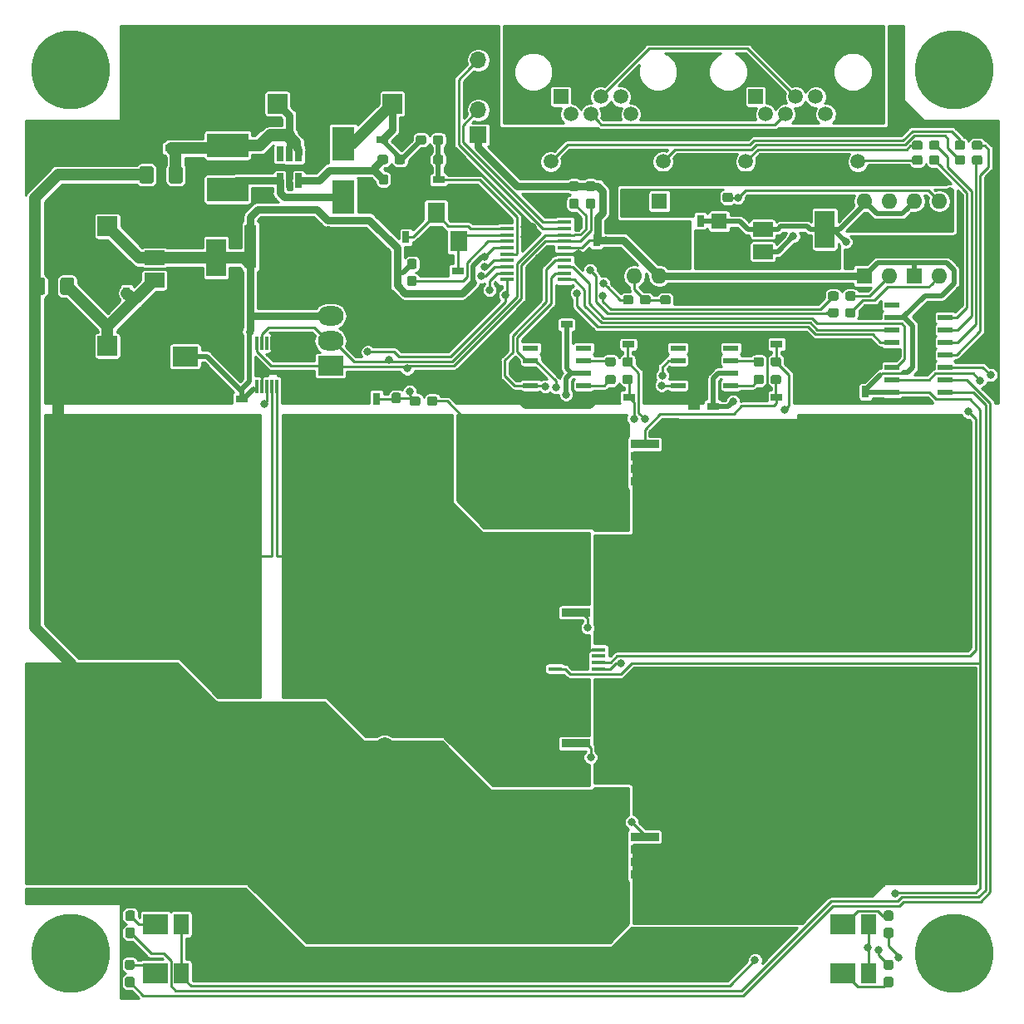
<source format=gbr>
From cf600ee4c1e90afb35aee89e74bf1cde985dd62a Mon Sep 17 00:00:00 2001
From: jaseg <git@jaseg.net>
Date: Thu, 31 Jan 2019 09:41:51 +0900
Subject: Small adjustments, fix silk

---
 driver/gerber/driver-F.Cu.gbr | 14663 ++++++++++++++++++++++++++++++++++++++++
 1 file changed, 14663 insertions(+)
 create mode 100644 driver/gerber/driver-F.Cu.gbr

(limited to 'driver/gerber/driver-F.Cu.gbr')

diff --git a/driver/gerber/driver-F.Cu.gbr b/driver/gerber/driver-F.Cu.gbr
new file mode 100644
index 0000000..9407519
--- /dev/null
+++ b/driver/gerber/driver-F.Cu.gbr
@@ -0,0 +1,14663 @@
+G04 #@! TF.GenerationSoftware,KiCad,Pcbnew,(5.0.1)*
+G04 #@! TF.CreationDate,2019-01-31T09:39:21+09:00*
+G04 #@! TF.ProjectId,driver,6472697665722E6B696361645F706362,rev?*
+G04 #@! TF.SameCoordinates,Original*
+G04 #@! TF.FileFunction,Copper,L1,Top,Signal*
+G04 #@! TF.FilePolarity,Positive*
+%FSLAX46Y46*%
+G04 Gerber Fmt 4.6, Leading zero omitted, Abs format (unit mm)*
+G04 Created by KiCad (PCBNEW (5.0.1)) date Thu Jan 31 09:39:21 2019*
+%MOMM*%
+%LPD*%
+G01*
+G04 APERTURE LIST*
+G04 #@! TA.AperFunction,ComponentPad*
+%ADD10O,2.600000X2.000000*%
+G04 #@! TD*
+G04 #@! TA.AperFunction,ComponentPad*
+%ADD11R,2.600000X2.000000*%
+G04 #@! TD*
+G04 #@! TA.AperFunction,SMDPad,CuDef*
+%ADD12R,0.300000X1.400000*%
+G04 #@! TD*
+G04 #@! TA.AperFunction,SMDPad,CuDef*
+%ADD13R,1.450000X0.450000*%
+G04 #@! TD*
+G04 #@! TA.AperFunction,Conductor*
+%ADD14C,0.100000*%
+G04 #@! TD*
+G04 #@! TA.AperFunction,SMDPad,CuDef*
+%ADD15C,0.950000*%
+G04 #@! TD*
+G04 #@! TA.AperFunction,ComponentPad*
+%ADD16R,1.600000X1.600000*%
+G04 #@! TD*
+G04 #@! TA.AperFunction,ComponentPad*
+%ADD17O,1.600000X1.600000*%
+G04 #@! TD*
+G04 #@! TA.AperFunction,SMDPad,CuDef*
+%ADD18R,3.750000X4.700000*%
+G04 #@! TD*
+G04 #@! TA.AperFunction,SMDPad,CuDef*
+%ADD19R,2.950000X0.850000*%
+G04 #@! TD*
+G04 #@! TA.AperFunction,SMDPad,CuDef*
+%ADD20R,3.000000X0.850000*%
+G04 #@! TD*
+G04 #@! TA.AperFunction,SMDPad,CuDef*
+%ADD21R,1.200000X0.750000*%
+G04 #@! TD*
+G04 #@! TA.AperFunction,SMDPad,CuDef*
+%ADD22R,0.750000X1.200000*%
+G04 #@! TD*
+G04 #@! TA.AperFunction,SMDPad,CuDef*
+%ADD23R,2.300000X3.500000*%
+G04 #@! TD*
+G04 #@! TA.AperFunction,SMDPad,CuDef*
+%ADD24R,2.500000X2.100000*%
+G04 #@! TD*
+G04 #@! TA.AperFunction,SMDPad,CuDef*
+%ADD25R,1.500000X2.100000*%
+G04 #@! TD*
+G04 #@! TA.AperFunction,ComponentPad*
+%ADD26R,2.600000X2.600000*%
+G04 #@! TD*
+G04 #@! TA.AperFunction,ComponentPad*
+%ADD27C,2.600000*%
+G04 #@! TD*
+G04 #@! TA.AperFunction,SMDPad,CuDef*
+%ADD28R,4.200000X2.400000*%
+G04 #@! TD*
+G04 #@! TA.AperFunction,SMDPad,CuDef*
+%ADD29C,1.425000*%
+G04 #@! TD*
+G04 #@! TA.AperFunction,SMDPad,CuDef*
+%ADD30C,1.525000*%
+G04 #@! TD*
+G04 #@! TA.AperFunction,SMDPad,CuDef*
+%ADD31R,0.650000X1.560000*%
+G04 #@! TD*
+G04 #@! TA.AperFunction,SMDPad,CuDef*
+%ADD32R,2.000000X3.800000*%
+G04 #@! TD*
+G04 #@! TA.AperFunction,SMDPad,CuDef*
+%ADD33R,2.000000X1.500000*%
+G04 #@! TD*
+G04 #@! TA.AperFunction,SMDPad,CuDef*
+%ADD34R,1.800000X2.100000*%
+G04 #@! TD*
+G04 #@! TA.AperFunction,WasherPad*
+%ADD35C,8.000000*%
+G04 #@! TD*
+G04 #@! TA.AperFunction,SMDPad,CuDef*
+%ADD36R,1.550000X0.600000*%
+G04 #@! TD*
+G04 #@! TA.AperFunction,ComponentPad*
+%ADD37C,2.000000*%
+G04 #@! TD*
+G04 #@! TA.AperFunction,ComponentPad*
+%ADD38R,2.000000X2.000000*%
+G04 #@! TD*
+G04 #@! TA.AperFunction,ComponentPad*
+%ADD39R,1.700000X1.700000*%
+G04 #@! TD*
+G04 #@! TA.AperFunction,ComponentPad*
+%ADD40O,1.700000X1.700000*%
+G04 #@! TD*
+G04 #@! TA.AperFunction,ComponentPad*
+%ADD41C,1.600000*%
+G04 #@! TD*
+G04 #@! TA.AperFunction,ComponentPad*
+%ADD42C,1.500000*%
+G04 #@! TD*
+G04 #@! TA.AperFunction,ComponentPad*
+%ADD43R,1.500000X1.500000*%
+G04 #@! TD*
+G04 #@! TA.AperFunction,SMDPad,CuDef*
+%ADD44R,1.500000X0.600000*%
+G04 #@! TD*
+G04 #@! TA.AperFunction,ViaPad*
+%ADD45C,0.800000*%
+G04 #@! TD*
+G04 #@! TA.AperFunction,ViaPad*
+%ADD46C,2.000000*%
+G04 #@! TD*
+G04 #@! TA.AperFunction,Conductor*
+%ADD47C,0.500000*%
+G04 #@! TD*
+G04 #@! TA.AperFunction,Conductor*
+%ADD48C,0.800000*%
+G04 #@! TD*
+G04 #@! TA.AperFunction,Conductor*
+%ADD49C,1.200000*%
+G04 #@! TD*
+G04 #@! TA.AperFunction,Conductor*
+%ADD50C,0.250000*%
+G04 #@! TD*
+G04 #@! TA.AperFunction,Conductor*
+%ADD51C,0.254000*%
+G04 #@! TD*
+G04 APERTURE END LIST*
+D10*
+G04 #@! TO.P,J6,4*
+G04 #@! TO.N,GND*
+X101500000Y-82480000D03*
+G04 #@! TO.P,J6,3*
+G04 #@! TO.N,+3V3*
+X101500000Y-85020000D03*
+G04 #@! TO.P,J6,2*
+G04 #@! TO.N,/SDA*
+X101500000Y-87560000D03*
+D11*
+G04 #@! TO.P,J6,1*
+G04 #@! TO.N,/SCL*
+X101500000Y-90100000D03*
+G04 #@! TD*
+D12*
+G04 #@! TO.P,U7,1*
+G04 #@! TO.N,GND*
+X96000000Y-87800000D03*
+G04 #@! TO.P,U7,2*
+X95500000Y-87800000D03*
+G04 #@! TO.P,U7,3*
+G04 #@! TO.N,Net-(U7-Pad3)*
+X95000000Y-87800000D03*
+G04 #@! TO.P,U7,4*
+G04 #@! TO.N,/SDA*
+X94500000Y-87800000D03*
+G04 #@! TO.P,U7,5*
+G04 #@! TO.N,/SCL*
+X94000000Y-87800000D03*
+G04 #@! TO.P,U7,6*
+G04 #@! TO.N,+3V3*
+X94000000Y-92200000D03*
+G04 #@! TO.P,U7,7*
+G04 #@! TO.N,GND*
+X94500000Y-92200000D03*
+G04 #@! TO.P,U7,8*
+G04 #@! TO.N,/VIN*
+X95000000Y-92200000D03*
+G04 #@! TO.P,U7,9*
+G04 #@! TO.N,GND*
+X95500000Y-92200000D03*
+G04 #@! TO.P,U7,10*
+G04 #@! TO.N,/GND_MEAS*
+X96000000Y-92200000D03*
+G04 #@! TD*
+D13*
+G04 #@! TO.P,U6,1*
+G04 #@! TO.N,GND*
+X119450000Y-75475000D03*
+G04 #@! TO.P,U6,2*
+G04 #@! TO.N,/XT2*
+X119450000Y-76125000D03*
+G04 #@! TO.P,U6,3*
+G04 #@! TO.N,/XT1*
+X119450000Y-76775000D03*
+G04 #@! TO.P,U6,4*
+G04 #@! TO.N,/RST*
+X119450000Y-77425000D03*
+G04 #@! TO.P,U6,5*
+G04 #@! TO.N,+3V3*
+X119450000Y-78075000D03*
+G04 #@! TO.P,U6,6*
+G04 #@! TO.N,/VBOOT_MON*
+X119450000Y-78725000D03*
+G04 #@! TO.P,U6,7*
+G04 #@! TO.N,/DE*
+X119450000Y-79375000D03*
+G04 #@! TO.P,U6,8*
+G04 #@! TO.N,/TX*
+X119450000Y-80025000D03*
+G04 #@! TO.P,U6,9*
+G04 #@! TO.N,/RX*
+X119450000Y-80675000D03*
+G04 #@! TO.P,U6,10*
+G04 #@! TO.N,/VIN_MON*
+X119450000Y-81325000D03*
+G04 #@! TO.P,U6,11*
+G04 #@! TO.N,/SCK*
+X125350000Y-81325000D03*
+G04 #@! TO.P,U6,12*
+G04 #@! TO.N,/CTRL_A*
+X125350000Y-80675000D03*
+G04 #@! TO.P,U6,13*
+G04 #@! TO.N,/MOSI*
+X125350000Y-80025000D03*
+G04 #@! TO.P,U6,14*
+G04 #@! TO.N,/CTRL_B*
+X125350000Y-79375000D03*
+G04 #@! TO.P,U6,15*
+G04 #@! TO.N,GND*
+X125350000Y-78725000D03*
+G04 #@! TO.P,U6,16*
+G04 #@! TO.N,+3V3*
+X125350000Y-78075000D03*
+G04 #@! TO.P,U6,17*
+G04 #@! TO.N,/SCL*
+X125350000Y-77425000D03*
+G04 #@! TO.P,U6,18*
+G04 #@! TO.N,/SDA*
+X125350000Y-76775000D03*
+G04 #@! TO.P,U6,19*
+G04 #@! TO.N,/SWDIO*
+X125350000Y-76125000D03*
+G04 #@! TO.P,U6,20*
+G04 #@! TO.N,/SWCLK*
+X125350000Y-75475000D03*
+G04 #@! TD*
+D14*
+G04 #@! TO.N,+VSW*
+G04 #@! TO.C,R3*
+G36*
+X111035779Y-66626144D02*
+X111058834Y-66629563D01*
+X111081443Y-66635227D01*
+X111103387Y-66643079D01*
+X111124457Y-66653044D01*
+X111144448Y-66665026D01*
+X111163168Y-66678910D01*
+X111180438Y-66694562D01*
+X111196090Y-66711832D01*
+X111209974Y-66730552D01*
+X111221956Y-66750543D01*
+X111231921Y-66771613D01*
+X111239773Y-66793557D01*
+X111245437Y-66816166D01*
+X111248856Y-66839221D01*
+X111250000Y-66862500D01*
+X111250000Y-67337500D01*
+X111248856Y-67360779D01*
+X111245437Y-67383834D01*
+X111239773Y-67406443D01*
+X111231921Y-67428387D01*
+X111221956Y-67449457D01*
+X111209974Y-67469448D01*
+X111196090Y-67488168D01*
+X111180438Y-67505438D01*
+X111163168Y-67521090D01*
+X111144448Y-67534974D01*
+X111124457Y-67546956D01*
+X111103387Y-67556921D01*
+X111081443Y-67564773D01*
+X111058834Y-67570437D01*
+X111035779Y-67573856D01*
+X111012500Y-67575000D01*
+X110437500Y-67575000D01*
+X110414221Y-67573856D01*
+X110391166Y-67570437D01*
+X110368557Y-67564773D01*
+X110346613Y-67556921D01*
+X110325543Y-67546956D01*
+X110305552Y-67534974D01*
+X110286832Y-67521090D01*
+X110269562Y-67505438D01*
+X110253910Y-67488168D01*
+X110240026Y-67469448D01*
+X110228044Y-67449457D01*
+X110218079Y-67428387D01*
+X110210227Y-67406443D01*
+X110204563Y-67383834D01*
+X110201144Y-67360779D01*
+X110200000Y-67337500D01*
+X110200000Y-66862500D01*
+X110201144Y-66839221D01*
+X110204563Y-66816166D01*
+X110210227Y-66793557D01*
+X110218079Y-66771613D01*
+X110228044Y-66750543D01*
+X110240026Y-66730552D01*
+X110253910Y-66711832D01*
+X110269562Y-66694562D01*
+X110286832Y-66678910D01*
+X110305552Y-66665026D01*
+X110325543Y-66653044D01*
+X110346613Y-66643079D01*
+X110368557Y-66635227D01*
+X110391166Y-66629563D01*
+X110414221Y-66626144D01*
+X110437500Y-66625000D01*
+X111012500Y-66625000D01*
+X111035779Y-66626144D01*
+X111035779Y-66626144D01*
+G37*
+D15*
+G04 #@! TD*
+G04 #@! TO.P,R3,1*
+G04 #@! TO.N,+VSW*
+X110725000Y-67100000D03*
+D14*
+G04 #@! TO.N,/VBOOT_MON*
+G04 #@! TO.C,R3*
+G36*
+X112785779Y-66626144D02*
+X112808834Y-66629563D01*
+X112831443Y-66635227D01*
+X112853387Y-66643079D01*
+X112874457Y-66653044D01*
+X112894448Y-66665026D01*
+X112913168Y-66678910D01*
+X112930438Y-66694562D01*
+X112946090Y-66711832D01*
+X112959974Y-66730552D01*
+X112971956Y-66750543D01*
+X112981921Y-66771613D01*
+X112989773Y-66793557D01*
+X112995437Y-66816166D01*
+X112998856Y-66839221D01*
+X113000000Y-66862500D01*
+X113000000Y-67337500D01*
+X112998856Y-67360779D01*
+X112995437Y-67383834D01*
+X112989773Y-67406443D01*
+X112981921Y-67428387D01*
+X112971956Y-67449457D01*
+X112959974Y-67469448D01*
+X112946090Y-67488168D01*
+X112930438Y-67505438D01*
+X112913168Y-67521090D01*
+X112894448Y-67534974D01*
+X112874457Y-67546956D01*
+X112853387Y-67556921D01*
+X112831443Y-67564773D01*
+X112808834Y-67570437D01*
+X112785779Y-67573856D01*
+X112762500Y-67575000D01*
+X112187500Y-67575000D01*
+X112164221Y-67573856D01*
+X112141166Y-67570437D01*
+X112118557Y-67564773D01*
+X112096613Y-67556921D01*
+X112075543Y-67546956D01*
+X112055552Y-67534974D01*
+X112036832Y-67521090D01*
+X112019562Y-67505438D01*
+X112003910Y-67488168D01*
+X111990026Y-67469448D01*
+X111978044Y-67449457D01*
+X111968079Y-67428387D01*
+X111960227Y-67406443D01*
+X111954563Y-67383834D01*
+X111951144Y-67360779D01*
+X111950000Y-67337500D01*
+X111950000Y-66862500D01*
+X111951144Y-66839221D01*
+X111954563Y-66816166D01*
+X111960227Y-66793557D01*
+X111968079Y-66771613D01*
+X111978044Y-66750543D01*
+X111990026Y-66730552D01*
+X112003910Y-66711832D01*
+X112019562Y-66694562D01*
+X112036832Y-66678910D01*
+X112055552Y-66665026D01*
+X112075543Y-66653044D01*
+X112096613Y-66643079D01*
+X112118557Y-66635227D01*
+X112141166Y-66629563D01*
+X112164221Y-66626144D01*
+X112187500Y-66625000D01*
+X112762500Y-66625000D01*
+X112785779Y-66626144D01*
+X112785779Y-66626144D01*
+G37*
+D15*
+G04 #@! TD*
+G04 #@! TO.P,R3,2*
+G04 #@! TO.N,/VBOOT_MON*
+X112475000Y-67100000D03*
+D14*
+G04 #@! TO.N,Net-(R36-Pad2)*
+G04 #@! TO.C,R39*
+G36*
+X135935779Y-82926144D02*
+X135958834Y-82929563D01*
+X135981443Y-82935227D01*
+X136003387Y-82943079D01*
+X136024457Y-82953044D01*
+X136044448Y-82965026D01*
+X136063168Y-82978910D01*
+X136080438Y-82994562D01*
+X136096090Y-83011832D01*
+X136109974Y-83030552D01*
+X136121956Y-83050543D01*
+X136131921Y-83071613D01*
+X136139773Y-83093557D01*
+X136145437Y-83116166D01*
+X136148856Y-83139221D01*
+X136150000Y-83162500D01*
+X136150000Y-83637500D01*
+X136148856Y-83660779D01*
+X136145437Y-83683834D01*
+X136139773Y-83706443D01*
+X136131921Y-83728387D01*
+X136121956Y-83749457D01*
+X136109974Y-83769448D01*
+X136096090Y-83788168D01*
+X136080438Y-83805438D01*
+X136063168Y-83821090D01*
+X136044448Y-83834974D01*
+X136024457Y-83846956D01*
+X136003387Y-83856921D01*
+X135981443Y-83864773D01*
+X135958834Y-83870437D01*
+X135935779Y-83873856D01*
+X135912500Y-83875000D01*
+X135337500Y-83875000D01*
+X135314221Y-83873856D01*
+X135291166Y-83870437D01*
+X135268557Y-83864773D01*
+X135246613Y-83856921D01*
+X135225543Y-83846956D01*
+X135205552Y-83834974D01*
+X135186832Y-83821090D01*
+X135169562Y-83805438D01*
+X135153910Y-83788168D01*
+X135140026Y-83769448D01*
+X135128044Y-83749457D01*
+X135118079Y-83728387D01*
+X135110227Y-83706443D01*
+X135104563Y-83683834D01*
+X135101144Y-83660779D01*
+X135100000Y-83637500D01*
+X135100000Y-83162500D01*
+X135101144Y-83139221D01*
+X135104563Y-83116166D01*
+X135110227Y-83093557D01*
+X135118079Y-83071613D01*
+X135128044Y-83050543D01*
+X135140026Y-83030552D01*
+X135153910Y-83011832D01*
+X135169562Y-82994562D01*
+X135186832Y-82978910D01*
+X135205552Y-82965026D01*
+X135225543Y-82953044D01*
+X135246613Y-82943079D01*
+X135268557Y-82935227D01*
+X135291166Y-82929563D01*
+X135314221Y-82926144D01*
+X135337500Y-82925000D01*
+X135912500Y-82925000D01*
+X135935779Y-82926144D01*
+X135935779Y-82926144D01*
+G37*
+D15*
+G04 #@! TD*
+G04 #@! TO.P,R39,2*
+G04 #@! TO.N,Net-(R36-Pad2)*
+X135625000Y-83400000D03*
+D14*
+G04 #@! TO.N,GND*
+G04 #@! TO.C,R39*
+G36*
+X137685779Y-82926144D02*
+X137708834Y-82929563D01*
+X137731443Y-82935227D01*
+X137753387Y-82943079D01*
+X137774457Y-82953044D01*
+X137794448Y-82965026D01*
+X137813168Y-82978910D01*
+X137830438Y-82994562D01*
+X137846090Y-83011832D01*
+X137859974Y-83030552D01*
+X137871956Y-83050543D01*
+X137881921Y-83071613D01*
+X137889773Y-83093557D01*
+X137895437Y-83116166D01*
+X137898856Y-83139221D01*
+X137900000Y-83162500D01*
+X137900000Y-83637500D01*
+X137898856Y-83660779D01*
+X137895437Y-83683834D01*
+X137889773Y-83706443D01*
+X137881921Y-83728387D01*
+X137871956Y-83749457D01*
+X137859974Y-83769448D01*
+X137846090Y-83788168D01*
+X137830438Y-83805438D01*
+X137813168Y-83821090D01*
+X137794448Y-83834974D01*
+X137774457Y-83846956D01*
+X137753387Y-83856921D01*
+X137731443Y-83864773D01*
+X137708834Y-83870437D01*
+X137685779Y-83873856D01*
+X137662500Y-83875000D01*
+X137087500Y-83875000D01*
+X137064221Y-83873856D01*
+X137041166Y-83870437D01*
+X137018557Y-83864773D01*
+X136996613Y-83856921D01*
+X136975543Y-83846956D01*
+X136955552Y-83834974D01*
+X136936832Y-83821090D01*
+X136919562Y-83805438D01*
+X136903910Y-83788168D01*
+X136890026Y-83769448D01*
+X136878044Y-83749457D01*
+X136868079Y-83728387D01*
+X136860227Y-83706443D01*
+X136854563Y-83683834D01*
+X136851144Y-83660779D01*
+X136850000Y-83637500D01*
+X136850000Y-83162500D01*
+X136851144Y-83139221D01*
+X136854563Y-83116166D01*
+X136860227Y-83093557D01*
+X136868079Y-83071613D01*
+X136878044Y-83050543D01*
+X136890026Y-83030552D01*
+X136903910Y-83011832D01*
+X136919562Y-82994562D01*
+X136936832Y-82978910D01*
+X136955552Y-82965026D01*
+X136975543Y-82953044D01*
+X136996613Y-82943079D01*
+X137018557Y-82935227D01*
+X137041166Y-82929563D01*
+X137064221Y-82926144D01*
+X137087500Y-82925000D01*
+X137662500Y-82925000D01*
+X137685779Y-82926144D01*
+X137685779Y-82926144D01*
+G37*
+D15*
+G04 #@! TD*
+G04 #@! TO.P,R39,1*
+G04 #@! TO.N,GND*
+X137375000Y-83400000D03*
+D16*
+G04 #@! TO.P,U12,1*
+G04 #@! TO.N,+3V3*
+X160970000Y-80970000D03*
+D17*
+G04 #@! TO.P,U12,3*
+G04 #@! TO.N,/ISO_DE*
+X163510000Y-73350000D03*
+G04 #@! TO.P,U12,2*
+G04 #@! TO.N,Net-(R18-Pad2)*
+X163510000Y-80970000D03*
+G04 #@! TO.P,U12,4*
+G04 #@! TO.N,/ISO_5V*
+X160970000Y-73350000D03*
+G04 #@! TD*
+D18*
+G04 #@! TO.P,Q1,1*
+G04 #@! TO.N,/VIN*
+X129450000Y-100000000D03*
+D19*
+G04 #@! TO.P,Q1,3*
+G04 #@! TO.N,/OUT_A*
+X133500000Y-101905000D03*
+X133500000Y-100635000D03*
+X133500000Y-99365000D03*
+G04 #@! TO.P,Q1,2*
+G04 #@! TO.N,/DRV4F*
+X133500000Y-98095000D03*
+D20*
+G04 #@! TO.P,Q1,1*
+G04 #@! TO.N,/VIN*
+X126525000Y-98095000D03*
+X126525000Y-99365000D03*
+X126525000Y-100635000D03*
+X126525000Y-101905000D03*
+G04 #@! TD*
+D18*
+G04 #@! TO.P,Q2,1*
+G04 #@! TO.N,/VIN*
+X129450000Y-140000000D03*
+D19*
+G04 #@! TO.P,Q2,3*
+G04 #@! TO.N,/OUT_B*
+X133500000Y-141905000D03*
+X133500000Y-140635000D03*
+X133500000Y-139365000D03*
+G04 #@! TO.P,Q2,2*
+G04 #@! TO.N,/DRV2F*
+X133500000Y-138095000D03*
+D20*
+G04 #@! TO.P,Q2,1*
+G04 #@! TO.N,/VIN*
+X126525000Y-138095000D03*
+X126525000Y-139365000D03*
+X126525000Y-140635000D03*
+X126525000Y-141905000D03*
+G04 #@! TD*
+D18*
+G04 #@! TO.P,Q3,1*
+G04 #@! TO.N,/OUT_A*
+X130550000Y-113333300D03*
+D19*
+G04 #@! TO.P,Q3,3*
+G04 #@! TO.N,/GND_MEAS*
+X126500000Y-111428300D03*
+X126500000Y-112698300D03*
+X126500000Y-113968300D03*
+G04 #@! TO.P,Q3,2*
+G04 #@! TO.N,/DRV3F*
+X126500000Y-115238300D03*
+D20*
+G04 #@! TO.P,Q3,1*
+G04 #@! TO.N,/OUT_A*
+X133475000Y-115238300D03*
+X133475000Y-113968300D03*
+X133475000Y-112698300D03*
+X133475000Y-111428300D03*
+G04 #@! TD*
+D18*
+G04 #@! TO.P,Q4,1*
+G04 #@! TO.N,/OUT_B*
+X130550000Y-126666700D03*
+D19*
+G04 #@! TO.P,Q4,3*
+G04 #@! TO.N,/GND_MEAS*
+X126500000Y-124761700D03*
+X126500000Y-126031700D03*
+X126500000Y-127301700D03*
+G04 #@! TO.P,Q4,2*
+G04 #@! TO.N,/DRV1F*
+X126500000Y-128571700D03*
+D20*
+G04 #@! TO.P,Q4,1*
+G04 #@! TO.N,/OUT_B*
+X133475000Y-128571700D03*
+X133475000Y-127301700D03*
+X133475000Y-126031700D03*
+X133475000Y-124761700D03*
+G04 #@! TD*
+D21*
+G04 #@! TO.P,C1,1*
+G04 #@! TO.N,+VSW*
+X106750000Y-67100000D03*
+G04 #@! TO.P,C1,2*
+G04 #@! TO.N,GND*
+X108650000Y-67100000D03*
+G04 #@! TD*
+G04 #@! TO.P,C4,1*
+G04 #@! TO.N,Net-(C3-Pad1)*
+X85250000Y-67950000D03*
+G04 #@! TO.P,C4,2*
+G04 #@! TO.N,GND*
+X83350000Y-67950000D03*
+G04 #@! TD*
+G04 #@! TO.P,C5,1*
+G04 #@! TO.N,/VBOOT_MON*
+X112524999Y-71174999D03*
+G04 #@! TO.P,C5,2*
+G04 #@! TO.N,GND*
+X110624999Y-71174999D03*
+G04 #@! TD*
+D22*
+G04 #@! TO.P,C12,1*
+G04 #@! TO.N,+3V3*
+X128600000Y-77350000D03*
+G04 #@! TO.P,C12,2*
+G04 #@! TO.N,GND*
+X128600000Y-79250000D03*
+G04 #@! TD*
+G04 #@! TO.P,C13,2*
+G04 #@! TO.N,GND*
+X156000000Y-90850000D03*
+G04 #@! TO.P,C13,1*
+G04 #@! TO.N,+3V3*
+X156000000Y-92750000D03*
+G04 #@! TD*
+D21*
+G04 #@! TO.P,C14,1*
+G04 #@! TO.N,+3V3*
+X92450000Y-93500000D03*
+G04 #@! TO.P,C14,2*
+G04 #@! TO.N,GND*
+X90550000Y-93500000D03*
+G04 #@! TD*
+D22*
+G04 #@! TO.P,C16,1*
+G04 #@! TO.N,Net-(C15-Pad1)*
+X80750000Y-82700000D03*
+G04 #@! TO.P,C16,2*
+G04 #@! TO.N,GND*
+X80750000Y-80800000D03*
+G04 #@! TD*
+D21*
+G04 #@! TO.P,C17,2*
+G04 #@! TO.N,GND*
+X95250000Y-77900000D03*
+G04 #@! TO.P,C17,1*
+G04 #@! TO.N,+3V3*
+X93350000Y-77900000D03*
+G04 #@! TD*
+G04 #@! TO.P,C18,2*
+G04 #@! TO.N,GND*
+X95250000Y-76100000D03*
+G04 #@! TO.P,C18,1*
+G04 #@! TO.N,+3V3*
+X93350000Y-76100000D03*
+G04 #@! TD*
+G04 #@! TO.P,C20,2*
+G04 #@! TO.N,/XT1*
+X114450000Y-80450000D03*
+G04 #@! TO.P,C20,1*
+G04 #@! TO.N,GND*
+X112550000Y-80450000D03*
+G04 #@! TD*
+D22*
+G04 #@! TO.P,C21,2*
+G04 #@! TO.N,GND*
+X106200000Y-91550000D03*
+G04 #@! TO.P,C21,1*
+G04 #@! TO.N,/VIN_MON*
+X106200000Y-93450000D03*
+G04 #@! TD*
+G04 #@! TO.P,C22,1*
+G04 #@! TO.N,/XT2*
+X109200000Y-77000000D03*
+G04 #@! TO.P,C22,2*
+G04 #@! TO.N,GND*
+X109200000Y-75100000D03*
+G04 #@! TD*
+D21*
+G04 #@! TO.P,C23,2*
+G04 #@! TO.N,GND*
+X123650000Y-85900000D03*
+G04 #@! TO.P,C23,1*
+G04 #@! TO.N,+VSW*
+X125550000Y-85900000D03*
+G04 #@! TD*
+G04 #@! TO.P,C24,1*
+G04 #@! TO.N,+VSW*
+X140450000Y-94250000D03*
+G04 #@! TO.P,C24,2*
+G04 #@! TO.N,GND*
+X138550000Y-94250000D03*
+G04 #@! TD*
+G04 #@! TO.P,C25,2*
+G04 #@! TO.N,GND*
+X129950000Y-87900000D03*
+G04 #@! TO.P,C25,1*
+G04 #@! TO.N,/DRV1F*
+X131850000Y-87900000D03*
+G04 #@! TD*
+G04 #@! TO.P,C26,2*
+G04 #@! TO.N,GND*
+X145050000Y-87900000D03*
+G04 #@! TO.P,C26,1*
+G04 #@! TO.N,/DRV2F*
+X146950000Y-87900000D03*
+G04 #@! TD*
+G04 #@! TO.P,C27,1*
+G04 #@! TO.N,GND*
+X130000000Y-93300000D03*
+G04 #@! TO.P,C27,2*
+G04 #@! TO.N,/DRV3F*
+X131900000Y-93300000D03*
+G04 #@! TD*
+G04 #@! TO.P,C28,2*
+G04 #@! TO.N,/DRV4F*
+X146950000Y-93300000D03*
+G04 #@! TO.P,C28,1*
+G04 #@! TO.N,GND*
+X145050000Y-93300000D03*
+G04 #@! TD*
+G04 #@! TO.P,C29,2*
+G04 #@! TO.N,GND*
+X95250000Y-79800000D03*
+G04 #@! TO.P,C29,1*
+G04 #@! TO.N,+3V3*
+X93350000Y-79800000D03*
+G04 #@! TD*
+D23*
+G04 #@! TO.P,D1,1*
+G04 #@! TO.N,+VSW*
+X102800000Y-67500000D03*
+G04 #@! TO.P,D1,2*
+G04 #@! TO.N,Net-(D1-Pad2)*
+X102800000Y-72900000D03*
+G04 #@! TD*
+D24*
+G04 #@! TO.P,D4,1*
+G04 #@! TO.N,Net-(D4-Pad1)*
+X153670000Y-152000000D03*
+D25*
+G04 #@! TO.P,D4,2*
+G04 #@! TO.N,+3V3*
+X156330000Y-152000000D03*
+G04 #@! TD*
+G04 #@! TO.P,D5,2*
+G04 #@! TO.N,+3V3*
+X86330000Y-152000000D03*
+D24*
+G04 #@! TO.P,D5,1*
+G04 #@! TO.N,Net-(D5-Pad1)*
+X83670000Y-152000000D03*
+G04 #@! TD*
+D25*
+G04 #@! TO.P,D6,2*
+G04 #@! TO.N,+3V3*
+X86330000Y-147000000D03*
+D24*
+G04 #@! TO.P,D6,1*
+G04 #@! TO.N,Net-(D6-Pad1)*
+X83670000Y-147000000D03*
+G04 #@! TD*
+G04 #@! TO.P,D7,1*
+G04 #@! TO.N,Net-(D7-Pad1)*
+X153670000Y-147000000D03*
+D25*
+G04 #@! TO.P,D7,2*
+G04 #@! TO.N,+3V3*
+X156330000Y-147000000D03*
+G04 #@! TD*
+D26*
+G04 #@! TO.P,J1,1*
+G04 #@! TO.N,/OUT_A*
+X165000000Y-104840000D03*
+D27*
+G04 #@! TO.P,J1,2*
+X165000000Y-109920000D03*
+G04 #@! TO.P,J1,3*
+X165000000Y-115000000D03*
+G04 #@! TD*
+G04 #@! TO.P,J2,3*
+G04 #@! TO.N,/OUT_B*
+X165000000Y-135080000D03*
+G04 #@! TO.P,J2,2*
+X165000000Y-130000000D03*
+D26*
+G04 #@! TO.P,J2,1*
+X165000000Y-124920000D03*
+G04 #@! TD*
+D27*
+G04 #@! TO.P,J7,3*
+G04 #@! TO.N,/VIN*
+X75000000Y-124920000D03*
+G04 #@! TO.P,J7,2*
+X75000000Y-130000000D03*
+D26*
+G04 #@! TO.P,J7,1*
+X75000000Y-135080000D03*
+G04 #@! TD*
+G04 #@! TO.P,J8,1*
+G04 #@! TO.N,GND*
+X75000000Y-115080000D03*
+D27*
+G04 #@! TO.P,J8,2*
+X75000000Y-110000000D03*
+G04 #@! TO.P,J8,3*
+X75000000Y-104920000D03*
+G04 #@! TD*
+D28*
+G04 #@! TO.P,L1,1*
+G04 #@! TO.N,Net-(C3-Pad1)*
+X91000000Y-67650000D03*
+G04 #@! TO.P,L1,2*
+G04 #@! TO.N,Net-(D1-Pad2)*
+X91000000Y-72150000D03*
+G04 #@! TD*
+D14*
+G04 #@! TO.N,+VSW*
+G04 #@! TO.C,R2*
+G36*
+X108885779Y-68626144D02*
+X108908834Y-68629563D01*
+X108931443Y-68635227D01*
+X108953387Y-68643079D01*
+X108974457Y-68653044D01*
+X108994448Y-68665026D01*
+X109013168Y-68678910D01*
+X109030438Y-68694562D01*
+X109046090Y-68711832D01*
+X109059974Y-68730552D01*
+X109071956Y-68750543D01*
+X109081921Y-68771613D01*
+X109089773Y-68793557D01*
+X109095437Y-68816166D01*
+X109098856Y-68839221D01*
+X109100000Y-68862500D01*
+X109100000Y-69337500D01*
+X109098856Y-69360779D01*
+X109095437Y-69383834D01*
+X109089773Y-69406443D01*
+X109081921Y-69428387D01*
+X109071956Y-69449457D01*
+X109059974Y-69469448D01*
+X109046090Y-69488168D01*
+X109030438Y-69505438D01*
+X109013168Y-69521090D01*
+X108994448Y-69534974D01*
+X108974457Y-69546956D01*
+X108953387Y-69556921D01*
+X108931443Y-69564773D01*
+X108908834Y-69570437D01*
+X108885779Y-69573856D01*
+X108862500Y-69575000D01*
+X108287500Y-69575000D01*
+X108264221Y-69573856D01*
+X108241166Y-69570437D01*
+X108218557Y-69564773D01*
+X108196613Y-69556921D01*
+X108175543Y-69546956D01*
+X108155552Y-69534974D01*
+X108136832Y-69521090D01*
+X108119562Y-69505438D01*
+X108103910Y-69488168D01*
+X108090026Y-69469448D01*
+X108078044Y-69449457D01*
+X108068079Y-69428387D01*
+X108060227Y-69406443D01*
+X108054563Y-69383834D01*
+X108051144Y-69360779D01*
+X108050000Y-69337500D01*
+X108050000Y-68862500D01*
+X108051144Y-68839221D01*
+X108054563Y-68816166D01*
+X108060227Y-68793557D01*
+X108068079Y-68771613D01*
+X108078044Y-68750543D01*
+X108090026Y-68730552D01*
+X108103910Y-68711832D01*
+X108119562Y-68694562D01*
+X108136832Y-68678910D01*
+X108155552Y-68665026D01*
+X108175543Y-68653044D01*
+X108196613Y-68643079D01*
+X108218557Y-68635227D01*
+X108241166Y-68629563D01*
+X108264221Y-68626144D01*
+X108287500Y-68625000D01*
+X108862500Y-68625000D01*
+X108885779Y-68626144D01*
+X108885779Y-68626144D01*
+G37*
+D15*
+G04 #@! TD*
+G04 #@! TO.P,R2,2*
+G04 #@! TO.N,+VSW*
+X108575000Y-69100000D03*
+D14*
+G04 #@! TO.N,Net-(R2-Pad1)*
+G04 #@! TO.C,R2*
+G36*
+X107135779Y-68626144D02*
+X107158834Y-68629563D01*
+X107181443Y-68635227D01*
+X107203387Y-68643079D01*
+X107224457Y-68653044D01*
+X107244448Y-68665026D01*
+X107263168Y-68678910D01*
+X107280438Y-68694562D01*
+X107296090Y-68711832D01*
+X107309974Y-68730552D01*
+X107321956Y-68750543D01*
+X107331921Y-68771613D01*
+X107339773Y-68793557D01*
+X107345437Y-68816166D01*
+X107348856Y-68839221D01*
+X107350000Y-68862500D01*
+X107350000Y-69337500D01*
+X107348856Y-69360779D01*
+X107345437Y-69383834D01*
+X107339773Y-69406443D01*
+X107331921Y-69428387D01*
+X107321956Y-69449457D01*
+X107309974Y-69469448D01*
+X107296090Y-69488168D01*
+X107280438Y-69505438D01*
+X107263168Y-69521090D01*
+X107244448Y-69534974D01*
+X107224457Y-69546956D01*
+X107203387Y-69556921D01*
+X107181443Y-69564773D01*
+X107158834Y-69570437D01*
+X107135779Y-69573856D01*
+X107112500Y-69575000D01*
+X106537500Y-69575000D01*
+X106514221Y-69573856D01*
+X106491166Y-69570437D01*
+X106468557Y-69564773D01*
+X106446613Y-69556921D01*
+X106425543Y-69546956D01*
+X106405552Y-69534974D01*
+X106386832Y-69521090D01*
+X106369562Y-69505438D01*
+X106353910Y-69488168D01*
+X106340026Y-69469448D01*
+X106328044Y-69449457D01*
+X106318079Y-69428387D01*
+X106310227Y-69406443D01*
+X106304563Y-69383834D01*
+X106301144Y-69360779D01*
+X106300000Y-69337500D01*
+X106300000Y-68862500D01*
+X106301144Y-68839221D01*
+X106304563Y-68816166D01*
+X106310227Y-68793557D01*
+X106318079Y-68771613D01*
+X106328044Y-68750543D01*
+X106340026Y-68730552D01*
+X106353910Y-68711832D01*
+X106369562Y-68694562D01*
+X106386832Y-68678910D01*
+X106405552Y-68665026D01*
+X106425543Y-68653044D01*
+X106446613Y-68643079D01*
+X106468557Y-68635227D01*
+X106491166Y-68629563D01*
+X106514221Y-68626144D01*
+X106537500Y-68625000D01*
+X107112500Y-68625000D01*
+X107135779Y-68626144D01*
+X107135779Y-68626144D01*
+G37*
+D15*
+G04 #@! TD*
+G04 #@! TO.P,R2,1*
+G04 #@! TO.N,Net-(R2-Pad1)*
+X106825000Y-69100000D03*
+D14*
+G04 #@! TO.N,Net-(R2-Pad1)*
+G04 #@! TO.C,R4*
+G36*
+X107160779Y-70601144D02*
+X107183834Y-70604563D01*
+X107206443Y-70610227D01*
+X107228387Y-70618079D01*
+X107249457Y-70628044D01*
+X107269448Y-70640026D01*
+X107288168Y-70653910D01*
+X107305438Y-70669562D01*
+X107321090Y-70686832D01*
+X107334974Y-70705552D01*
+X107346956Y-70725543D01*
+X107356921Y-70746613D01*
+X107364773Y-70768557D01*
+X107370437Y-70791166D01*
+X107373856Y-70814221D01*
+X107375000Y-70837500D01*
+X107375000Y-71412500D01*
+X107373856Y-71435779D01*
+X107370437Y-71458834D01*
+X107364773Y-71481443D01*
+X107356921Y-71503387D01*
+X107346956Y-71524457D01*
+X107334974Y-71544448D01*
+X107321090Y-71563168D01*
+X107305438Y-71580438D01*
+X107288168Y-71596090D01*
+X107269448Y-71609974D01*
+X107249457Y-71621956D01*
+X107228387Y-71631921D01*
+X107206443Y-71639773D01*
+X107183834Y-71645437D01*
+X107160779Y-71648856D01*
+X107137500Y-71650000D01*
+X106662500Y-71650000D01*
+X106639221Y-71648856D01*
+X106616166Y-71645437D01*
+X106593557Y-71639773D01*
+X106571613Y-71631921D01*
+X106550543Y-71621956D01*
+X106530552Y-71609974D01*
+X106511832Y-71596090D01*
+X106494562Y-71580438D01*
+X106478910Y-71563168D01*
+X106465026Y-71544448D01*
+X106453044Y-71524457D01*
+X106443079Y-71503387D01*
+X106435227Y-71481443D01*
+X106429563Y-71458834D01*
+X106426144Y-71435779D01*
+X106425000Y-71412500D01*
+X106425000Y-70837500D01*
+X106426144Y-70814221D01*
+X106429563Y-70791166D01*
+X106435227Y-70768557D01*
+X106443079Y-70746613D01*
+X106453044Y-70725543D01*
+X106465026Y-70705552D01*
+X106478910Y-70686832D01*
+X106494562Y-70669562D01*
+X106511832Y-70653910D01*
+X106530552Y-70640026D01*
+X106550543Y-70628044D01*
+X106571613Y-70618079D01*
+X106593557Y-70610227D01*
+X106616166Y-70604563D01*
+X106639221Y-70601144D01*
+X106662500Y-70600000D01*
+X107137500Y-70600000D01*
+X107160779Y-70601144D01*
+X107160779Y-70601144D01*
+G37*
+D15*
+G04 #@! TD*
+G04 #@! TO.P,R4,2*
+G04 #@! TO.N,Net-(R2-Pad1)*
+X106900000Y-71125000D03*
+D14*
+G04 #@! TO.N,GND*
+G04 #@! TO.C,R4*
+G36*
+X107160779Y-72351144D02*
+X107183834Y-72354563D01*
+X107206443Y-72360227D01*
+X107228387Y-72368079D01*
+X107249457Y-72378044D01*
+X107269448Y-72390026D01*
+X107288168Y-72403910D01*
+X107305438Y-72419562D01*
+X107321090Y-72436832D01*
+X107334974Y-72455552D01*
+X107346956Y-72475543D01*
+X107356921Y-72496613D01*
+X107364773Y-72518557D01*
+X107370437Y-72541166D01*
+X107373856Y-72564221D01*
+X107375000Y-72587500D01*
+X107375000Y-73162500D01*
+X107373856Y-73185779D01*
+X107370437Y-73208834D01*
+X107364773Y-73231443D01*
+X107356921Y-73253387D01*
+X107346956Y-73274457D01*
+X107334974Y-73294448D01*
+X107321090Y-73313168D01*
+X107305438Y-73330438D01*
+X107288168Y-73346090D01*
+X107269448Y-73359974D01*
+X107249457Y-73371956D01*
+X107228387Y-73381921D01*
+X107206443Y-73389773D01*
+X107183834Y-73395437D01*
+X107160779Y-73398856D01*
+X107137500Y-73400000D01*
+X106662500Y-73400000D01*
+X106639221Y-73398856D01*
+X106616166Y-73395437D01*
+X106593557Y-73389773D01*
+X106571613Y-73381921D01*
+X106550543Y-73371956D01*
+X106530552Y-73359974D01*
+X106511832Y-73346090D01*
+X106494562Y-73330438D01*
+X106478910Y-73313168D01*
+X106465026Y-73294448D01*
+X106453044Y-73274457D01*
+X106443079Y-73253387D01*
+X106435227Y-73231443D01*
+X106429563Y-73208834D01*
+X106426144Y-73185779D01*
+X106425000Y-73162500D01*
+X106425000Y-72587500D01*
+X106426144Y-72564221D01*
+X106429563Y-72541166D01*
+X106435227Y-72518557D01*
+X106443079Y-72496613D01*
+X106453044Y-72475543D01*
+X106465026Y-72455552D01*
+X106478910Y-72436832D01*
+X106494562Y-72419562D01*
+X106511832Y-72403910D01*
+X106530552Y-72390026D01*
+X106550543Y-72378044D01*
+X106571613Y-72368079D01*
+X106593557Y-72360227D01*
+X106616166Y-72354563D01*
+X106639221Y-72351144D01*
+X106662500Y-72350000D01*
+X107137500Y-72350000D01*
+X107160779Y-72351144D01*
+X107160779Y-72351144D01*
+G37*
+D15*
+G04 #@! TD*
+G04 #@! TO.P,R4,1*
+G04 #@! TO.N,GND*
+X106900000Y-72875000D03*
+D14*
+G04 #@! TO.N,GND*
+G04 #@! TO.C,R5*
+G36*
+X111035779Y-68626144D02*
+X111058834Y-68629563D01*
+X111081443Y-68635227D01*
+X111103387Y-68643079D01*
+X111124457Y-68653044D01*
+X111144448Y-68665026D01*
+X111163168Y-68678910D01*
+X111180438Y-68694562D01*
+X111196090Y-68711832D01*
+X111209974Y-68730552D01*
+X111221956Y-68750543D01*
+X111231921Y-68771613D01*
+X111239773Y-68793557D01*
+X111245437Y-68816166D01*
+X111248856Y-68839221D01*
+X111250000Y-68862500D01*
+X111250000Y-69337500D01*
+X111248856Y-69360779D01*
+X111245437Y-69383834D01*
+X111239773Y-69406443D01*
+X111231921Y-69428387D01*
+X111221956Y-69449457D01*
+X111209974Y-69469448D01*
+X111196090Y-69488168D01*
+X111180438Y-69505438D01*
+X111163168Y-69521090D01*
+X111144448Y-69534974D01*
+X111124457Y-69546956D01*
+X111103387Y-69556921D01*
+X111081443Y-69564773D01*
+X111058834Y-69570437D01*
+X111035779Y-69573856D01*
+X111012500Y-69575000D01*
+X110437500Y-69575000D01*
+X110414221Y-69573856D01*
+X110391166Y-69570437D01*
+X110368557Y-69564773D01*
+X110346613Y-69556921D01*
+X110325543Y-69546956D01*
+X110305552Y-69534974D01*
+X110286832Y-69521090D01*
+X110269562Y-69505438D01*
+X110253910Y-69488168D01*
+X110240026Y-69469448D01*
+X110228044Y-69449457D01*
+X110218079Y-69428387D01*
+X110210227Y-69406443D01*
+X110204563Y-69383834D01*
+X110201144Y-69360779D01*
+X110200000Y-69337500D01*
+X110200000Y-68862500D01*
+X110201144Y-68839221D01*
+X110204563Y-68816166D01*
+X110210227Y-68793557D01*
+X110218079Y-68771613D01*
+X110228044Y-68750543D01*
+X110240026Y-68730552D01*
+X110253910Y-68711832D01*
+X110269562Y-68694562D01*
+X110286832Y-68678910D01*
+X110305552Y-68665026D01*
+X110325543Y-68653044D01*
+X110346613Y-68643079D01*
+X110368557Y-68635227D01*
+X110391166Y-68629563D01*
+X110414221Y-68626144D01*
+X110437500Y-68625000D01*
+X111012500Y-68625000D01*
+X111035779Y-68626144D01*
+X111035779Y-68626144D01*
+G37*
+D15*
+G04 #@! TD*
+G04 #@! TO.P,R5,1*
+G04 #@! TO.N,GND*
+X110725000Y-69100000D03*
+D14*
+G04 #@! TO.N,/VBOOT_MON*
+G04 #@! TO.C,R5*
+G36*
+X112785779Y-68626144D02*
+X112808834Y-68629563D01*
+X112831443Y-68635227D01*
+X112853387Y-68643079D01*
+X112874457Y-68653044D01*
+X112894448Y-68665026D01*
+X112913168Y-68678910D01*
+X112930438Y-68694562D01*
+X112946090Y-68711832D01*
+X112959974Y-68730552D01*
+X112971956Y-68750543D01*
+X112981921Y-68771613D01*
+X112989773Y-68793557D01*
+X112995437Y-68816166D01*
+X112998856Y-68839221D01*
+X113000000Y-68862500D01*
+X113000000Y-69337500D01*
+X112998856Y-69360779D01*
+X112995437Y-69383834D01*
+X112989773Y-69406443D01*
+X112981921Y-69428387D01*
+X112971956Y-69449457D01*
+X112959974Y-69469448D01*
+X112946090Y-69488168D01*
+X112930438Y-69505438D01*
+X112913168Y-69521090D01*
+X112894448Y-69534974D01*
+X112874457Y-69546956D01*
+X112853387Y-69556921D01*
+X112831443Y-69564773D01*
+X112808834Y-69570437D01*
+X112785779Y-69573856D01*
+X112762500Y-69575000D01*
+X112187500Y-69575000D01*
+X112164221Y-69573856D01*
+X112141166Y-69570437D01*
+X112118557Y-69564773D01*
+X112096613Y-69556921D01*
+X112075543Y-69546956D01*
+X112055552Y-69534974D01*
+X112036832Y-69521090D01*
+X112019562Y-69505438D01*
+X112003910Y-69488168D01*
+X111990026Y-69469448D01*
+X111978044Y-69449457D01*
+X111968079Y-69428387D01*
+X111960227Y-69406443D01*
+X111954563Y-69383834D01*
+X111951144Y-69360779D01*
+X111950000Y-69337500D01*
+X111950000Y-68862500D01*
+X111951144Y-68839221D01*
+X111954563Y-68816166D01*
+X111960227Y-68793557D01*
+X111968079Y-68771613D01*
+X111978044Y-68750543D01*
+X111990026Y-68730552D01*
+X112003910Y-68711832D01*
+X112019562Y-68694562D01*
+X112036832Y-68678910D01*
+X112055552Y-68665026D01*
+X112075543Y-68653044D01*
+X112096613Y-68643079D01*
+X112118557Y-68635227D01*
+X112141166Y-68629563D01*
+X112164221Y-68626144D01*
+X112187500Y-68625000D01*
+X112762500Y-68625000D01*
+X112785779Y-68626144D01*
+X112785779Y-68626144D01*
+G37*
+D15*
+G04 #@! TD*
+G04 #@! TO.P,R5,2*
+G04 #@! TO.N,/VBOOT_MON*
+X112475000Y-69100000D03*
+D14*
+G04 #@! TO.N,/VIN*
+G04 #@! TO.C,R7*
+G36*
+X72199504Y-81126204D02*
+X72223773Y-81129804D01*
+X72247571Y-81135765D01*
+X72270671Y-81144030D01*
+X72292849Y-81154520D01*
+X72313893Y-81167133D01*
+X72333598Y-81181747D01*
+X72351777Y-81198223D01*
+X72368253Y-81216402D01*
+X72382867Y-81236107D01*
+X72395480Y-81257151D01*
+X72405970Y-81279329D01*
+X72414235Y-81302429D01*
+X72420196Y-81326227D01*
+X72423796Y-81350496D01*
+X72425000Y-81375000D01*
+X72425000Y-82625000D01*
+X72423796Y-82649504D01*
+X72420196Y-82673773D01*
+X72414235Y-82697571D01*
+X72405970Y-82720671D01*
+X72395480Y-82742849D01*
+X72382867Y-82763893D01*
+X72368253Y-82783598D01*
+X72351777Y-82801777D01*
+X72333598Y-82818253D01*
+X72313893Y-82832867D01*
+X72292849Y-82845480D01*
+X72270671Y-82855970D01*
+X72247571Y-82864235D01*
+X72223773Y-82870196D01*
+X72199504Y-82873796D01*
+X72175000Y-82875000D01*
+X71250000Y-82875000D01*
+X71225496Y-82873796D01*
+X71201227Y-82870196D01*
+X71177429Y-82864235D01*
+X71154329Y-82855970D01*
+X71132151Y-82845480D01*
+X71111107Y-82832867D01*
+X71091402Y-82818253D01*
+X71073223Y-82801777D01*
+X71056747Y-82783598D01*
+X71042133Y-82763893D01*
+X71029520Y-82742849D01*
+X71019030Y-82720671D01*
+X71010765Y-82697571D01*
+X71004804Y-82673773D01*
+X71001204Y-82649504D01*
+X71000000Y-82625000D01*
+X71000000Y-81375000D01*
+X71001204Y-81350496D01*
+X71004804Y-81326227D01*
+X71010765Y-81302429D01*
+X71019030Y-81279329D01*
+X71029520Y-81257151D01*
+X71042133Y-81236107D01*
+X71056747Y-81216402D01*
+X71073223Y-81198223D01*
+X71091402Y-81181747D01*
+X71111107Y-81167133D01*
+X71132151Y-81154520D01*
+X71154329Y-81144030D01*
+X71177429Y-81135765D01*
+X71201227Y-81129804D01*
+X71225496Y-81126204D01*
+X71250000Y-81125000D01*
+X72175000Y-81125000D01*
+X72199504Y-81126204D01*
+X72199504Y-81126204D01*
+G37*
+D29*
+G04 #@! TD*
+G04 #@! TO.P,R7,1*
+G04 #@! TO.N,/VIN*
+X71712500Y-82000000D03*
+D14*
+G04 #@! TO.N,Net-(C15-Pad1)*
+G04 #@! TO.C,R7*
+G36*
+X75174504Y-81126204D02*
+X75198773Y-81129804D01*
+X75222571Y-81135765D01*
+X75245671Y-81144030D01*
+X75267849Y-81154520D01*
+X75288893Y-81167133D01*
+X75308598Y-81181747D01*
+X75326777Y-81198223D01*
+X75343253Y-81216402D01*
+X75357867Y-81236107D01*
+X75370480Y-81257151D01*
+X75380970Y-81279329D01*
+X75389235Y-81302429D01*
+X75395196Y-81326227D01*
+X75398796Y-81350496D01*
+X75400000Y-81375000D01*
+X75400000Y-82625000D01*
+X75398796Y-82649504D01*
+X75395196Y-82673773D01*
+X75389235Y-82697571D01*
+X75380970Y-82720671D01*
+X75370480Y-82742849D01*
+X75357867Y-82763893D01*
+X75343253Y-82783598D01*
+X75326777Y-82801777D01*
+X75308598Y-82818253D01*
+X75288893Y-82832867D01*
+X75267849Y-82845480D01*
+X75245671Y-82855970D01*
+X75222571Y-82864235D01*
+X75198773Y-82870196D01*
+X75174504Y-82873796D01*
+X75150000Y-82875000D01*
+X74225000Y-82875000D01*
+X74200496Y-82873796D01*
+X74176227Y-82870196D01*
+X74152429Y-82864235D01*
+X74129329Y-82855970D01*
+X74107151Y-82845480D01*
+X74086107Y-82832867D01*
+X74066402Y-82818253D01*
+X74048223Y-82801777D01*
+X74031747Y-82783598D01*
+X74017133Y-82763893D01*
+X74004520Y-82742849D01*
+X73994030Y-82720671D01*
+X73985765Y-82697571D01*
+X73979804Y-82673773D01*
+X73976204Y-82649504D01*
+X73975000Y-82625000D01*
+X73975000Y-81375000D01*
+X73976204Y-81350496D01*
+X73979804Y-81326227D01*
+X73985765Y-81302429D01*
+X73994030Y-81279329D01*
+X74004520Y-81257151D01*
+X74017133Y-81236107D01*
+X74031747Y-81216402D01*
+X74048223Y-81198223D01*
+X74066402Y-81181747D01*
+X74086107Y-81167133D01*
+X74107151Y-81154520D01*
+X74129329Y-81144030D01*
+X74152429Y-81135765D01*
+X74176227Y-81129804D01*
+X74200496Y-81126204D01*
+X74225000Y-81125000D01*
+X75150000Y-81125000D01*
+X75174504Y-81126204D01*
+X75174504Y-81126204D01*
+G37*
+D29*
+G04 #@! TD*
+G04 #@! TO.P,R7,2*
+G04 #@! TO.N,Net-(C15-Pad1)*
+X74687500Y-82000000D03*
+D14*
+G04 #@! TO.N,/VIN_MON*
+G04 #@! TO.C,R8*
+G36*
+X110435779Y-93226144D02*
+X110458834Y-93229563D01*
+X110481443Y-93235227D01*
+X110503387Y-93243079D01*
+X110524457Y-93253044D01*
+X110544448Y-93265026D01*
+X110563168Y-93278910D01*
+X110580438Y-93294562D01*
+X110596090Y-93311832D01*
+X110609974Y-93330552D01*
+X110621956Y-93350543D01*
+X110631921Y-93371613D01*
+X110639773Y-93393557D01*
+X110645437Y-93416166D01*
+X110648856Y-93439221D01*
+X110650000Y-93462500D01*
+X110650000Y-93937500D01*
+X110648856Y-93960779D01*
+X110645437Y-93983834D01*
+X110639773Y-94006443D01*
+X110631921Y-94028387D01*
+X110621956Y-94049457D01*
+X110609974Y-94069448D01*
+X110596090Y-94088168D01*
+X110580438Y-94105438D01*
+X110563168Y-94121090D01*
+X110544448Y-94134974D01*
+X110524457Y-94146956D01*
+X110503387Y-94156921D01*
+X110481443Y-94164773D01*
+X110458834Y-94170437D01*
+X110435779Y-94173856D01*
+X110412500Y-94175000D01*
+X109837500Y-94175000D01*
+X109814221Y-94173856D01*
+X109791166Y-94170437D01*
+X109768557Y-94164773D01*
+X109746613Y-94156921D01*
+X109725543Y-94146956D01*
+X109705552Y-94134974D01*
+X109686832Y-94121090D01*
+X109669562Y-94105438D01*
+X109653910Y-94088168D01*
+X109640026Y-94069448D01*
+X109628044Y-94049457D01*
+X109618079Y-94028387D01*
+X109610227Y-94006443D01*
+X109604563Y-93983834D01*
+X109601144Y-93960779D01*
+X109600000Y-93937500D01*
+X109600000Y-93462500D01*
+X109601144Y-93439221D01*
+X109604563Y-93416166D01*
+X109610227Y-93393557D01*
+X109618079Y-93371613D01*
+X109628044Y-93350543D01*
+X109640026Y-93330552D01*
+X109653910Y-93311832D01*
+X109669562Y-93294562D01*
+X109686832Y-93278910D01*
+X109705552Y-93265026D01*
+X109725543Y-93253044D01*
+X109746613Y-93243079D01*
+X109768557Y-93235227D01*
+X109791166Y-93229563D01*
+X109814221Y-93226144D01*
+X109837500Y-93225000D01*
+X110412500Y-93225000D01*
+X110435779Y-93226144D01*
+X110435779Y-93226144D01*
+G37*
+D15*
+G04 #@! TD*
+G04 #@! TO.P,R8,2*
+G04 #@! TO.N,/VIN_MON*
+X110125000Y-93700000D03*
+D14*
+G04 #@! TO.N,/VIN*
+G04 #@! TO.C,R8*
+G36*
+X112185779Y-93226144D02*
+X112208834Y-93229563D01*
+X112231443Y-93235227D01*
+X112253387Y-93243079D01*
+X112274457Y-93253044D01*
+X112294448Y-93265026D01*
+X112313168Y-93278910D01*
+X112330438Y-93294562D01*
+X112346090Y-93311832D01*
+X112359974Y-93330552D01*
+X112371956Y-93350543D01*
+X112381921Y-93371613D01*
+X112389773Y-93393557D01*
+X112395437Y-93416166D01*
+X112398856Y-93439221D01*
+X112400000Y-93462500D01*
+X112400000Y-93937500D01*
+X112398856Y-93960779D01*
+X112395437Y-93983834D01*
+X112389773Y-94006443D01*
+X112381921Y-94028387D01*
+X112371956Y-94049457D01*
+X112359974Y-94069448D01*
+X112346090Y-94088168D01*
+X112330438Y-94105438D01*
+X112313168Y-94121090D01*
+X112294448Y-94134974D01*
+X112274457Y-94146956D01*
+X112253387Y-94156921D01*
+X112231443Y-94164773D01*
+X112208834Y-94170437D01*
+X112185779Y-94173856D01*
+X112162500Y-94175000D01*
+X111587500Y-94175000D01*
+X111564221Y-94173856D01*
+X111541166Y-94170437D01*
+X111518557Y-94164773D01*
+X111496613Y-94156921D01*
+X111475543Y-94146956D01*
+X111455552Y-94134974D01*
+X111436832Y-94121090D01*
+X111419562Y-94105438D01*
+X111403910Y-94088168D01*
+X111390026Y-94069448D01*
+X111378044Y-94049457D01*
+X111368079Y-94028387D01*
+X111360227Y-94006443D01*
+X111354563Y-93983834D01*
+X111351144Y-93960779D01*
+X111350000Y-93937500D01*
+X111350000Y-93462500D01*
+X111351144Y-93439221D01*
+X111354563Y-93416166D01*
+X111360227Y-93393557D01*
+X111368079Y-93371613D01*
+X111378044Y-93350543D01*
+X111390026Y-93330552D01*
+X111403910Y-93311832D01*
+X111419562Y-93294562D01*
+X111436832Y-93278910D01*
+X111455552Y-93265026D01*
+X111475543Y-93253044D01*
+X111496613Y-93243079D01*
+X111518557Y-93235227D01*
+X111541166Y-93229563D01*
+X111564221Y-93226144D01*
+X111587500Y-93225000D01*
+X112162500Y-93225000D01*
+X112185779Y-93226144D01*
+X112185779Y-93226144D01*
+G37*
+D15*
+G04 #@! TD*
+G04 #@! TO.P,R8,1*
+G04 #@! TO.N,/VIN*
+X111875000Y-93700000D03*
+D14*
+G04 #@! TO.N,GND*
+G04 #@! TO.C,R9*
+G36*
+X108460779Y-91101144D02*
+X108483834Y-91104563D01*
+X108506443Y-91110227D01*
+X108528387Y-91118079D01*
+X108549457Y-91128044D01*
+X108569448Y-91140026D01*
+X108588168Y-91153910D01*
+X108605438Y-91169562D01*
+X108621090Y-91186832D01*
+X108634974Y-91205552D01*
+X108646956Y-91225543D01*
+X108656921Y-91246613D01*
+X108664773Y-91268557D01*
+X108670437Y-91291166D01*
+X108673856Y-91314221D01*
+X108675000Y-91337500D01*
+X108675000Y-91912500D01*
+X108673856Y-91935779D01*
+X108670437Y-91958834D01*
+X108664773Y-91981443D01*
+X108656921Y-92003387D01*
+X108646956Y-92024457D01*
+X108634974Y-92044448D01*
+X108621090Y-92063168D01*
+X108605438Y-92080438D01*
+X108588168Y-92096090D01*
+X108569448Y-92109974D01*
+X108549457Y-92121956D01*
+X108528387Y-92131921D01*
+X108506443Y-92139773D01*
+X108483834Y-92145437D01*
+X108460779Y-92148856D01*
+X108437500Y-92150000D01*
+X107962500Y-92150000D01*
+X107939221Y-92148856D01*
+X107916166Y-92145437D01*
+X107893557Y-92139773D01*
+X107871613Y-92131921D01*
+X107850543Y-92121956D01*
+X107830552Y-92109974D01*
+X107811832Y-92096090D01*
+X107794562Y-92080438D01*
+X107778910Y-92063168D01*
+X107765026Y-92044448D01*
+X107753044Y-92024457D01*
+X107743079Y-92003387D01*
+X107735227Y-91981443D01*
+X107729563Y-91958834D01*
+X107726144Y-91935779D01*
+X107725000Y-91912500D01*
+X107725000Y-91337500D01*
+X107726144Y-91314221D01*
+X107729563Y-91291166D01*
+X107735227Y-91268557D01*
+X107743079Y-91246613D01*
+X107753044Y-91225543D01*
+X107765026Y-91205552D01*
+X107778910Y-91186832D01*
+X107794562Y-91169562D01*
+X107811832Y-91153910D01*
+X107830552Y-91140026D01*
+X107850543Y-91128044D01*
+X107871613Y-91118079D01*
+X107893557Y-91110227D01*
+X107916166Y-91104563D01*
+X107939221Y-91101144D01*
+X107962500Y-91100000D01*
+X108437500Y-91100000D01*
+X108460779Y-91101144D01*
+X108460779Y-91101144D01*
+G37*
+D15*
+G04 #@! TD*
+G04 #@! TO.P,R9,1*
+G04 #@! TO.N,GND*
+X108200000Y-91625000D03*
+D14*
+G04 #@! TO.N,/VIN_MON*
+G04 #@! TO.C,R9*
+G36*
+X108460779Y-92851144D02*
+X108483834Y-92854563D01*
+X108506443Y-92860227D01*
+X108528387Y-92868079D01*
+X108549457Y-92878044D01*
+X108569448Y-92890026D01*
+X108588168Y-92903910D01*
+X108605438Y-92919562D01*
+X108621090Y-92936832D01*
+X108634974Y-92955552D01*
+X108646956Y-92975543D01*
+X108656921Y-92996613D01*
+X108664773Y-93018557D01*
+X108670437Y-93041166D01*
+X108673856Y-93064221D01*
+X108675000Y-93087500D01*
+X108675000Y-93662500D01*
+X108673856Y-93685779D01*
+X108670437Y-93708834D01*
+X108664773Y-93731443D01*
+X108656921Y-93753387D01*
+X108646956Y-93774457D01*
+X108634974Y-93794448D01*
+X108621090Y-93813168D01*
+X108605438Y-93830438D01*
+X108588168Y-93846090D01*
+X108569448Y-93859974D01*
+X108549457Y-93871956D01*
+X108528387Y-93881921D01*
+X108506443Y-93889773D01*
+X108483834Y-93895437D01*
+X108460779Y-93898856D01*
+X108437500Y-93900000D01*
+X107962500Y-93900000D01*
+X107939221Y-93898856D01*
+X107916166Y-93895437D01*
+X107893557Y-93889773D01*
+X107871613Y-93881921D01*
+X107850543Y-93871956D01*
+X107830552Y-93859974D01*
+X107811832Y-93846090D01*
+X107794562Y-93830438D01*
+X107778910Y-93813168D01*
+X107765026Y-93794448D01*
+X107753044Y-93774457D01*
+X107743079Y-93753387D01*
+X107735227Y-93731443D01*
+X107729563Y-93708834D01*
+X107726144Y-93685779D01*
+X107725000Y-93662500D01*
+X107725000Y-93087500D01*
+X107726144Y-93064221D01*
+X107729563Y-93041166D01*
+X107735227Y-93018557D01*
+X107743079Y-92996613D01*
+X107753044Y-92975543D01*
+X107765026Y-92955552D01*
+X107778910Y-92936832D01*
+X107794562Y-92919562D01*
+X107811832Y-92903910D01*
+X107830552Y-92890026D01*
+X107850543Y-92878044D01*
+X107871613Y-92868079D01*
+X107893557Y-92860227D01*
+X107916166Y-92854563D01*
+X107939221Y-92851144D01*
+X107962500Y-92850000D01*
+X108437500Y-92850000D01*
+X108460779Y-92851144D01*
+X108460779Y-92851144D01*
+G37*
+D15*
+G04 #@! TD*
+G04 #@! TO.P,R9,2*
+G04 #@! TO.N,/VIN_MON*
+X108200000Y-93375000D03*
+D14*
+G04 #@! TO.N,+3V3*
+G04 #@! TO.C,R10*
+G36*
+X110060779Y-79201144D02*
+X110083834Y-79204563D01*
+X110106443Y-79210227D01*
+X110128387Y-79218079D01*
+X110149457Y-79228044D01*
+X110169448Y-79240026D01*
+X110188168Y-79253910D01*
+X110205438Y-79269562D01*
+X110221090Y-79286832D01*
+X110234974Y-79305552D01*
+X110246956Y-79325543D01*
+X110256921Y-79346613D01*
+X110264773Y-79368557D01*
+X110270437Y-79391166D01*
+X110273856Y-79414221D01*
+X110275000Y-79437500D01*
+X110275000Y-80012500D01*
+X110273856Y-80035779D01*
+X110270437Y-80058834D01*
+X110264773Y-80081443D01*
+X110256921Y-80103387D01*
+X110246956Y-80124457D01*
+X110234974Y-80144448D01*
+X110221090Y-80163168D01*
+X110205438Y-80180438D01*
+X110188168Y-80196090D01*
+X110169448Y-80209974D01*
+X110149457Y-80221956D01*
+X110128387Y-80231921D01*
+X110106443Y-80239773D01*
+X110083834Y-80245437D01*
+X110060779Y-80248856D01*
+X110037500Y-80250000D01*
+X109562500Y-80250000D01*
+X109539221Y-80248856D01*
+X109516166Y-80245437D01*
+X109493557Y-80239773D01*
+X109471613Y-80231921D01*
+X109450543Y-80221956D01*
+X109430552Y-80209974D01*
+X109411832Y-80196090D01*
+X109394562Y-80180438D01*
+X109378910Y-80163168D01*
+X109365026Y-80144448D01*
+X109353044Y-80124457D01*
+X109343079Y-80103387D01*
+X109335227Y-80081443D01*
+X109329563Y-80058834D01*
+X109326144Y-80035779D01*
+X109325000Y-80012500D01*
+X109325000Y-79437500D01*
+X109326144Y-79414221D01*
+X109329563Y-79391166D01*
+X109335227Y-79368557D01*
+X109343079Y-79346613D01*
+X109353044Y-79325543D01*
+X109365026Y-79305552D01*
+X109378910Y-79286832D01*
+X109394562Y-79269562D01*
+X109411832Y-79253910D01*
+X109430552Y-79240026D01*
+X109450543Y-79228044D01*
+X109471613Y-79218079D01*
+X109493557Y-79210227D01*
+X109516166Y-79204563D01*
+X109539221Y-79201144D01*
+X109562500Y-79200000D01*
+X110037500Y-79200000D01*
+X110060779Y-79201144D01*
+X110060779Y-79201144D01*
+G37*
+D15*
+G04 #@! TD*
+G04 #@! TO.P,R10,2*
+G04 #@! TO.N,+3V3*
+X109800000Y-79725000D03*
+D14*
+G04 #@! TO.N,/RST*
+G04 #@! TO.C,R10*
+G36*
+X110060779Y-80951144D02*
+X110083834Y-80954563D01*
+X110106443Y-80960227D01*
+X110128387Y-80968079D01*
+X110149457Y-80978044D01*
+X110169448Y-80990026D01*
+X110188168Y-81003910D01*
+X110205438Y-81019562D01*
+X110221090Y-81036832D01*
+X110234974Y-81055552D01*
+X110246956Y-81075543D01*
+X110256921Y-81096613D01*
+X110264773Y-81118557D01*
+X110270437Y-81141166D01*
+X110273856Y-81164221D01*
+X110275000Y-81187500D01*
+X110275000Y-81762500D01*
+X110273856Y-81785779D01*
+X110270437Y-81808834D01*
+X110264773Y-81831443D01*
+X110256921Y-81853387D01*
+X110246956Y-81874457D01*
+X110234974Y-81894448D01*
+X110221090Y-81913168D01*
+X110205438Y-81930438D01*
+X110188168Y-81946090D01*
+X110169448Y-81959974D01*
+X110149457Y-81971956D01*
+X110128387Y-81981921D01*
+X110106443Y-81989773D01*
+X110083834Y-81995437D01*
+X110060779Y-81998856D01*
+X110037500Y-82000000D01*
+X109562500Y-82000000D01*
+X109539221Y-81998856D01*
+X109516166Y-81995437D01*
+X109493557Y-81989773D01*
+X109471613Y-81981921D01*
+X109450543Y-81971956D01*
+X109430552Y-81959974D01*
+X109411832Y-81946090D01*
+X109394562Y-81930438D01*
+X109378910Y-81913168D01*
+X109365026Y-81894448D01*
+X109353044Y-81874457D01*
+X109343079Y-81853387D01*
+X109335227Y-81831443D01*
+X109329563Y-81808834D01*
+X109326144Y-81785779D01*
+X109325000Y-81762500D01*
+X109325000Y-81187500D01*
+X109326144Y-81164221D01*
+X109329563Y-81141166D01*
+X109335227Y-81118557D01*
+X109343079Y-81096613D01*
+X109353044Y-81075543D01*
+X109365026Y-81055552D01*
+X109378910Y-81036832D01*
+X109394562Y-81019562D01*
+X109411832Y-81003910D01*
+X109430552Y-80990026D01*
+X109450543Y-80978044D01*
+X109471613Y-80968079D01*
+X109493557Y-80960227D01*
+X109516166Y-80954563D01*
+X109539221Y-80951144D01*
+X109562500Y-80950000D01*
+X110037500Y-80950000D01*
+X110060779Y-80951144D01*
+X110060779Y-80951144D01*
+G37*
+D15*
+G04 #@! TD*
+G04 #@! TO.P,R10,1*
+G04 #@! TO.N,/RST*
+X109800000Y-81475000D03*
+D14*
+G04 #@! TO.N,/SLED1*
+G04 #@! TO.C,R13*
+G36*
+X158610779Y-147351144D02*
+X158633834Y-147354563D01*
+X158656443Y-147360227D01*
+X158678387Y-147368079D01*
+X158699457Y-147378044D01*
+X158719448Y-147390026D01*
+X158738168Y-147403910D01*
+X158755438Y-147419562D01*
+X158771090Y-147436832D01*
+X158784974Y-147455552D01*
+X158796956Y-147475543D01*
+X158806921Y-147496613D01*
+X158814773Y-147518557D01*
+X158820437Y-147541166D01*
+X158823856Y-147564221D01*
+X158825000Y-147587500D01*
+X158825000Y-148162500D01*
+X158823856Y-148185779D01*
+X158820437Y-148208834D01*
+X158814773Y-148231443D01*
+X158806921Y-148253387D01*
+X158796956Y-148274457D01*
+X158784974Y-148294448D01*
+X158771090Y-148313168D01*
+X158755438Y-148330438D01*
+X158738168Y-148346090D01*
+X158719448Y-148359974D01*
+X158699457Y-148371956D01*
+X158678387Y-148381921D01*
+X158656443Y-148389773D01*
+X158633834Y-148395437D01*
+X158610779Y-148398856D01*
+X158587500Y-148400000D01*
+X158112500Y-148400000D01*
+X158089221Y-148398856D01*
+X158066166Y-148395437D01*
+X158043557Y-148389773D01*
+X158021613Y-148381921D01*
+X158000543Y-148371956D01*
+X157980552Y-148359974D01*
+X157961832Y-148346090D01*
+X157944562Y-148330438D01*
+X157928910Y-148313168D01*
+X157915026Y-148294448D01*
+X157903044Y-148274457D01*
+X157893079Y-148253387D01*
+X157885227Y-148231443D01*
+X157879563Y-148208834D01*
+X157876144Y-148185779D01*
+X157875000Y-148162500D01*
+X157875000Y-147587500D01*
+X157876144Y-147564221D01*
+X157879563Y-147541166D01*
+X157885227Y-147518557D01*
+X157893079Y-147496613D01*
+X157903044Y-147475543D01*
+X157915026Y-147455552D01*
+X157928910Y-147436832D01*
+X157944562Y-147419562D01*
+X157961832Y-147403910D01*
+X157980552Y-147390026D01*
+X158000543Y-147378044D01*
+X158021613Y-147368079D01*
+X158043557Y-147360227D01*
+X158066166Y-147354563D01*
+X158089221Y-147351144D01*
+X158112500Y-147350000D01*
+X158587500Y-147350000D01*
+X158610779Y-147351144D01*
+X158610779Y-147351144D01*
+G37*
+D15*
+G04 #@! TD*
+G04 #@! TO.P,R13,1*
+G04 #@! TO.N,/SLED1*
+X158350000Y-147875000D03*
+D14*
+G04 #@! TO.N,Net-(D7-Pad1)*
+G04 #@! TO.C,R13*
+G36*
+X158610779Y-145601144D02*
+X158633834Y-145604563D01*
+X158656443Y-145610227D01*
+X158678387Y-145618079D01*
+X158699457Y-145628044D01*
+X158719448Y-145640026D01*
+X158738168Y-145653910D01*
+X158755438Y-145669562D01*
+X158771090Y-145686832D01*
+X158784974Y-145705552D01*
+X158796956Y-145725543D01*
+X158806921Y-145746613D01*
+X158814773Y-145768557D01*
+X158820437Y-145791166D01*
+X158823856Y-145814221D01*
+X158825000Y-145837500D01*
+X158825000Y-146412500D01*
+X158823856Y-146435779D01*
+X158820437Y-146458834D01*
+X158814773Y-146481443D01*
+X158806921Y-146503387D01*
+X158796956Y-146524457D01*
+X158784974Y-146544448D01*
+X158771090Y-146563168D01*
+X158755438Y-146580438D01*
+X158738168Y-146596090D01*
+X158719448Y-146609974D01*
+X158699457Y-146621956D01*
+X158678387Y-146631921D01*
+X158656443Y-146639773D01*
+X158633834Y-146645437D01*
+X158610779Y-146648856D01*
+X158587500Y-146650000D01*
+X158112500Y-146650000D01*
+X158089221Y-146648856D01*
+X158066166Y-146645437D01*
+X158043557Y-146639773D01*
+X158021613Y-146631921D01*
+X158000543Y-146621956D01*
+X157980552Y-146609974D01*
+X157961832Y-146596090D01*
+X157944562Y-146580438D01*
+X157928910Y-146563168D01*
+X157915026Y-146544448D01*
+X157903044Y-146524457D01*
+X157893079Y-146503387D01*
+X157885227Y-146481443D01*
+X157879563Y-146458834D01*
+X157876144Y-146435779D01*
+X157875000Y-146412500D01*
+X157875000Y-145837500D01*
+X157876144Y-145814221D01*
+X157879563Y-145791166D01*
+X157885227Y-145768557D01*
+X157893079Y-145746613D01*
+X157903044Y-145725543D01*
+X157915026Y-145705552D01*
+X157928910Y-145686832D01*
+X157944562Y-145669562D01*
+X157961832Y-145653910D01*
+X157980552Y-145640026D01*
+X158000543Y-145628044D01*
+X158021613Y-145618079D01*
+X158043557Y-145610227D01*
+X158066166Y-145604563D01*
+X158089221Y-145601144D01*
+X158112500Y-145600000D01*
+X158587500Y-145600000D01*
+X158610779Y-145601144D01*
+X158610779Y-145601144D01*
+G37*
+D15*
+G04 #@! TD*
+G04 #@! TO.P,R13,2*
+G04 #@! TO.N,Net-(D7-Pad1)*
+X158350000Y-146125000D03*
+D14*
+G04 #@! TO.N,Net-(D5-Pad1)*
+G04 #@! TO.C,R14*
+G36*
+X81310779Y-150601144D02*
+X81333834Y-150604563D01*
+X81356443Y-150610227D01*
+X81378387Y-150618079D01*
+X81399457Y-150628044D01*
+X81419448Y-150640026D01*
+X81438168Y-150653910D01*
+X81455438Y-150669562D01*
+X81471090Y-150686832D01*
+X81484974Y-150705552D01*
+X81496956Y-150725543D01*
+X81506921Y-150746613D01*
+X81514773Y-150768557D01*
+X81520437Y-150791166D01*
+X81523856Y-150814221D01*
+X81525000Y-150837500D01*
+X81525000Y-151412500D01*
+X81523856Y-151435779D01*
+X81520437Y-151458834D01*
+X81514773Y-151481443D01*
+X81506921Y-151503387D01*
+X81496956Y-151524457D01*
+X81484974Y-151544448D01*
+X81471090Y-151563168D01*
+X81455438Y-151580438D01*
+X81438168Y-151596090D01*
+X81419448Y-151609974D01*
+X81399457Y-151621956D01*
+X81378387Y-151631921D01*
+X81356443Y-151639773D01*
+X81333834Y-151645437D01*
+X81310779Y-151648856D01*
+X81287500Y-151650000D01*
+X80812500Y-151650000D01*
+X80789221Y-151648856D01*
+X80766166Y-151645437D01*
+X80743557Y-151639773D01*
+X80721613Y-151631921D01*
+X80700543Y-151621956D01*
+X80680552Y-151609974D01*
+X80661832Y-151596090D01*
+X80644562Y-151580438D01*
+X80628910Y-151563168D01*
+X80615026Y-151544448D01*
+X80603044Y-151524457D01*
+X80593079Y-151503387D01*
+X80585227Y-151481443D01*
+X80579563Y-151458834D01*
+X80576144Y-151435779D01*
+X80575000Y-151412500D01*
+X80575000Y-150837500D01*
+X80576144Y-150814221D01*
+X80579563Y-150791166D01*
+X80585227Y-150768557D01*
+X80593079Y-150746613D01*
+X80603044Y-150725543D01*
+X80615026Y-150705552D01*
+X80628910Y-150686832D01*
+X80644562Y-150669562D01*
+X80661832Y-150653910D01*
+X80680552Y-150640026D01*
+X80700543Y-150628044D01*
+X80721613Y-150618079D01*
+X80743557Y-150610227D01*
+X80766166Y-150604563D01*
+X80789221Y-150601144D01*
+X80812500Y-150600000D01*
+X81287500Y-150600000D01*
+X81310779Y-150601144D01*
+X81310779Y-150601144D01*
+G37*
+D15*
+G04 #@! TD*
+G04 #@! TO.P,R14,2*
+G04 #@! TO.N,Net-(D5-Pad1)*
+X81050000Y-151125000D03*
+D14*
+G04 #@! TO.N,/SLED2*
+G04 #@! TO.C,R14*
+G36*
+X81310779Y-152351144D02*
+X81333834Y-152354563D01*
+X81356443Y-152360227D01*
+X81378387Y-152368079D01*
+X81399457Y-152378044D01*
+X81419448Y-152390026D01*
+X81438168Y-152403910D01*
+X81455438Y-152419562D01*
+X81471090Y-152436832D01*
+X81484974Y-152455552D01*
+X81496956Y-152475543D01*
+X81506921Y-152496613D01*
+X81514773Y-152518557D01*
+X81520437Y-152541166D01*
+X81523856Y-152564221D01*
+X81525000Y-152587500D01*
+X81525000Y-153162500D01*
+X81523856Y-153185779D01*
+X81520437Y-153208834D01*
+X81514773Y-153231443D01*
+X81506921Y-153253387D01*
+X81496956Y-153274457D01*
+X81484974Y-153294448D01*
+X81471090Y-153313168D01*
+X81455438Y-153330438D01*
+X81438168Y-153346090D01*
+X81419448Y-153359974D01*
+X81399457Y-153371956D01*
+X81378387Y-153381921D01*
+X81356443Y-153389773D01*
+X81333834Y-153395437D01*
+X81310779Y-153398856D01*
+X81287500Y-153400000D01*
+X80812500Y-153400000D01*
+X80789221Y-153398856D01*
+X80766166Y-153395437D01*
+X80743557Y-153389773D01*
+X80721613Y-153381921D01*
+X80700543Y-153371956D01*
+X80680552Y-153359974D01*
+X80661832Y-153346090D01*
+X80644562Y-153330438D01*
+X80628910Y-153313168D01*
+X80615026Y-153294448D01*
+X80603044Y-153274457D01*
+X80593079Y-153253387D01*
+X80585227Y-153231443D01*
+X80579563Y-153208834D01*
+X80576144Y-153185779D01*
+X80575000Y-153162500D01*
+X80575000Y-152587500D01*
+X80576144Y-152564221D01*
+X80579563Y-152541166D01*
+X80585227Y-152518557D01*
+X80593079Y-152496613D01*
+X80603044Y-152475543D01*
+X80615026Y-152455552D01*
+X80628910Y-152436832D01*
+X80644562Y-152419562D01*
+X80661832Y-152403910D01*
+X80680552Y-152390026D01*
+X80700543Y-152378044D01*
+X80721613Y-152368079D01*
+X80743557Y-152360227D01*
+X80766166Y-152354563D01*
+X80789221Y-152351144D01*
+X80812500Y-152350000D01*
+X81287500Y-152350000D01*
+X81310779Y-152351144D01*
+X81310779Y-152351144D01*
+G37*
+D15*
+G04 #@! TD*
+G04 #@! TO.P,R14,1*
+G04 #@! TO.N,/SLED2*
+X81050000Y-152875000D03*
+D14*
+G04 #@! TO.N,Net-(D6-Pad1)*
+G04 #@! TO.C,R15*
+G36*
+X81360779Y-145601144D02*
+X81383834Y-145604563D01*
+X81406443Y-145610227D01*
+X81428387Y-145618079D01*
+X81449457Y-145628044D01*
+X81469448Y-145640026D01*
+X81488168Y-145653910D01*
+X81505438Y-145669562D01*
+X81521090Y-145686832D01*
+X81534974Y-145705552D01*
+X81546956Y-145725543D01*
+X81556921Y-145746613D01*
+X81564773Y-145768557D01*
+X81570437Y-145791166D01*
+X81573856Y-145814221D01*
+X81575000Y-145837500D01*
+X81575000Y-146412500D01*
+X81573856Y-146435779D01*
+X81570437Y-146458834D01*
+X81564773Y-146481443D01*
+X81556921Y-146503387D01*
+X81546956Y-146524457D01*
+X81534974Y-146544448D01*
+X81521090Y-146563168D01*
+X81505438Y-146580438D01*
+X81488168Y-146596090D01*
+X81469448Y-146609974D01*
+X81449457Y-146621956D01*
+X81428387Y-146631921D01*
+X81406443Y-146639773D01*
+X81383834Y-146645437D01*
+X81360779Y-146648856D01*
+X81337500Y-146650000D01*
+X80862500Y-146650000D01*
+X80839221Y-146648856D01*
+X80816166Y-146645437D01*
+X80793557Y-146639773D01*
+X80771613Y-146631921D01*
+X80750543Y-146621956D01*
+X80730552Y-146609974D01*
+X80711832Y-146596090D01*
+X80694562Y-146580438D01*
+X80678910Y-146563168D01*
+X80665026Y-146544448D01*
+X80653044Y-146524457D01*
+X80643079Y-146503387D01*
+X80635227Y-146481443D01*
+X80629563Y-146458834D01*
+X80626144Y-146435779D01*
+X80625000Y-146412500D01*
+X80625000Y-145837500D01*
+X80626144Y-145814221D01*
+X80629563Y-145791166D01*
+X80635227Y-145768557D01*
+X80643079Y-145746613D01*
+X80653044Y-145725543D01*
+X80665026Y-145705552D01*
+X80678910Y-145686832D01*
+X80694562Y-145669562D01*
+X80711832Y-145653910D01*
+X80730552Y-145640026D01*
+X80750543Y-145628044D01*
+X80771613Y-145618079D01*
+X80793557Y-145610227D01*
+X80816166Y-145604563D01*
+X80839221Y-145601144D01*
+X80862500Y-145600000D01*
+X81337500Y-145600000D01*
+X81360779Y-145601144D01*
+X81360779Y-145601144D01*
+G37*
+D15*
+G04 #@! TD*
+G04 #@! TO.P,R15,2*
+G04 #@! TO.N,Net-(D6-Pad1)*
+X81100000Y-146125000D03*
+D14*
+G04 #@! TO.N,/SLED3*
+G04 #@! TO.C,R15*
+G36*
+X81360779Y-147351144D02*
+X81383834Y-147354563D01*
+X81406443Y-147360227D01*
+X81428387Y-147368079D01*
+X81449457Y-147378044D01*
+X81469448Y-147390026D01*
+X81488168Y-147403910D01*
+X81505438Y-147419562D01*
+X81521090Y-147436832D01*
+X81534974Y-147455552D01*
+X81546956Y-147475543D01*
+X81556921Y-147496613D01*
+X81564773Y-147518557D01*
+X81570437Y-147541166D01*
+X81573856Y-147564221D01*
+X81575000Y-147587500D01*
+X81575000Y-148162500D01*
+X81573856Y-148185779D01*
+X81570437Y-148208834D01*
+X81564773Y-148231443D01*
+X81556921Y-148253387D01*
+X81546956Y-148274457D01*
+X81534974Y-148294448D01*
+X81521090Y-148313168D01*
+X81505438Y-148330438D01*
+X81488168Y-148346090D01*
+X81469448Y-148359974D01*
+X81449457Y-148371956D01*
+X81428387Y-148381921D01*
+X81406443Y-148389773D01*
+X81383834Y-148395437D01*
+X81360779Y-148398856D01*
+X81337500Y-148400000D01*
+X80862500Y-148400000D01*
+X80839221Y-148398856D01*
+X80816166Y-148395437D01*
+X80793557Y-148389773D01*
+X80771613Y-148381921D01*
+X80750543Y-148371956D01*
+X80730552Y-148359974D01*
+X80711832Y-148346090D01*
+X80694562Y-148330438D01*
+X80678910Y-148313168D01*
+X80665026Y-148294448D01*
+X80653044Y-148274457D01*
+X80643079Y-148253387D01*
+X80635227Y-148231443D01*
+X80629563Y-148208834D01*
+X80626144Y-148185779D01*
+X80625000Y-148162500D01*
+X80625000Y-147587500D01*
+X80626144Y-147564221D01*
+X80629563Y-147541166D01*
+X80635227Y-147518557D01*
+X80643079Y-147496613D01*
+X80653044Y-147475543D01*
+X80665026Y-147455552D01*
+X80678910Y-147436832D01*
+X80694562Y-147419562D01*
+X80711832Y-147403910D01*
+X80730552Y-147390026D01*
+X80750543Y-147378044D01*
+X80771613Y-147368079D01*
+X80793557Y-147360227D01*
+X80816166Y-147354563D01*
+X80839221Y-147351144D01*
+X80862500Y-147350000D01*
+X81337500Y-147350000D01*
+X81360779Y-147351144D01*
+X81360779Y-147351144D01*
+G37*
+D15*
+G04 #@! TD*
+G04 #@! TO.P,R15,1*
+G04 #@! TO.N,/SLED3*
+X81100000Y-147875000D03*
+D14*
+G04 #@! TO.N,Net-(D4-Pad1)*
+G04 #@! TO.C,R16*
+G36*
+X158610779Y-152351144D02*
+X158633834Y-152354563D01*
+X158656443Y-152360227D01*
+X158678387Y-152368079D01*
+X158699457Y-152378044D01*
+X158719448Y-152390026D01*
+X158738168Y-152403910D01*
+X158755438Y-152419562D01*
+X158771090Y-152436832D01*
+X158784974Y-152455552D01*
+X158796956Y-152475543D01*
+X158806921Y-152496613D01*
+X158814773Y-152518557D01*
+X158820437Y-152541166D01*
+X158823856Y-152564221D01*
+X158825000Y-152587500D01*
+X158825000Y-153162500D01*
+X158823856Y-153185779D01*
+X158820437Y-153208834D01*
+X158814773Y-153231443D01*
+X158806921Y-153253387D01*
+X158796956Y-153274457D01*
+X158784974Y-153294448D01*
+X158771090Y-153313168D01*
+X158755438Y-153330438D01*
+X158738168Y-153346090D01*
+X158719448Y-153359974D01*
+X158699457Y-153371956D01*
+X158678387Y-153381921D01*
+X158656443Y-153389773D01*
+X158633834Y-153395437D01*
+X158610779Y-153398856D01*
+X158587500Y-153400000D01*
+X158112500Y-153400000D01*
+X158089221Y-153398856D01*
+X158066166Y-153395437D01*
+X158043557Y-153389773D01*
+X158021613Y-153381921D01*
+X158000543Y-153371956D01*
+X157980552Y-153359974D01*
+X157961832Y-153346090D01*
+X157944562Y-153330438D01*
+X157928910Y-153313168D01*
+X157915026Y-153294448D01*
+X157903044Y-153274457D01*
+X157893079Y-153253387D01*
+X157885227Y-153231443D01*
+X157879563Y-153208834D01*
+X157876144Y-153185779D01*
+X157875000Y-153162500D01*
+X157875000Y-152587500D01*
+X157876144Y-152564221D01*
+X157879563Y-152541166D01*
+X157885227Y-152518557D01*
+X157893079Y-152496613D01*
+X157903044Y-152475543D01*
+X157915026Y-152455552D01*
+X157928910Y-152436832D01*
+X157944562Y-152419562D01*
+X157961832Y-152403910D01*
+X157980552Y-152390026D01*
+X158000543Y-152378044D01*
+X158021613Y-152368079D01*
+X158043557Y-152360227D01*
+X158066166Y-152354563D01*
+X158089221Y-152351144D01*
+X158112500Y-152350000D01*
+X158587500Y-152350000D01*
+X158610779Y-152351144D01*
+X158610779Y-152351144D01*
+G37*
+D15*
+G04 #@! TD*
+G04 #@! TO.P,R16,2*
+G04 #@! TO.N,Net-(D4-Pad1)*
+X158350000Y-152875000D03*
+D14*
+G04 #@! TO.N,/SLED4*
+G04 #@! TO.C,R16*
+G36*
+X158610779Y-150601144D02*
+X158633834Y-150604563D01*
+X158656443Y-150610227D01*
+X158678387Y-150618079D01*
+X158699457Y-150628044D01*
+X158719448Y-150640026D01*
+X158738168Y-150653910D01*
+X158755438Y-150669562D01*
+X158771090Y-150686832D01*
+X158784974Y-150705552D01*
+X158796956Y-150725543D01*
+X158806921Y-150746613D01*
+X158814773Y-150768557D01*
+X158820437Y-150791166D01*
+X158823856Y-150814221D01*
+X158825000Y-150837500D01*
+X158825000Y-151412500D01*
+X158823856Y-151435779D01*
+X158820437Y-151458834D01*
+X158814773Y-151481443D01*
+X158806921Y-151503387D01*
+X158796956Y-151524457D01*
+X158784974Y-151544448D01*
+X158771090Y-151563168D01*
+X158755438Y-151580438D01*
+X158738168Y-151596090D01*
+X158719448Y-151609974D01*
+X158699457Y-151621956D01*
+X158678387Y-151631921D01*
+X158656443Y-151639773D01*
+X158633834Y-151645437D01*
+X158610779Y-151648856D01*
+X158587500Y-151650000D01*
+X158112500Y-151650000D01*
+X158089221Y-151648856D01*
+X158066166Y-151645437D01*
+X158043557Y-151639773D01*
+X158021613Y-151631921D01*
+X158000543Y-151621956D01*
+X157980552Y-151609974D01*
+X157961832Y-151596090D01*
+X157944562Y-151580438D01*
+X157928910Y-151563168D01*
+X157915026Y-151544448D01*
+X157903044Y-151524457D01*
+X157893079Y-151503387D01*
+X157885227Y-151481443D01*
+X157879563Y-151458834D01*
+X157876144Y-151435779D01*
+X157875000Y-151412500D01*
+X157875000Y-150837500D01*
+X157876144Y-150814221D01*
+X157879563Y-150791166D01*
+X157885227Y-150768557D01*
+X157893079Y-150746613D01*
+X157903044Y-150725543D01*
+X157915026Y-150705552D01*
+X157928910Y-150686832D01*
+X157944562Y-150669562D01*
+X157961832Y-150653910D01*
+X157980552Y-150640026D01*
+X158000543Y-150628044D01*
+X158021613Y-150618079D01*
+X158043557Y-150610227D01*
+X158066166Y-150604563D01*
+X158089221Y-150601144D01*
+X158112500Y-150600000D01*
+X158587500Y-150600000D01*
+X158610779Y-150601144D01*
+X158610779Y-150601144D01*
+G37*
+D15*
+G04 #@! TD*
+G04 #@! TO.P,R16,1*
+G04 #@! TO.N,/SLED4*
+X158350000Y-151125000D03*
+D14*
+G04 #@! TO.N,/DRV1F*
+G04 #@! TO.C,R19*
+G36*
+X132085779Y-89226144D02*
+X132108834Y-89229563D01*
+X132131443Y-89235227D01*
+X132153387Y-89243079D01*
+X132174457Y-89253044D01*
+X132194448Y-89265026D01*
+X132213168Y-89278910D01*
+X132230438Y-89294562D01*
+X132246090Y-89311832D01*
+X132259974Y-89330552D01*
+X132271956Y-89350543D01*
+X132281921Y-89371613D01*
+X132289773Y-89393557D01*
+X132295437Y-89416166D01*
+X132298856Y-89439221D01*
+X132300000Y-89462500D01*
+X132300000Y-89937500D01*
+X132298856Y-89960779D01*
+X132295437Y-89983834D01*
+X132289773Y-90006443D01*
+X132281921Y-90028387D01*
+X132271956Y-90049457D01*
+X132259974Y-90069448D01*
+X132246090Y-90088168D01*
+X132230438Y-90105438D01*
+X132213168Y-90121090D01*
+X132194448Y-90134974D01*
+X132174457Y-90146956D01*
+X132153387Y-90156921D01*
+X132131443Y-90164773D01*
+X132108834Y-90170437D01*
+X132085779Y-90173856D01*
+X132062500Y-90175000D01*
+X131487500Y-90175000D01*
+X131464221Y-90173856D01*
+X131441166Y-90170437D01*
+X131418557Y-90164773D01*
+X131396613Y-90156921D01*
+X131375543Y-90146956D01*
+X131355552Y-90134974D01*
+X131336832Y-90121090D01*
+X131319562Y-90105438D01*
+X131303910Y-90088168D01*
+X131290026Y-90069448D01*
+X131278044Y-90049457D01*
+X131268079Y-90028387D01*
+X131260227Y-90006443D01*
+X131254563Y-89983834D01*
+X131251144Y-89960779D01*
+X131250000Y-89937500D01*
+X131250000Y-89462500D01*
+X131251144Y-89439221D01*
+X131254563Y-89416166D01*
+X131260227Y-89393557D01*
+X131268079Y-89371613D01*
+X131278044Y-89350543D01*
+X131290026Y-89330552D01*
+X131303910Y-89311832D01*
+X131319562Y-89294562D01*
+X131336832Y-89278910D01*
+X131355552Y-89265026D01*
+X131375543Y-89253044D01*
+X131396613Y-89243079D01*
+X131418557Y-89235227D01*
+X131441166Y-89229563D01*
+X131464221Y-89226144D01*
+X131487500Y-89225000D01*
+X132062500Y-89225000D01*
+X132085779Y-89226144D01*
+X132085779Y-89226144D01*
+G37*
+D15*
+G04 #@! TD*
+G04 #@! TO.P,R19,1*
+G04 #@! TO.N,/DRV1F*
+X131775000Y-89700000D03*
+D14*
+G04 #@! TO.N,/DRV1*
+G04 #@! TO.C,R19*
+G36*
+X130335779Y-89226144D02*
+X130358834Y-89229563D01*
+X130381443Y-89235227D01*
+X130403387Y-89243079D01*
+X130424457Y-89253044D01*
+X130444448Y-89265026D01*
+X130463168Y-89278910D01*
+X130480438Y-89294562D01*
+X130496090Y-89311832D01*
+X130509974Y-89330552D01*
+X130521956Y-89350543D01*
+X130531921Y-89371613D01*
+X130539773Y-89393557D01*
+X130545437Y-89416166D01*
+X130548856Y-89439221D01*
+X130550000Y-89462500D01*
+X130550000Y-89937500D01*
+X130548856Y-89960779D01*
+X130545437Y-89983834D01*
+X130539773Y-90006443D01*
+X130531921Y-90028387D01*
+X130521956Y-90049457D01*
+X130509974Y-90069448D01*
+X130496090Y-90088168D01*
+X130480438Y-90105438D01*
+X130463168Y-90121090D01*
+X130444448Y-90134974D01*
+X130424457Y-90146956D01*
+X130403387Y-90156921D01*
+X130381443Y-90164773D01*
+X130358834Y-90170437D01*
+X130335779Y-90173856D01*
+X130312500Y-90175000D01*
+X129737500Y-90175000D01*
+X129714221Y-90173856D01*
+X129691166Y-90170437D01*
+X129668557Y-90164773D01*
+X129646613Y-90156921D01*
+X129625543Y-90146956D01*
+X129605552Y-90134974D01*
+X129586832Y-90121090D01*
+X129569562Y-90105438D01*
+X129553910Y-90088168D01*
+X129540026Y-90069448D01*
+X129528044Y-90049457D01*
+X129518079Y-90028387D01*
+X129510227Y-90006443D01*
+X129504563Y-89983834D01*
+X129501144Y-89960779D01*
+X129500000Y-89937500D01*
+X129500000Y-89462500D01*
+X129501144Y-89439221D01*
+X129504563Y-89416166D01*
+X129510227Y-89393557D01*
+X129518079Y-89371613D01*
+X129528044Y-89350543D01*
+X129540026Y-89330552D01*
+X129553910Y-89311832D01*
+X129569562Y-89294562D01*
+X129586832Y-89278910D01*
+X129605552Y-89265026D01*
+X129625543Y-89253044D01*
+X129646613Y-89243079D01*
+X129668557Y-89235227D01*
+X129691166Y-89229563D01*
+X129714221Y-89226144D01*
+X129737500Y-89225000D01*
+X130312500Y-89225000D01*
+X130335779Y-89226144D01*
+X130335779Y-89226144D01*
+G37*
+D15*
+G04 #@! TD*
+G04 #@! TO.P,R19,2*
+G04 #@! TO.N,/DRV1*
+X130025000Y-89700000D03*
+D14*
+G04 #@! TO.N,/DRV2*
+G04 #@! TO.C,R20*
+G36*
+X145435779Y-89226144D02*
+X145458834Y-89229563D01*
+X145481443Y-89235227D01*
+X145503387Y-89243079D01*
+X145524457Y-89253044D01*
+X145544448Y-89265026D01*
+X145563168Y-89278910D01*
+X145580438Y-89294562D01*
+X145596090Y-89311832D01*
+X145609974Y-89330552D01*
+X145621956Y-89350543D01*
+X145631921Y-89371613D01*
+X145639773Y-89393557D01*
+X145645437Y-89416166D01*
+X145648856Y-89439221D01*
+X145650000Y-89462500D01*
+X145650000Y-89937500D01*
+X145648856Y-89960779D01*
+X145645437Y-89983834D01*
+X145639773Y-90006443D01*
+X145631921Y-90028387D01*
+X145621956Y-90049457D01*
+X145609974Y-90069448D01*
+X145596090Y-90088168D01*
+X145580438Y-90105438D01*
+X145563168Y-90121090D01*
+X145544448Y-90134974D01*
+X145524457Y-90146956D01*
+X145503387Y-90156921D01*
+X145481443Y-90164773D01*
+X145458834Y-90170437D01*
+X145435779Y-90173856D01*
+X145412500Y-90175000D01*
+X144837500Y-90175000D01*
+X144814221Y-90173856D01*
+X144791166Y-90170437D01*
+X144768557Y-90164773D01*
+X144746613Y-90156921D01*
+X144725543Y-90146956D01*
+X144705552Y-90134974D01*
+X144686832Y-90121090D01*
+X144669562Y-90105438D01*
+X144653910Y-90088168D01*
+X144640026Y-90069448D01*
+X144628044Y-90049457D01*
+X144618079Y-90028387D01*
+X144610227Y-90006443D01*
+X144604563Y-89983834D01*
+X144601144Y-89960779D01*
+X144600000Y-89937500D01*
+X144600000Y-89462500D01*
+X144601144Y-89439221D01*
+X144604563Y-89416166D01*
+X144610227Y-89393557D01*
+X144618079Y-89371613D01*
+X144628044Y-89350543D01*
+X144640026Y-89330552D01*
+X144653910Y-89311832D01*
+X144669562Y-89294562D01*
+X144686832Y-89278910D01*
+X144705552Y-89265026D01*
+X144725543Y-89253044D01*
+X144746613Y-89243079D01*
+X144768557Y-89235227D01*
+X144791166Y-89229563D01*
+X144814221Y-89226144D01*
+X144837500Y-89225000D01*
+X145412500Y-89225000D01*
+X145435779Y-89226144D01*
+X145435779Y-89226144D01*
+G37*
+D15*
+G04 #@! TD*
+G04 #@! TO.P,R20,2*
+G04 #@! TO.N,/DRV2*
+X145125000Y-89700000D03*
+D14*
+G04 #@! TO.N,/DRV2F*
+G04 #@! TO.C,R20*
+G36*
+X147185779Y-89226144D02*
+X147208834Y-89229563D01*
+X147231443Y-89235227D01*
+X147253387Y-89243079D01*
+X147274457Y-89253044D01*
+X147294448Y-89265026D01*
+X147313168Y-89278910D01*
+X147330438Y-89294562D01*
+X147346090Y-89311832D01*
+X147359974Y-89330552D01*
+X147371956Y-89350543D01*
+X147381921Y-89371613D01*
+X147389773Y-89393557D01*
+X147395437Y-89416166D01*
+X147398856Y-89439221D01*
+X147400000Y-89462500D01*
+X147400000Y-89937500D01*
+X147398856Y-89960779D01*
+X147395437Y-89983834D01*
+X147389773Y-90006443D01*
+X147381921Y-90028387D01*
+X147371956Y-90049457D01*
+X147359974Y-90069448D01*
+X147346090Y-90088168D01*
+X147330438Y-90105438D01*
+X147313168Y-90121090D01*
+X147294448Y-90134974D01*
+X147274457Y-90146956D01*
+X147253387Y-90156921D01*
+X147231443Y-90164773D01*
+X147208834Y-90170437D01*
+X147185779Y-90173856D01*
+X147162500Y-90175000D01*
+X146587500Y-90175000D01*
+X146564221Y-90173856D01*
+X146541166Y-90170437D01*
+X146518557Y-90164773D01*
+X146496613Y-90156921D01*
+X146475543Y-90146956D01*
+X146455552Y-90134974D01*
+X146436832Y-90121090D01*
+X146419562Y-90105438D01*
+X146403910Y-90088168D01*
+X146390026Y-90069448D01*
+X146378044Y-90049457D01*
+X146368079Y-90028387D01*
+X146360227Y-90006443D01*
+X146354563Y-89983834D01*
+X146351144Y-89960779D01*
+X146350000Y-89937500D01*
+X146350000Y-89462500D01*
+X146351144Y-89439221D01*
+X146354563Y-89416166D01*
+X146360227Y-89393557D01*
+X146368079Y-89371613D01*
+X146378044Y-89350543D01*
+X146390026Y-89330552D01*
+X146403910Y-89311832D01*
+X146419562Y-89294562D01*
+X146436832Y-89278910D01*
+X146455552Y-89265026D01*
+X146475543Y-89253044D01*
+X146496613Y-89243079D01*
+X146518557Y-89235227D01*
+X146541166Y-89229563D01*
+X146564221Y-89226144D01*
+X146587500Y-89225000D01*
+X147162500Y-89225000D01*
+X147185779Y-89226144D01*
+X147185779Y-89226144D01*
+G37*
+D15*
+G04 #@! TD*
+G04 #@! TO.P,R20,1*
+G04 #@! TO.N,/DRV2F*
+X146875000Y-89700000D03*
+D14*
+G04 #@! TO.N,/DRV3F*
+G04 #@! TO.C,R21*
+G36*
+X132085779Y-91026144D02*
+X132108834Y-91029563D01*
+X132131443Y-91035227D01*
+X132153387Y-91043079D01*
+X132174457Y-91053044D01*
+X132194448Y-91065026D01*
+X132213168Y-91078910D01*
+X132230438Y-91094562D01*
+X132246090Y-91111832D01*
+X132259974Y-91130552D01*
+X132271956Y-91150543D01*
+X132281921Y-91171613D01*
+X132289773Y-91193557D01*
+X132295437Y-91216166D01*
+X132298856Y-91239221D01*
+X132300000Y-91262500D01*
+X132300000Y-91737500D01*
+X132298856Y-91760779D01*
+X132295437Y-91783834D01*
+X132289773Y-91806443D01*
+X132281921Y-91828387D01*
+X132271956Y-91849457D01*
+X132259974Y-91869448D01*
+X132246090Y-91888168D01*
+X132230438Y-91905438D01*
+X132213168Y-91921090D01*
+X132194448Y-91934974D01*
+X132174457Y-91946956D01*
+X132153387Y-91956921D01*
+X132131443Y-91964773D01*
+X132108834Y-91970437D01*
+X132085779Y-91973856D01*
+X132062500Y-91975000D01*
+X131487500Y-91975000D01*
+X131464221Y-91973856D01*
+X131441166Y-91970437D01*
+X131418557Y-91964773D01*
+X131396613Y-91956921D01*
+X131375543Y-91946956D01*
+X131355552Y-91934974D01*
+X131336832Y-91921090D01*
+X131319562Y-91905438D01*
+X131303910Y-91888168D01*
+X131290026Y-91869448D01*
+X131278044Y-91849457D01*
+X131268079Y-91828387D01*
+X131260227Y-91806443D01*
+X131254563Y-91783834D01*
+X131251144Y-91760779D01*
+X131250000Y-91737500D01*
+X131250000Y-91262500D01*
+X131251144Y-91239221D01*
+X131254563Y-91216166D01*
+X131260227Y-91193557D01*
+X131268079Y-91171613D01*
+X131278044Y-91150543D01*
+X131290026Y-91130552D01*
+X131303910Y-91111832D01*
+X131319562Y-91094562D01*
+X131336832Y-91078910D01*
+X131355552Y-91065026D01*
+X131375543Y-91053044D01*
+X131396613Y-91043079D01*
+X131418557Y-91035227D01*
+X131441166Y-91029563D01*
+X131464221Y-91026144D01*
+X131487500Y-91025000D01*
+X132062500Y-91025000D01*
+X132085779Y-91026144D01*
+X132085779Y-91026144D01*
+G37*
+D15*
+G04 #@! TD*
+G04 #@! TO.P,R21,1*
+G04 #@! TO.N,/DRV3F*
+X131775000Y-91500000D03*
+D14*
+G04 #@! TO.N,/DRV3*
+G04 #@! TO.C,R21*
+G36*
+X130335779Y-91026144D02*
+X130358834Y-91029563D01*
+X130381443Y-91035227D01*
+X130403387Y-91043079D01*
+X130424457Y-91053044D01*
+X130444448Y-91065026D01*
+X130463168Y-91078910D01*
+X130480438Y-91094562D01*
+X130496090Y-91111832D01*
+X130509974Y-91130552D01*
+X130521956Y-91150543D01*
+X130531921Y-91171613D01*
+X130539773Y-91193557D01*
+X130545437Y-91216166D01*
+X130548856Y-91239221D01*
+X130550000Y-91262500D01*
+X130550000Y-91737500D01*
+X130548856Y-91760779D01*
+X130545437Y-91783834D01*
+X130539773Y-91806443D01*
+X130531921Y-91828387D01*
+X130521956Y-91849457D01*
+X130509974Y-91869448D01*
+X130496090Y-91888168D01*
+X130480438Y-91905438D01*
+X130463168Y-91921090D01*
+X130444448Y-91934974D01*
+X130424457Y-91946956D01*
+X130403387Y-91956921D01*
+X130381443Y-91964773D01*
+X130358834Y-91970437D01*
+X130335779Y-91973856D01*
+X130312500Y-91975000D01*
+X129737500Y-91975000D01*
+X129714221Y-91973856D01*
+X129691166Y-91970437D01*
+X129668557Y-91964773D01*
+X129646613Y-91956921D01*
+X129625543Y-91946956D01*
+X129605552Y-91934974D01*
+X129586832Y-91921090D01*
+X129569562Y-91905438D01*
+X129553910Y-91888168D01*
+X129540026Y-91869448D01*
+X129528044Y-91849457D01*
+X129518079Y-91828387D01*
+X129510227Y-91806443D01*
+X129504563Y-91783834D01*
+X129501144Y-91760779D01*
+X129500000Y-91737500D01*
+X129500000Y-91262500D01*
+X129501144Y-91239221D01*
+X129504563Y-91216166D01*
+X129510227Y-91193557D01*
+X129518079Y-91171613D01*
+X129528044Y-91150543D01*
+X129540026Y-91130552D01*
+X129553910Y-91111832D01*
+X129569562Y-91094562D01*
+X129586832Y-91078910D01*
+X129605552Y-91065026D01*
+X129625543Y-91053044D01*
+X129646613Y-91043079D01*
+X129668557Y-91035227D01*
+X129691166Y-91029563D01*
+X129714221Y-91026144D01*
+X129737500Y-91025000D01*
+X130312500Y-91025000D01*
+X130335779Y-91026144D01*
+X130335779Y-91026144D01*
+G37*
+D15*
+G04 #@! TD*
+G04 #@! TO.P,R21,2*
+G04 #@! TO.N,/DRV3*
+X130025000Y-91500000D03*
+D14*
+G04 #@! TO.N,/DRV4*
+G04 #@! TO.C,R22*
+G36*
+X145435779Y-91026144D02*
+X145458834Y-91029563D01*
+X145481443Y-91035227D01*
+X145503387Y-91043079D01*
+X145524457Y-91053044D01*
+X145544448Y-91065026D01*
+X145563168Y-91078910D01*
+X145580438Y-91094562D01*
+X145596090Y-91111832D01*
+X145609974Y-91130552D01*
+X145621956Y-91150543D01*
+X145631921Y-91171613D01*
+X145639773Y-91193557D01*
+X145645437Y-91216166D01*
+X145648856Y-91239221D01*
+X145650000Y-91262500D01*
+X145650000Y-91737500D01*
+X145648856Y-91760779D01*
+X145645437Y-91783834D01*
+X145639773Y-91806443D01*
+X145631921Y-91828387D01*
+X145621956Y-91849457D01*
+X145609974Y-91869448D01*
+X145596090Y-91888168D01*
+X145580438Y-91905438D01*
+X145563168Y-91921090D01*
+X145544448Y-91934974D01*
+X145524457Y-91946956D01*
+X145503387Y-91956921D01*
+X145481443Y-91964773D01*
+X145458834Y-91970437D01*
+X145435779Y-91973856D01*
+X145412500Y-91975000D01*
+X144837500Y-91975000D01*
+X144814221Y-91973856D01*
+X144791166Y-91970437D01*
+X144768557Y-91964773D01*
+X144746613Y-91956921D01*
+X144725543Y-91946956D01*
+X144705552Y-91934974D01*
+X144686832Y-91921090D01*
+X144669562Y-91905438D01*
+X144653910Y-91888168D01*
+X144640026Y-91869448D01*
+X144628044Y-91849457D01*
+X144618079Y-91828387D01*
+X144610227Y-91806443D01*
+X144604563Y-91783834D01*
+X144601144Y-91760779D01*
+X144600000Y-91737500D01*
+X144600000Y-91262500D01*
+X144601144Y-91239221D01*
+X144604563Y-91216166D01*
+X144610227Y-91193557D01*
+X144618079Y-91171613D01*
+X144628044Y-91150543D01*
+X144640026Y-91130552D01*
+X144653910Y-91111832D01*
+X144669562Y-91094562D01*
+X144686832Y-91078910D01*
+X144705552Y-91065026D01*
+X144725543Y-91053044D01*
+X144746613Y-91043079D01*
+X144768557Y-91035227D01*
+X144791166Y-91029563D01*
+X144814221Y-91026144D01*
+X144837500Y-91025000D01*
+X145412500Y-91025000D01*
+X145435779Y-91026144D01*
+X145435779Y-91026144D01*
+G37*
+D15*
+G04 #@! TD*
+G04 #@! TO.P,R22,2*
+G04 #@! TO.N,/DRV4*
+X145125000Y-91500000D03*
+D14*
+G04 #@! TO.N,/DRV4F*
+G04 #@! TO.C,R22*
+G36*
+X147185779Y-91026144D02*
+X147208834Y-91029563D01*
+X147231443Y-91035227D01*
+X147253387Y-91043079D01*
+X147274457Y-91053044D01*
+X147294448Y-91065026D01*
+X147313168Y-91078910D01*
+X147330438Y-91094562D01*
+X147346090Y-91111832D01*
+X147359974Y-91130552D01*
+X147371956Y-91150543D01*
+X147381921Y-91171613D01*
+X147389773Y-91193557D01*
+X147395437Y-91216166D01*
+X147398856Y-91239221D01*
+X147400000Y-91262500D01*
+X147400000Y-91737500D01*
+X147398856Y-91760779D01*
+X147395437Y-91783834D01*
+X147389773Y-91806443D01*
+X147381921Y-91828387D01*
+X147371956Y-91849457D01*
+X147359974Y-91869448D01*
+X147346090Y-91888168D01*
+X147330438Y-91905438D01*
+X147313168Y-91921090D01*
+X147294448Y-91934974D01*
+X147274457Y-91946956D01*
+X147253387Y-91956921D01*
+X147231443Y-91964773D01*
+X147208834Y-91970437D01*
+X147185779Y-91973856D01*
+X147162500Y-91975000D01*
+X146587500Y-91975000D01*
+X146564221Y-91973856D01*
+X146541166Y-91970437D01*
+X146518557Y-91964773D01*
+X146496613Y-91956921D01*
+X146475543Y-91946956D01*
+X146455552Y-91934974D01*
+X146436832Y-91921090D01*
+X146419562Y-91905438D01*
+X146403910Y-91888168D01*
+X146390026Y-91869448D01*
+X146378044Y-91849457D01*
+X146368079Y-91828387D01*
+X146360227Y-91806443D01*
+X146354563Y-91783834D01*
+X146351144Y-91760779D01*
+X146350000Y-91737500D01*
+X146350000Y-91262500D01*
+X146351144Y-91239221D01*
+X146354563Y-91216166D01*
+X146360227Y-91193557D01*
+X146368079Y-91171613D01*
+X146378044Y-91150543D01*
+X146390026Y-91130552D01*
+X146403910Y-91111832D01*
+X146419562Y-91094562D01*
+X146436832Y-91078910D01*
+X146455552Y-91065026D01*
+X146475543Y-91053044D01*
+X146496613Y-91043079D01*
+X146518557Y-91035227D01*
+X146541166Y-91029563D01*
+X146564221Y-91026144D01*
+X146587500Y-91025000D01*
+X147162500Y-91025000D01*
+X147185779Y-91026144D01*
+X147185779Y-91026144D01*
+G37*
+D15*
+G04 #@! TD*
+G04 #@! TO.P,R22,1*
+G04 #@! TO.N,/DRV4F*
+X146875000Y-91500000D03*
+D14*
+G04 #@! TO.N,/ISO_DE*
+G04 #@! TO.C,R23*
+G36*
+X142285779Y-72476144D02*
+X142308834Y-72479563D01*
+X142331443Y-72485227D01*
+X142353387Y-72493079D01*
+X142374457Y-72503044D01*
+X142394448Y-72515026D01*
+X142413168Y-72528910D01*
+X142430438Y-72544562D01*
+X142446090Y-72561832D01*
+X142459974Y-72580552D01*
+X142471956Y-72600543D01*
+X142481921Y-72621613D01*
+X142489773Y-72643557D01*
+X142495437Y-72666166D01*
+X142498856Y-72689221D01*
+X142500000Y-72712500D01*
+X142500000Y-73187500D01*
+X142498856Y-73210779D01*
+X142495437Y-73233834D01*
+X142489773Y-73256443D01*
+X142481921Y-73278387D01*
+X142471956Y-73299457D01*
+X142459974Y-73319448D01*
+X142446090Y-73338168D01*
+X142430438Y-73355438D01*
+X142413168Y-73371090D01*
+X142394448Y-73384974D01*
+X142374457Y-73396956D01*
+X142353387Y-73406921D01*
+X142331443Y-73414773D01*
+X142308834Y-73420437D01*
+X142285779Y-73423856D01*
+X142262500Y-73425000D01*
+X141687500Y-73425000D01*
+X141664221Y-73423856D01*
+X141641166Y-73420437D01*
+X141618557Y-73414773D01*
+X141596613Y-73406921D01*
+X141575543Y-73396956D01*
+X141555552Y-73384974D01*
+X141536832Y-73371090D01*
+X141519562Y-73355438D01*
+X141503910Y-73338168D01*
+X141490026Y-73319448D01*
+X141478044Y-73299457D01*
+X141468079Y-73278387D01*
+X141460227Y-73256443D01*
+X141454563Y-73233834D01*
+X141451144Y-73210779D01*
+X141450000Y-73187500D01*
+X141450000Y-72712500D01*
+X141451144Y-72689221D01*
+X141454563Y-72666166D01*
+X141460227Y-72643557D01*
+X141468079Y-72621613D01*
+X141478044Y-72600543D01*
+X141490026Y-72580552D01*
+X141503910Y-72561832D01*
+X141519562Y-72544562D01*
+X141536832Y-72528910D01*
+X141555552Y-72515026D01*
+X141575543Y-72503044D01*
+X141596613Y-72493079D01*
+X141618557Y-72485227D01*
+X141641166Y-72479563D01*
+X141664221Y-72476144D01*
+X141687500Y-72475000D01*
+X142262500Y-72475000D01*
+X142285779Y-72476144D01*
+X142285779Y-72476144D01*
+G37*
+D15*
+G04 #@! TD*
+G04 #@! TO.P,R23,1*
+G04 #@! TO.N,/ISO_DE*
+X141975000Y-72950000D03*
+D14*
+G04 #@! TO.N,/ISO_GND*
+G04 #@! TO.C,R23*
+G36*
+X140535779Y-72476144D02*
+X140558834Y-72479563D01*
+X140581443Y-72485227D01*
+X140603387Y-72493079D01*
+X140624457Y-72503044D01*
+X140644448Y-72515026D01*
+X140663168Y-72528910D01*
+X140680438Y-72544562D01*
+X140696090Y-72561832D01*
+X140709974Y-72580552D01*
+X140721956Y-72600543D01*
+X140731921Y-72621613D01*
+X140739773Y-72643557D01*
+X140745437Y-72666166D01*
+X140748856Y-72689221D01*
+X140750000Y-72712500D01*
+X140750000Y-73187500D01*
+X140748856Y-73210779D01*
+X140745437Y-73233834D01*
+X140739773Y-73256443D01*
+X140731921Y-73278387D01*
+X140721956Y-73299457D01*
+X140709974Y-73319448D01*
+X140696090Y-73338168D01*
+X140680438Y-73355438D01*
+X140663168Y-73371090D01*
+X140644448Y-73384974D01*
+X140624457Y-73396956D01*
+X140603387Y-73406921D01*
+X140581443Y-73414773D01*
+X140558834Y-73420437D01*
+X140535779Y-73423856D01*
+X140512500Y-73425000D01*
+X139937500Y-73425000D01*
+X139914221Y-73423856D01*
+X139891166Y-73420437D01*
+X139868557Y-73414773D01*
+X139846613Y-73406921D01*
+X139825543Y-73396956D01*
+X139805552Y-73384974D01*
+X139786832Y-73371090D01*
+X139769562Y-73355438D01*
+X139753910Y-73338168D01*
+X139740026Y-73319448D01*
+X139728044Y-73299457D01*
+X139718079Y-73278387D01*
+X139710227Y-73256443D01*
+X139704563Y-73233834D01*
+X139701144Y-73210779D01*
+X139700000Y-73187500D01*
+X139700000Y-72712500D01*
+X139701144Y-72689221D01*
+X139704563Y-72666166D01*
+X139710227Y-72643557D01*
+X139718079Y-72621613D01*
+X139728044Y-72600543D01*
+X139740026Y-72580552D01*
+X139753910Y-72561832D01*
+X139769562Y-72544562D01*
+X139786832Y-72528910D01*
+X139805552Y-72515026D01*
+X139825543Y-72503044D01*
+X139846613Y-72493079D01*
+X139868557Y-72485227D01*
+X139891166Y-72479563D01*
+X139914221Y-72476144D01*
+X139937500Y-72475000D01*
+X140512500Y-72475000D01*
+X140535779Y-72476144D01*
+X140535779Y-72476144D01*
+G37*
+D15*
+G04 #@! TD*
+G04 #@! TO.P,R23,2*
+G04 #@! TO.N,/ISO_GND*
+X140225000Y-72950000D03*
+D14*
+G04 #@! TO.N,+3V3*
+G04 #@! TO.C,R26*
+G36*
+X126560779Y-71301144D02*
+X126583834Y-71304563D01*
+X126606443Y-71310227D01*
+X126628387Y-71318079D01*
+X126649457Y-71328044D01*
+X126669448Y-71340026D01*
+X126688168Y-71353910D01*
+X126705438Y-71369562D01*
+X126721090Y-71386832D01*
+X126734974Y-71405552D01*
+X126746956Y-71425543D01*
+X126756921Y-71446613D01*
+X126764773Y-71468557D01*
+X126770437Y-71491166D01*
+X126773856Y-71514221D01*
+X126775000Y-71537500D01*
+X126775000Y-72112500D01*
+X126773856Y-72135779D01*
+X126770437Y-72158834D01*
+X126764773Y-72181443D01*
+X126756921Y-72203387D01*
+X126746956Y-72224457D01*
+X126734974Y-72244448D01*
+X126721090Y-72263168D01*
+X126705438Y-72280438D01*
+X126688168Y-72296090D01*
+X126669448Y-72309974D01*
+X126649457Y-72321956D01*
+X126628387Y-72331921D01*
+X126606443Y-72339773D01*
+X126583834Y-72345437D01*
+X126560779Y-72348856D01*
+X126537500Y-72350000D01*
+X126062500Y-72350000D01*
+X126039221Y-72348856D01*
+X126016166Y-72345437D01*
+X125993557Y-72339773D01*
+X125971613Y-72331921D01*
+X125950543Y-72321956D01*
+X125930552Y-72309974D01*
+X125911832Y-72296090D01*
+X125894562Y-72280438D01*
+X125878910Y-72263168D01*
+X125865026Y-72244448D01*
+X125853044Y-72224457D01*
+X125843079Y-72203387D01*
+X125835227Y-72181443D01*
+X125829563Y-72158834D01*
+X125826144Y-72135779D01*
+X125825000Y-72112500D01*
+X125825000Y-71537500D01*
+X125826144Y-71514221D01*
+X125829563Y-71491166D01*
+X125835227Y-71468557D01*
+X125843079Y-71446613D01*
+X125853044Y-71425543D01*
+X125865026Y-71405552D01*
+X125878910Y-71386832D01*
+X125894562Y-71369562D01*
+X125911832Y-71353910D01*
+X125930552Y-71340026D01*
+X125950543Y-71328044D01*
+X125971613Y-71318079D01*
+X125993557Y-71310227D01*
+X126016166Y-71304563D01*
+X126039221Y-71301144D01*
+X126062500Y-71300000D01*
+X126537500Y-71300000D01*
+X126560779Y-71301144D01*
+X126560779Y-71301144D01*
+G37*
+D15*
+G04 #@! TD*
+G04 #@! TO.P,R26,1*
+G04 #@! TO.N,+3V3*
+X126300000Y-71825000D03*
+D14*
+G04 #@! TO.N,/SDA*
+G04 #@! TO.C,R26*
+G36*
+X126560779Y-73051144D02*
+X126583834Y-73054563D01*
+X126606443Y-73060227D01*
+X126628387Y-73068079D01*
+X126649457Y-73078044D01*
+X126669448Y-73090026D01*
+X126688168Y-73103910D01*
+X126705438Y-73119562D01*
+X126721090Y-73136832D01*
+X126734974Y-73155552D01*
+X126746956Y-73175543D01*
+X126756921Y-73196613D01*
+X126764773Y-73218557D01*
+X126770437Y-73241166D01*
+X126773856Y-73264221D01*
+X126775000Y-73287500D01*
+X126775000Y-73862500D01*
+X126773856Y-73885779D01*
+X126770437Y-73908834D01*
+X126764773Y-73931443D01*
+X126756921Y-73953387D01*
+X126746956Y-73974457D01*
+X126734974Y-73994448D01*
+X126721090Y-74013168D01*
+X126705438Y-74030438D01*
+X126688168Y-74046090D01*
+X126669448Y-74059974D01*
+X126649457Y-74071956D01*
+X126628387Y-74081921D01*
+X126606443Y-74089773D01*
+X126583834Y-74095437D01*
+X126560779Y-74098856D01*
+X126537500Y-74100000D01*
+X126062500Y-74100000D01*
+X126039221Y-74098856D01*
+X126016166Y-74095437D01*
+X125993557Y-74089773D01*
+X125971613Y-74081921D01*
+X125950543Y-74071956D01*
+X125930552Y-74059974D01*
+X125911832Y-74046090D01*
+X125894562Y-74030438D01*
+X125878910Y-74013168D01*
+X125865026Y-73994448D01*
+X125853044Y-73974457D01*
+X125843079Y-73953387D01*
+X125835227Y-73931443D01*
+X125829563Y-73908834D01*
+X125826144Y-73885779D01*
+X125825000Y-73862500D01*
+X125825000Y-73287500D01*
+X125826144Y-73264221D01*
+X125829563Y-73241166D01*
+X125835227Y-73218557D01*
+X125843079Y-73196613D01*
+X125853044Y-73175543D01*
+X125865026Y-73155552D01*
+X125878910Y-73136832D01*
+X125894562Y-73119562D01*
+X125911832Y-73103910D01*
+X125930552Y-73090026D01*
+X125950543Y-73078044D01*
+X125971613Y-73068079D01*
+X125993557Y-73060227D01*
+X126016166Y-73054563D01*
+X126039221Y-73051144D01*
+X126062500Y-73050000D01*
+X126537500Y-73050000D01*
+X126560779Y-73051144D01*
+X126560779Y-73051144D01*
+G37*
+D15*
+G04 #@! TD*
+G04 #@! TO.P,R26,2*
+G04 #@! TO.N,/SDA*
+X126300000Y-73575000D03*
+D14*
+G04 #@! TO.N,/SCL*
+G04 #@! TO.C,R27*
+G36*
+X128260779Y-73051144D02*
+X128283834Y-73054563D01*
+X128306443Y-73060227D01*
+X128328387Y-73068079D01*
+X128349457Y-73078044D01*
+X128369448Y-73090026D01*
+X128388168Y-73103910D01*
+X128405438Y-73119562D01*
+X128421090Y-73136832D01*
+X128434974Y-73155552D01*
+X128446956Y-73175543D01*
+X128456921Y-73196613D01*
+X128464773Y-73218557D01*
+X128470437Y-73241166D01*
+X128473856Y-73264221D01*
+X128475000Y-73287500D01*
+X128475000Y-73862500D01*
+X128473856Y-73885779D01*
+X128470437Y-73908834D01*
+X128464773Y-73931443D01*
+X128456921Y-73953387D01*
+X128446956Y-73974457D01*
+X128434974Y-73994448D01*
+X128421090Y-74013168D01*
+X128405438Y-74030438D01*
+X128388168Y-74046090D01*
+X128369448Y-74059974D01*
+X128349457Y-74071956D01*
+X128328387Y-74081921D01*
+X128306443Y-74089773D01*
+X128283834Y-74095437D01*
+X128260779Y-74098856D01*
+X128237500Y-74100000D01*
+X127762500Y-74100000D01*
+X127739221Y-74098856D01*
+X127716166Y-74095437D01*
+X127693557Y-74089773D01*
+X127671613Y-74081921D01*
+X127650543Y-74071956D01*
+X127630552Y-74059974D01*
+X127611832Y-74046090D01*
+X127594562Y-74030438D01*
+X127578910Y-74013168D01*
+X127565026Y-73994448D01*
+X127553044Y-73974457D01*
+X127543079Y-73953387D01*
+X127535227Y-73931443D01*
+X127529563Y-73908834D01*
+X127526144Y-73885779D01*
+X127525000Y-73862500D01*
+X127525000Y-73287500D01*
+X127526144Y-73264221D01*
+X127529563Y-73241166D01*
+X127535227Y-73218557D01*
+X127543079Y-73196613D01*
+X127553044Y-73175543D01*
+X127565026Y-73155552D01*
+X127578910Y-73136832D01*
+X127594562Y-73119562D01*
+X127611832Y-73103910D01*
+X127630552Y-73090026D01*
+X127650543Y-73078044D01*
+X127671613Y-73068079D01*
+X127693557Y-73060227D01*
+X127716166Y-73054563D01*
+X127739221Y-73051144D01*
+X127762500Y-73050000D01*
+X128237500Y-73050000D01*
+X128260779Y-73051144D01*
+X128260779Y-73051144D01*
+G37*
+D15*
+G04 #@! TD*
+G04 #@! TO.P,R27,2*
+G04 #@! TO.N,/SCL*
+X128000000Y-73575000D03*
+D14*
+G04 #@! TO.N,+3V3*
+G04 #@! TO.C,R27*
+G36*
+X128260779Y-71301144D02*
+X128283834Y-71304563D01*
+X128306443Y-71310227D01*
+X128328387Y-71318079D01*
+X128349457Y-71328044D01*
+X128369448Y-71340026D01*
+X128388168Y-71353910D01*
+X128405438Y-71369562D01*
+X128421090Y-71386832D01*
+X128434974Y-71405552D01*
+X128446956Y-71425543D01*
+X128456921Y-71446613D01*
+X128464773Y-71468557D01*
+X128470437Y-71491166D01*
+X128473856Y-71514221D01*
+X128475000Y-71537500D01*
+X128475000Y-72112500D01*
+X128473856Y-72135779D01*
+X128470437Y-72158834D01*
+X128464773Y-72181443D01*
+X128456921Y-72203387D01*
+X128446956Y-72224457D01*
+X128434974Y-72244448D01*
+X128421090Y-72263168D01*
+X128405438Y-72280438D01*
+X128388168Y-72296090D01*
+X128369448Y-72309974D01*
+X128349457Y-72321956D01*
+X128328387Y-72331921D01*
+X128306443Y-72339773D01*
+X128283834Y-72345437D01*
+X128260779Y-72348856D01*
+X128237500Y-72350000D01*
+X127762500Y-72350000D01*
+X127739221Y-72348856D01*
+X127716166Y-72345437D01*
+X127693557Y-72339773D01*
+X127671613Y-72331921D01*
+X127650543Y-72321956D01*
+X127630552Y-72309974D01*
+X127611832Y-72296090D01*
+X127594562Y-72280438D01*
+X127578910Y-72263168D01*
+X127565026Y-72244448D01*
+X127553044Y-72224457D01*
+X127543079Y-72203387D01*
+X127535227Y-72181443D01*
+X127529563Y-72158834D01*
+X127526144Y-72135779D01*
+X127525000Y-72112500D01*
+X127525000Y-71537500D01*
+X127526144Y-71514221D01*
+X127529563Y-71491166D01*
+X127535227Y-71468557D01*
+X127543079Y-71446613D01*
+X127553044Y-71425543D01*
+X127565026Y-71405552D01*
+X127578910Y-71386832D01*
+X127594562Y-71369562D01*
+X127611832Y-71353910D01*
+X127630552Y-71340026D01*
+X127650543Y-71328044D01*
+X127671613Y-71318079D01*
+X127693557Y-71310227D01*
+X127716166Y-71304563D01*
+X127739221Y-71301144D01*
+X127762500Y-71300000D01*
+X128237500Y-71300000D01*
+X128260779Y-71301144D01*
+X128260779Y-71301144D01*
+G37*
+D15*
+G04 #@! TD*
+G04 #@! TO.P,R27,1*
+G04 #@! TO.N,+3V3*
+X128000000Y-71825000D03*
+D14*
+G04 #@! TO.N,GND*
+G04 #@! TO.C,R28*
+G36*
+X93049505Y-119326204D02*
+X93073773Y-119329804D01*
+X93097572Y-119335765D01*
+X93120671Y-119344030D01*
+X93142850Y-119354520D01*
+X93163893Y-119367132D01*
+X93183599Y-119381747D01*
+X93201777Y-119398223D01*
+X93218253Y-119416401D01*
+X93232868Y-119436107D01*
+X93245480Y-119457150D01*
+X93255970Y-119479329D01*
+X93264235Y-119502428D01*
+X93270196Y-119526227D01*
+X93273796Y-119550495D01*
+X93275000Y-119574999D01*
+X93275000Y-122425001D01*
+X93273796Y-122449505D01*
+X93270196Y-122473773D01*
+X93264235Y-122497572D01*
+X93255970Y-122520671D01*
+X93245480Y-122542850D01*
+X93232868Y-122563893D01*
+X93218253Y-122583599D01*
+X93201777Y-122601777D01*
+X93183599Y-122618253D01*
+X93163893Y-122632868D01*
+X93142850Y-122645480D01*
+X93120671Y-122655970D01*
+X93097572Y-122664235D01*
+X93073773Y-122670196D01*
+X93049505Y-122673796D01*
+X93025001Y-122675000D01*
+X91999999Y-122675000D01*
+X91975495Y-122673796D01*
+X91951227Y-122670196D01*
+X91927428Y-122664235D01*
+X91904329Y-122655970D01*
+X91882150Y-122645480D01*
+X91861107Y-122632868D01*
+X91841401Y-122618253D01*
+X91823223Y-122601777D01*
+X91806747Y-122583599D01*
+X91792132Y-122563893D01*
+X91779520Y-122542850D01*
+X91769030Y-122520671D01*
+X91760765Y-122497572D01*
+X91754804Y-122473773D01*
+X91751204Y-122449505D01*
+X91750000Y-122425001D01*
+X91750000Y-119574999D01*
+X91751204Y-119550495D01*
+X91754804Y-119526227D01*
+X91760765Y-119502428D01*
+X91769030Y-119479329D01*
+X91779520Y-119457150D01*
+X91792132Y-119436107D01*
+X91806747Y-119416401D01*
+X91823223Y-119398223D01*
+X91841401Y-119381747D01*
+X91861107Y-119367132D01*
+X91882150Y-119354520D01*
+X91904329Y-119344030D01*
+X91927428Y-119335765D01*
+X91951227Y-119329804D01*
+X91975495Y-119326204D01*
+X91999999Y-119325000D01*
+X93025001Y-119325000D01*
+X93049505Y-119326204D01*
+X93049505Y-119326204D01*
+G37*
+D30*
+G04 #@! TD*
+G04 #@! TO.P,R28,2*
+G04 #@! TO.N,GND*
+X92512500Y-121000000D03*
+D14*
+G04 #@! TO.N,/GND_MEAS*
+G04 #@! TO.C,R28*
+G36*
+X99024505Y-119326204D02*
+X99048773Y-119329804D01*
+X99072572Y-119335765D01*
+X99095671Y-119344030D01*
+X99117850Y-119354520D01*
+X99138893Y-119367132D01*
+X99158599Y-119381747D01*
+X99176777Y-119398223D01*
+X99193253Y-119416401D01*
+X99207868Y-119436107D01*
+X99220480Y-119457150D01*
+X99230970Y-119479329D01*
+X99239235Y-119502428D01*
+X99245196Y-119526227D01*
+X99248796Y-119550495D01*
+X99250000Y-119574999D01*
+X99250000Y-122425001D01*
+X99248796Y-122449505D01*
+X99245196Y-122473773D01*
+X99239235Y-122497572D01*
+X99230970Y-122520671D01*
+X99220480Y-122542850D01*
+X99207868Y-122563893D01*
+X99193253Y-122583599D01*
+X99176777Y-122601777D01*
+X99158599Y-122618253D01*
+X99138893Y-122632868D01*
+X99117850Y-122645480D01*
+X99095671Y-122655970D01*
+X99072572Y-122664235D01*
+X99048773Y-122670196D01*
+X99024505Y-122673796D01*
+X99000001Y-122675000D01*
+X97974999Y-122675000D01*
+X97950495Y-122673796D01*
+X97926227Y-122670196D01*
+X97902428Y-122664235D01*
+X97879329Y-122655970D01*
+X97857150Y-122645480D01*
+X97836107Y-122632868D01*
+X97816401Y-122618253D01*
+X97798223Y-122601777D01*
+X97781747Y-122583599D01*
+X97767132Y-122563893D01*
+X97754520Y-122542850D01*
+X97744030Y-122520671D01*
+X97735765Y-122497572D01*
+X97729804Y-122473773D01*
+X97726204Y-122449505D01*
+X97725000Y-122425001D01*
+X97725000Y-119574999D01*
+X97726204Y-119550495D01*
+X97729804Y-119526227D01*
+X97735765Y-119502428D01*
+X97744030Y-119479329D01*
+X97754520Y-119457150D01*
+X97767132Y-119436107D01*
+X97781747Y-119416401D01*
+X97798223Y-119398223D01*
+X97816401Y-119381747D01*
+X97836107Y-119367132D01*
+X97857150Y-119354520D01*
+X97879329Y-119344030D01*
+X97902428Y-119335765D01*
+X97926227Y-119329804D01*
+X97950495Y-119326204D01*
+X97974999Y-119325000D01*
+X99000001Y-119325000D01*
+X99024505Y-119326204D01*
+X99024505Y-119326204D01*
+G37*
+D30*
+G04 #@! TD*
+G04 #@! TO.P,R28,1*
+G04 #@! TO.N,/GND_MEAS*
+X98487500Y-121000000D03*
+D14*
+G04 #@! TO.N,/GND_MEAS*
+G04 #@! TO.C,R29*
+G36*
+X99024505Y-96326204D02*
+X99048773Y-96329804D01*
+X99072572Y-96335765D01*
+X99095671Y-96344030D01*
+X99117850Y-96354520D01*
+X99138893Y-96367132D01*
+X99158599Y-96381747D01*
+X99176777Y-96398223D01*
+X99193253Y-96416401D01*
+X99207868Y-96436107D01*
+X99220480Y-96457150D01*
+X99230970Y-96479329D01*
+X99239235Y-96502428D01*
+X99245196Y-96526227D01*
+X99248796Y-96550495D01*
+X99250000Y-96574999D01*
+X99250000Y-99425001D01*
+X99248796Y-99449505D01*
+X99245196Y-99473773D01*
+X99239235Y-99497572D01*
+X99230970Y-99520671D01*
+X99220480Y-99542850D01*
+X99207868Y-99563893D01*
+X99193253Y-99583599D01*
+X99176777Y-99601777D01*
+X99158599Y-99618253D01*
+X99138893Y-99632868D01*
+X99117850Y-99645480D01*
+X99095671Y-99655970D01*
+X99072572Y-99664235D01*
+X99048773Y-99670196D01*
+X99024505Y-99673796D01*
+X99000001Y-99675000D01*
+X97974999Y-99675000D01*
+X97950495Y-99673796D01*
+X97926227Y-99670196D01*
+X97902428Y-99664235D01*
+X97879329Y-99655970D01*
+X97857150Y-99645480D01*
+X97836107Y-99632868D01*
+X97816401Y-99618253D01*
+X97798223Y-99601777D01*
+X97781747Y-99583599D01*
+X97767132Y-99563893D01*
+X97754520Y-99542850D01*
+X97744030Y-99520671D01*
+X97735765Y-99497572D01*
+X97729804Y-99473773D01*
+X97726204Y-99449505D01*
+X97725000Y-99425001D01*
+X97725000Y-96574999D01*
+X97726204Y-96550495D01*
+X97729804Y-96526227D01*
+X97735765Y-96502428D01*
+X97744030Y-96479329D01*
+X97754520Y-96457150D01*
+X97767132Y-96436107D01*
+X97781747Y-96416401D01*
+X97798223Y-96398223D01*
+X97816401Y-96381747D01*
+X97836107Y-96367132D01*
+X97857150Y-96354520D01*
+X97879329Y-96344030D01*
+X97902428Y-96335765D01*
+X97926227Y-96329804D01*
+X97950495Y-96326204D01*
+X97974999Y-96325000D01*
+X99000001Y-96325000D01*
+X99024505Y-96326204D01*
+X99024505Y-96326204D01*
+G37*
+D30*
+G04 #@! TD*
+G04 #@! TO.P,R29,1*
+G04 #@! TO.N,/GND_MEAS*
+X98487500Y-98000000D03*
+D14*
+G04 #@! TO.N,GND*
+G04 #@! TO.C,R29*
+G36*
+X93049505Y-96326204D02*
+X93073773Y-96329804D01*
+X93097572Y-96335765D01*
+X93120671Y-96344030D01*
+X93142850Y-96354520D01*
+X93163893Y-96367132D01*
+X93183599Y-96381747D01*
+X93201777Y-96398223D01*
+X93218253Y-96416401D01*
+X93232868Y-96436107D01*
+X93245480Y-96457150D01*
+X93255970Y-96479329D01*
+X93264235Y-96502428D01*
+X93270196Y-96526227D01*
+X93273796Y-96550495D01*
+X93275000Y-96574999D01*
+X93275000Y-99425001D01*
+X93273796Y-99449505D01*
+X93270196Y-99473773D01*
+X93264235Y-99497572D01*
+X93255970Y-99520671D01*
+X93245480Y-99542850D01*
+X93232868Y-99563893D01*
+X93218253Y-99583599D01*
+X93201777Y-99601777D01*
+X93183599Y-99618253D01*
+X93163893Y-99632868D01*
+X93142850Y-99645480D01*
+X93120671Y-99655970D01*
+X93097572Y-99664235D01*
+X93073773Y-99670196D01*
+X93049505Y-99673796D01*
+X93025001Y-99675000D01*
+X91999999Y-99675000D01*
+X91975495Y-99673796D01*
+X91951227Y-99670196D01*
+X91927428Y-99664235D01*
+X91904329Y-99655970D01*
+X91882150Y-99645480D01*
+X91861107Y-99632868D01*
+X91841401Y-99618253D01*
+X91823223Y-99601777D01*
+X91806747Y-99583599D01*
+X91792132Y-99563893D01*
+X91779520Y-99542850D01*
+X91769030Y-99520671D01*
+X91760765Y-99497572D01*
+X91754804Y-99473773D01*
+X91751204Y-99449505D01*
+X91750000Y-99425001D01*
+X91750000Y-96574999D01*
+X91751204Y-96550495D01*
+X91754804Y-96526227D01*
+X91760765Y-96502428D01*
+X91769030Y-96479329D01*
+X91779520Y-96457150D01*
+X91792132Y-96436107D01*
+X91806747Y-96416401D01*
+X91823223Y-96398223D01*
+X91841401Y-96381747D01*
+X91861107Y-96367132D01*
+X91882150Y-96354520D01*
+X91904329Y-96344030D01*
+X91927428Y-96335765D01*
+X91951227Y-96329804D01*
+X91975495Y-96326204D01*
+X91999999Y-96325000D01*
+X93025001Y-96325000D01*
+X93049505Y-96326204D01*
+X93049505Y-96326204D01*
+G37*
+D30*
+G04 #@! TD*
+G04 #@! TO.P,R29,2*
+G04 #@! TO.N,GND*
+X92512500Y-98000000D03*
+D14*
+G04 #@! TO.N,/GND_MEAS*
+G04 #@! TO.C,R30*
+G36*
+X99024505Y-107826204D02*
+X99048773Y-107829804D01*
+X99072572Y-107835765D01*
+X99095671Y-107844030D01*
+X99117850Y-107854520D01*
+X99138893Y-107867132D01*
+X99158599Y-107881747D01*
+X99176777Y-107898223D01*
+X99193253Y-107916401D01*
+X99207868Y-107936107D01*
+X99220480Y-107957150D01*
+X99230970Y-107979329D01*
+X99239235Y-108002428D01*
+X99245196Y-108026227D01*
+X99248796Y-108050495D01*
+X99250000Y-108074999D01*
+X99250000Y-110925001D01*
+X99248796Y-110949505D01*
+X99245196Y-110973773D01*
+X99239235Y-110997572D01*
+X99230970Y-111020671D01*
+X99220480Y-111042850D01*
+X99207868Y-111063893D01*
+X99193253Y-111083599D01*
+X99176777Y-111101777D01*
+X99158599Y-111118253D01*
+X99138893Y-111132868D01*
+X99117850Y-111145480D01*
+X99095671Y-111155970D01*
+X99072572Y-111164235D01*
+X99048773Y-111170196D01*
+X99024505Y-111173796D01*
+X99000001Y-111175000D01*
+X97974999Y-111175000D01*
+X97950495Y-111173796D01*
+X97926227Y-111170196D01*
+X97902428Y-111164235D01*
+X97879329Y-111155970D01*
+X97857150Y-111145480D01*
+X97836107Y-111132868D01*
+X97816401Y-111118253D01*
+X97798223Y-111101777D01*
+X97781747Y-111083599D01*
+X97767132Y-111063893D01*
+X97754520Y-111042850D01*
+X97744030Y-111020671D01*
+X97735765Y-110997572D01*
+X97729804Y-110973773D01*
+X97726204Y-110949505D01*
+X97725000Y-110925001D01*
+X97725000Y-108074999D01*
+X97726204Y-108050495D01*
+X97729804Y-108026227D01*
+X97735765Y-108002428D01*
+X97744030Y-107979329D01*
+X97754520Y-107957150D01*
+X97767132Y-107936107D01*
+X97781747Y-107916401D01*
+X97798223Y-107898223D01*
+X97816401Y-107881747D01*
+X97836107Y-107867132D01*
+X97857150Y-107854520D01*
+X97879329Y-107844030D01*
+X97902428Y-107835765D01*
+X97926227Y-107829804D01*
+X97950495Y-107826204D01*
+X97974999Y-107825000D01*
+X99000001Y-107825000D01*
+X99024505Y-107826204D01*
+X99024505Y-107826204D01*
+G37*
+D30*
+G04 #@! TD*
+G04 #@! TO.P,R30,1*
+G04 #@! TO.N,/GND_MEAS*
+X98487500Y-109500000D03*
+D14*
+G04 #@! TO.N,GND*
+G04 #@! TO.C,R30*
+G36*
+X93049505Y-107826204D02*
+X93073773Y-107829804D01*
+X93097572Y-107835765D01*
+X93120671Y-107844030D01*
+X93142850Y-107854520D01*
+X93163893Y-107867132D01*
+X93183599Y-107881747D01*
+X93201777Y-107898223D01*
+X93218253Y-107916401D01*
+X93232868Y-107936107D01*
+X93245480Y-107957150D01*
+X93255970Y-107979329D01*
+X93264235Y-108002428D01*
+X93270196Y-108026227D01*
+X93273796Y-108050495D01*
+X93275000Y-108074999D01*
+X93275000Y-110925001D01*
+X93273796Y-110949505D01*
+X93270196Y-110973773D01*
+X93264235Y-110997572D01*
+X93255970Y-111020671D01*
+X93245480Y-111042850D01*
+X93232868Y-111063893D01*
+X93218253Y-111083599D01*
+X93201777Y-111101777D01*
+X93183599Y-111118253D01*
+X93163893Y-111132868D01*
+X93142850Y-111145480D01*
+X93120671Y-111155970D01*
+X93097572Y-111164235D01*
+X93073773Y-111170196D01*
+X93049505Y-111173796D01*
+X93025001Y-111175000D01*
+X91999999Y-111175000D01*
+X91975495Y-111173796D01*
+X91951227Y-111170196D01*
+X91927428Y-111164235D01*
+X91904329Y-111155970D01*
+X91882150Y-111145480D01*
+X91861107Y-111132868D01*
+X91841401Y-111118253D01*
+X91823223Y-111101777D01*
+X91806747Y-111083599D01*
+X91792132Y-111063893D01*
+X91779520Y-111042850D01*
+X91769030Y-111020671D01*
+X91760765Y-110997572D01*
+X91754804Y-110973773D01*
+X91751204Y-110949505D01*
+X91750000Y-110925001D01*
+X91750000Y-108074999D01*
+X91751204Y-108050495D01*
+X91754804Y-108026227D01*
+X91760765Y-108002428D01*
+X91769030Y-107979329D01*
+X91779520Y-107957150D01*
+X91792132Y-107936107D01*
+X91806747Y-107916401D01*
+X91823223Y-107898223D01*
+X91841401Y-107881747D01*
+X91861107Y-107867132D01*
+X91882150Y-107854520D01*
+X91904329Y-107844030D01*
+X91927428Y-107835765D01*
+X91951227Y-107829804D01*
+X91975495Y-107826204D01*
+X91999999Y-107825000D01*
+X93025001Y-107825000D01*
+X93049505Y-107826204D01*
+X93049505Y-107826204D01*
+G37*
+D30*
+G04 #@! TD*
+G04 #@! TO.P,R30,2*
+G04 #@! TO.N,GND*
+X92512500Y-109500000D03*
+D14*
+G04 #@! TO.N,GND*
+G04 #@! TO.C,R31*
+G36*
+X93049505Y-101826204D02*
+X93073773Y-101829804D01*
+X93097572Y-101835765D01*
+X93120671Y-101844030D01*
+X93142850Y-101854520D01*
+X93163893Y-101867132D01*
+X93183599Y-101881747D01*
+X93201777Y-101898223D01*
+X93218253Y-101916401D01*
+X93232868Y-101936107D01*
+X93245480Y-101957150D01*
+X93255970Y-101979329D01*
+X93264235Y-102002428D01*
+X93270196Y-102026227D01*
+X93273796Y-102050495D01*
+X93275000Y-102074999D01*
+X93275000Y-104925001D01*
+X93273796Y-104949505D01*
+X93270196Y-104973773D01*
+X93264235Y-104997572D01*
+X93255970Y-105020671D01*
+X93245480Y-105042850D01*
+X93232868Y-105063893D01*
+X93218253Y-105083599D01*
+X93201777Y-105101777D01*
+X93183599Y-105118253D01*
+X93163893Y-105132868D01*
+X93142850Y-105145480D01*
+X93120671Y-105155970D01*
+X93097572Y-105164235D01*
+X93073773Y-105170196D01*
+X93049505Y-105173796D01*
+X93025001Y-105175000D01*
+X91999999Y-105175000D01*
+X91975495Y-105173796D01*
+X91951227Y-105170196D01*
+X91927428Y-105164235D01*
+X91904329Y-105155970D01*
+X91882150Y-105145480D01*
+X91861107Y-105132868D01*
+X91841401Y-105118253D01*
+X91823223Y-105101777D01*
+X91806747Y-105083599D01*
+X91792132Y-105063893D01*
+X91779520Y-105042850D01*
+X91769030Y-105020671D01*
+X91760765Y-104997572D01*
+X91754804Y-104973773D01*
+X91751204Y-104949505D01*
+X91750000Y-104925001D01*
+X91750000Y-102074999D01*
+X91751204Y-102050495D01*
+X91754804Y-102026227D01*
+X91760765Y-102002428D01*
+X91769030Y-101979329D01*
+X91779520Y-101957150D01*
+X91792132Y-101936107D01*
+X91806747Y-101916401D01*
+X91823223Y-101898223D01*
+X91841401Y-101881747D01*
+X91861107Y-101867132D01*
+X91882150Y-101854520D01*
+X91904329Y-101844030D01*
+X91927428Y-101835765D01*
+X91951227Y-101829804D01*
+X91975495Y-101826204D01*
+X91999999Y-101825000D01*
+X93025001Y-101825000D01*
+X93049505Y-101826204D01*
+X93049505Y-101826204D01*
+G37*
+D30*
+G04 #@! TD*
+G04 #@! TO.P,R31,2*
+G04 #@! TO.N,GND*
+X92512500Y-103500000D03*
+D14*
+G04 #@! TO.N,/GND_MEAS*
+G04 #@! TO.C,R31*
+G36*
+X99024505Y-101826204D02*
+X99048773Y-101829804D01*
+X99072572Y-101835765D01*
+X99095671Y-101844030D01*
+X99117850Y-101854520D01*
+X99138893Y-101867132D01*
+X99158599Y-101881747D01*
+X99176777Y-101898223D01*
+X99193253Y-101916401D01*
+X99207868Y-101936107D01*
+X99220480Y-101957150D01*
+X99230970Y-101979329D01*
+X99239235Y-102002428D01*
+X99245196Y-102026227D01*
+X99248796Y-102050495D01*
+X99250000Y-102074999D01*
+X99250000Y-104925001D01*
+X99248796Y-104949505D01*
+X99245196Y-104973773D01*
+X99239235Y-104997572D01*
+X99230970Y-105020671D01*
+X99220480Y-105042850D01*
+X99207868Y-105063893D01*
+X99193253Y-105083599D01*
+X99176777Y-105101777D01*
+X99158599Y-105118253D01*
+X99138893Y-105132868D01*
+X99117850Y-105145480D01*
+X99095671Y-105155970D01*
+X99072572Y-105164235D01*
+X99048773Y-105170196D01*
+X99024505Y-105173796D01*
+X99000001Y-105175000D01*
+X97974999Y-105175000D01*
+X97950495Y-105173796D01*
+X97926227Y-105170196D01*
+X97902428Y-105164235D01*
+X97879329Y-105155970D01*
+X97857150Y-105145480D01*
+X97836107Y-105132868D01*
+X97816401Y-105118253D01*
+X97798223Y-105101777D01*
+X97781747Y-105083599D01*
+X97767132Y-105063893D01*
+X97754520Y-105042850D01*
+X97744030Y-105020671D01*
+X97735765Y-104997572D01*
+X97729804Y-104973773D01*
+X97726204Y-104949505D01*
+X97725000Y-104925001D01*
+X97725000Y-102074999D01*
+X97726204Y-102050495D01*
+X97729804Y-102026227D01*
+X97735765Y-102002428D01*
+X97744030Y-101979329D01*
+X97754520Y-101957150D01*
+X97767132Y-101936107D01*
+X97781747Y-101916401D01*
+X97798223Y-101898223D01*
+X97816401Y-101881747D01*
+X97836107Y-101867132D01*
+X97857150Y-101854520D01*
+X97879329Y-101844030D01*
+X97902428Y-101835765D01*
+X97926227Y-101829804D01*
+X97950495Y-101826204D01*
+X97974999Y-101825000D01*
+X99000001Y-101825000D01*
+X99024505Y-101826204D01*
+X99024505Y-101826204D01*
+G37*
+D30*
+G04 #@! TD*
+G04 #@! TO.P,R31,1*
+G04 #@! TO.N,/GND_MEAS*
+X98487500Y-103500000D03*
+D14*
+G04 #@! TO.N,/GND_MEAS*
+G04 #@! TO.C,R32*
+G36*
+X99024505Y-113826204D02*
+X99048773Y-113829804D01*
+X99072572Y-113835765D01*
+X99095671Y-113844030D01*
+X99117850Y-113854520D01*
+X99138893Y-113867132D01*
+X99158599Y-113881747D01*
+X99176777Y-113898223D01*
+X99193253Y-113916401D01*
+X99207868Y-113936107D01*
+X99220480Y-113957150D01*
+X99230970Y-113979329D01*
+X99239235Y-114002428D01*
+X99245196Y-114026227D01*
+X99248796Y-114050495D01*
+X99250000Y-114074999D01*
+X99250000Y-116925001D01*
+X99248796Y-116949505D01*
+X99245196Y-116973773D01*
+X99239235Y-116997572D01*
+X99230970Y-117020671D01*
+X99220480Y-117042850D01*
+X99207868Y-117063893D01*
+X99193253Y-117083599D01*
+X99176777Y-117101777D01*
+X99158599Y-117118253D01*
+X99138893Y-117132868D01*
+X99117850Y-117145480D01*
+X99095671Y-117155970D01*
+X99072572Y-117164235D01*
+X99048773Y-117170196D01*
+X99024505Y-117173796D01*
+X99000001Y-117175000D01*
+X97974999Y-117175000D01*
+X97950495Y-117173796D01*
+X97926227Y-117170196D01*
+X97902428Y-117164235D01*
+X97879329Y-117155970D01*
+X97857150Y-117145480D01*
+X97836107Y-117132868D01*
+X97816401Y-117118253D01*
+X97798223Y-117101777D01*
+X97781747Y-117083599D01*
+X97767132Y-117063893D01*
+X97754520Y-117042850D01*
+X97744030Y-117020671D01*
+X97735765Y-116997572D01*
+X97729804Y-116973773D01*
+X97726204Y-116949505D01*
+X97725000Y-116925001D01*
+X97725000Y-114074999D01*
+X97726204Y-114050495D01*
+X97729804Y-114026227D01*
+X97735765Y-114002428D01*
+X97744030Y-113979329D01*
+X97754520Y-113957150D01*
+X97767132Y-113936107D01*
+X97781747Y-113916401D01*
+X97798223Y-113898223D01*
+X97816401Y-113881747D01*
+X97836107Y-113867132D01*
+X97857150Y-113854520D01*
+X97879329Y-113844030D01*
+X97902428Y-113835765D01*
+X97926227Y-113829804D01*
+X97950495Y-113826204D01*
+X97974999Y-113825000D01*
+X99000001Y-113825000D01*
+X99024505Y-113826204D01*
+X99024505Y-113826204D01*
+G37*
+D30*
+G04 #@! TD*
+G04 #@! TO.P,R32,1*
+G04 #@! TO.N,/GND_MEAS*
+X98487500Y-115500000D03*
+D14*
+G04 #@! TO.N,GND*
+G04 #@! TO.C,R32*
+G36*
+X93049505Y-113826204D02*
+X93073773Y-113829804D01*
+X93097572Y-113835765D01*
+X93120671Y-113844030D01*
+X93142850Y-113854520D01*
+X93163893Y-113867132D01*
+X93183599Y-113881747D01*
+X93201777Y-113898223D01*
+X93218253Y-113916401D01*
+X93232868Y-113936107D01*
+X93245480Y-113957150D01*
+X93255970Y-113979329D01*
+X93264235Y-114002428D01*
+X93270196Y-114026227D01*
+X93273796Y-114050495D01*
+X93275000Y-114074999D01*
+X93275000Y-116925001D01*
+X93273796Y-116949505D01*
+X93270196Y-116973773D01*
+X93264235Y-116997572D01*
+X93255970Y-117020671D01*
+X93245480Y-117042850D01*
+X93232868Y-117063893D01*
+X93218253Y-117083599D01*
+X93201777Y-117101777D01*
+X93183599Y-117118253D01*
+X93163893Y-117132868D01*
+X93142850Y-117145480D01*
+X93120671Y-117155970D01*
+X93097572Y-117164235D01*
+X93073773Y-117170196D01*
+X93049505Y-117173796D01*
+X93025001Y-117175000D01*
+X91999999Y-117175000D01*
+X91975495Y-117173796D01*
+X91951227Y-117170196D01*
+X91927428Y-117164235D01*
+X91904329Y-117155970D01*
+X91882150Y-117145480D01*
+X91861107Y-117132868D01*
+X91841401Y-117118253D01*
+X91823223Y-117101777D01*
+X91806747Y-117083599D01*
+X91792132Y-117063893D01*
+X91779520Y-117042850D01*
+X91769030Y-117020671D01*
+X91760765Y-116997572D01*
+X91754804Y-116973773D01*
+X91751204Y-116949505D01*
+X91750000Y-116925001D01*
+X91750000Y-114074999D01*
+X91751204Y-114050495D01*
+X91754804Y-114026227D01*
+X91760765Y-114002428D01*
+X91769030Y-113979329D01*
+X91779520Y-113957150D01*
+X91792132Y-113936107D01*
+X91806747Y-113916401D01*
+X91823223Y-113898223D01*
+X91841401Y-113881747D01*
+X91861107Y-113867132D01*
+X91882150Y-113854520D01*
+X91904329Y-113844030D01*
+X91927428Y-113835765D01*
+X91951227Y-113829804D01*
+X91975495Y-113826204D01*
+X91999999Y-113825000D01*
+X93025001Y-113825000D01*
+X93049505Y-113826204D01*
+X93049505Y-113826204D01*
+G37*
+D30*
+G04 #@! TD*
+G04 #@! TO.P,R32,2*
+G04 #@! TO.N,GND*
+X92512500Y-115500000D03*
+D14*
+G04 #@! TO.N,/TX*
+G04 #@! TO.C,R33*
+G36*
+X153035779Y-82526144D02*
+X153058834Y-82529563D01*
+X153081443Y-82535227D01*
+X153103387Y-82543079D01*
+X153124457Y-82553044D01*
+X153144448Y-82565026D01*
+X153163168Y-82578910D01*
+X153180438Y-82594562D01*
+X153196090Y-82611832D01*
+X153209974Y-82630552D01*
+X153221956Y-82650543D01*
+X153231921Y-82671613D01*
+X153239773Y-82693557D01*
+X153245437Y-82716166D01*
+X153248856Y-82739221D01*
+X153250000Y-82762500D01*
+X153250000Y-83237500D01*
+X153248856Y-83260779D01*
+X153245437Y-83283834D01*
+X153239773Y-83306443D01*
+X153231921Y-83328387D01*
+X153221956Y-83349457D01*
+X153209974Y-83369448D01*
+X153196090Y-83388168D01*
+X153180438Y-83405438D01*
+X153163168Y-83421090D01*
+X153144448Y-83434974D01*
+X153124457Y-83446956D01*
+X153103387Y-83456921D01*
+X153081443Y-83464773D01*
+X153058834Y-83470437D01*
+X153035779Y-83473856D01*
+X153012500Y-83475000D01*
+X152437500Y-83475000D01*
+X152414221Y-83473856D01*
+X152391166Y-83470437D01*
+X152368557Y-83464773D01*
+X152346613Y-83456921D01*
+X152325543Y-83446956D01*
+X152305552Y-83434974D01*
+X152286832Y-83421090D01*
+X152269562Y-83405438D01*
+X152253910Y-83388168D01*
+X152240026Y-83369448D01*
+X152228044Y-83349457D01*
+X152218079Y-83328387D01*
+X152210227Y-83306443D01*
+X152204563Y-83283834D01*
+X152201144Y-83260779D01*
+X152200000Y-83237500D01*
+X152200000Y-82762500D01*
+X152201144Y-82739221D01*
+X152204563Y-82716166D01*
+X152210227Y-82693557D01*
+X152218079Y-82671613D01*
+X152228044Y-82650543D01*
+X152240026Y-82630552D01*
+X152253910Y-82611832D01*
+X152269562Y-82594562D01*
+X152286832Y-82578910D01*
+X152305552Y-82565026D01*
+X152325543Y-82553044D01*
+X152346613Y-82543079D01*
+X152368557Y-82535227D01*
+X152391166Y-82529563D01*
+X152414221Y-82526144D01*
+X152437500Y-82525000D01*
+X153012500Y-82525000D01*
+X153035779Y-82526144D01*
+X153035779Y-82526144D01*
+G37*
+D15*
+G04 #@! TD*
+G04 #@! TO.P,R33,1*
+G04 #@! TO.N,/TX*
+X152725000Y-83000000D03*
+D14*
+G04 #@! TO.N,Net-(R33-Pad2)*
+G04 #@! TO.C,R33*
+G36*
+X154785779Y-82526144D02*
+X154808834Y-82529563D01*
+X154831443Y-82535227D01*
+X154853387Y-82543079D01*
+X154874457Y-82553044D01*
+X154894448Y-82565026D01*
+X154913168Y-82578910D01*
+X154930438Y-82594562D01*
+X154946090Y-82611832D01*
+X154959974Y-82630552D01*
+X154971956Y-82650543D01*
+X154981921Y-82671613D01*
+X154989773Y-82693557D01*
+X154995437Y-82716166D01*
+X154998856Y-82739221D01*
+X155000000Y-82762500D01*
+X155000000Y-83237500D01*
+X154998856Y-83260779D01*
+X154995437Y-83283834D01*
+X154989773Y-83306443D01*
+X154981921Y-83328387D01*
+X154971956Y-83349457D01*
+X154959974Y-83369448D01*
+X154946090Y-83388168D01*
+X154930438Y-83405438D01*
+X154913168Y-83421090D01*
+X154894448Y-83434974D01*
+X154874457Y-83446956D01*
+X154853387Y-83456921D01*
+X154831443Y-83464773D01*
+X154808834Y-83470437D01*
+X154785779Y-83473856D01*
+X154762500Y-83475000D01*
+X154187500Y-83475000D01*
+X154164221Y-83473856D01*
+X154141166Y-83470437D01*
+X154118557Y-83464773D01*
+X154096613Y-83456921D01*
+X154075543Y-83446956D01*
+X154055552Y-83434974D01*
+X154036832Y-83421090D01*
+X154019562Y-83405438D01*
+X154003910Y-83388168D01*
+X153990026Y-83369448D01*
+X153978044Y-83349457D01*
+X153968079Y-83328387D01*
+X153960227Y-83306443D01*
+X153954563Y-83283834D01*
+X153951144Y-83260779D01*
+X153950000Y-83237500D01*
+X153950000Y-82762500D01*
+X153951144Y-82739221D01*
+X153954563Y-82716166D01*
+X153960227Y-82693557D01*
+X153968079Y-82671613D01*
+X153978044Y-82650543D01*
+X153990026Y-82630552D01*
+X154003910Y-82611832D01*
+X154019562Y-82594562D01*
+X154036832Y-82578910D01*
+X154055552Y-82565026D01*
+X154075543Y-82553044D01*
+X154096613Y-82543079D01*
+X154118557Y-82535227D01*
+X154141166Y-82529563D01*
+X154164221Y-82526144D01*
+X154187500Y-82525000D01*
+X154762500Y-82525000D01*
+X154785779Y-82526144D01*
+X154785779Y-82526144D01*
+G37*
+D15*
+G04 #@! TD*
+G04 #@! TO.P,R33,2*
+G04 #@! TO.N,Net-(R33-Pad2)*
+X154475000Y-83000000D03*
+D14*
+G04 #@! TO.N,/RX*
+G04 #@! TO.C,R36*
+G36*
+X132135779Y-82926144D02*
+X132158834Y-82929563D01*
+X132181443Y-82935227D01*
+X132203387Y-82943079D01*
+X132224457Y-82953044D01*
+X132244448Y-82965026D01*
+X132263168Y-82978910D01*
+X132280438Y-82994562D01*
+X132296090Y-83011832D01*
+X132309974Y-83030552D01*
+X132321956Y-83050543D01*
+X132331921Y-83071613D01*
+X132339773Y-83093557D01*
+X132345437Y-83116166D01*
+X132348856Y-83139221D01*
+X132350000Y-83162500D01*
+X132350000Y-83637500D01*
+X132348856Y-83660779D01*
+X132345437Y-83683834D01*
+X132339773Y-83706443D01*
+X132331921Y-83728387D01*
+X132321956Y-83749457D01*
+X132309974Y-83769448D01*
+X132296090Y-83788168D01*
+X132280438Y-83805438D01*
+X132263168Y-83821090D01*
+X132244448Y-83834974D01*
+X132224457Y-83846956D01*
+X132203387Y-83856921D01*
+X132181443Y-83864773D01*
+X132158834Y-83870437D01*
+X132135779Y-83873856D01*
+X132112500Y-83875000D01*
+X131537500Y-83875000D01*
+X131514221Y-83873856D01*
+X131491166Y-83870437D01*
+X131468557Y-83864773D01*
+X131446613Y-83856921D01*
+X131425543Y-83846956D01*
+X131405552Y-83834974D01*
+X131386832Y-83821090D01*
+X131369562Y-83805438D01*
+X131353910Y-83788168D01*
+X131340026Y-83769448D01*
+X131328044Y-83749457D01*
+X131318079Y-83728387D01*
+X131310227Y-83706443D01*
+X131304563Y-83683834D01*
+X131301144Y-83660779D01*
+X131300000Y-83637500D01*
+X131300000Y-83162500D01*
+X131301144Y-83139221D01*
+X131304563Y-83116166D01*
+X131310227Y-83093557D01*
+X131318079Y-83071613D01*
+X131328044Y-83050543D01*
+X131340026Y-83030552D01*
+X131353910Y-83011832D01*
+X131369562Y-82994562D01*
+X131386832Y-82978910D01*
+X131405552Y-82965026D01*
+X131425543Y-82953044D01*
+X131446613Y-82943079D01*
+X131468557Y-82935227D01*
+X131491166Y-82929563D01*
+X131514221Y-82926144D01*
+X131537500Y-82925000D01*
+X132112500Y-82925000D01*
+X132135779Y-82926144D01*
+X132135779Y-82926144D01*
+G37*
+D15*
+G04 #@! TD*
+G04 #@! TO.P,R36,1*
+G04 #@! TO.N,/RX*
+X131825000Y-83400000D03*
+D14*
+G04 #@! TO.N,Net-(R36-Pad2)*
+G04 #@! TO.C,R36*
+G36*
+X133885779Y-82926144D02*
+X133908834Y-82929563D01*
+X133931443Y-82935227D01*
+X133953387Y-82943079D01*
+X133974457Y-82953044D01*
+X133994448Y-82965026D01*
+X134013168Y-82978910D01*
+X134030438Y-82994562D01*
+X134046090Y-83011832D01*
+X134059974Y-83030552D01*
+X134071956Y-83050543D01*
+X134081921Y-83071613D01*
+X134089773Y-83093557D01*
+X134095437Y-83116166D01*
+X134098856Y-83139221D01*
+X134100000Y-83162500D01*
+X134100000Y-83637500D01*
+X134098856Y-83660779D01*
+X134095437Y-83683834D01*
+X134089773Y-83706443D01*
+X134081921Y-83728387D01*
+X134071956Y-83749457D01*
+X134059974Y-83769448D01*
+X134046090Y-83788168D01*
+X134030438Y-83805438D01*
+X134013168Y-83821090D01*
+X133994448Y-83834974D01*
+X133974457Y-83846956D01*
+X133953387Y-83856921D01*
+X133931443Y-83864773D01*
+X133908834Y-83870437D01*
+X133885779Y-83873856D01*
+X133862500Y-83875000D01*
+X133287500Y-83875000D01*
+X133264221Y-83873856D01*
+X133241166Y-83870437D01*
+X133218557Y-83864773D01*
+X133196613Y-83856921D01*
+X133175543Y-83846956D01*
+X133155552Y-83834974D01*
+X133136832Y-83821090D01*
+X133119562Y-83805438D01*
+X133103910Y-83788168D01*
+X133090026Y-83769448D01*
+X133078044Y-83749457D01*
+X133068079Y-83728387D01*
+X133060227Y-83706443D01*
+X133054563Y-83683834D01*
+X133051144Y-83660779D01*
+X133050000Y-83637500D01*
+X133050000Y-83162500D01*
+X133051144Y-83139221D01*
+X133054563Y-83116166D01*
+X133060227Y-83093557D01*
+X133068079Y-83071613D01*
+X133078044Y-83050543D01*
+X133090026Y-83030552D01*
+X133103910Y-83011832D01*
+X133119562Y-82994562D01*
+X133136832Y-82978910D01*
+X133155552Y-82965026D01*
+X133175543Y-82953044D01*
+X133196613Y-82943079D01*
+X133218557Y-82935227D01*
+X133241166Y-82929563D01*
+X133264221Y-82926144D01*
+X133287500Y-82925000D01*
+X133862500Y-82925000D01*
+X133885779Y-82926144D01*
+X133885779Y-82926144D01*
+G37*
+D15*
+G04 #@! TD*
+G04 #@! TO.P,R36,2*
+G04 #@! TO.N,Net-(R36-Pad2)*
+X133575000Y-83400000D03*
+D31*
+G04 #@! TO.P,U1,1*
+G04 #@! TO.N,Net-(D1-Pad2)*
+X96350000Y-71250000D03*
+G04 #@! TO.P,U1,2*
+G04 #@! TO.N,GND*
+X97300000Y-71250000D03*
+G04 #@! TO.P,U1,3*
+G04 #@! TO.N,Net-(R2-Pad1)*
+X98250000Y-71250000D03*
+G04 #@! TO.P,U1,4*
+G04 #@! TO.N,Net-(C3-Pad1)*
+X98250000Y-68550000D03*
+G04 #@! TO.P,U1,6*
+G04 #@! TO.N,N/C*
+X96350000Y-68550000D03*
+G04 #@! TO.P,U1,5*
+G04 #@! TO.N,Net-(C3-Pad1)*
+X97300000Y-68550000D03*
+G04 #@! TD*
+D32*
+G04 #@! TO.P,U3,2*
+G04 #@! TO.N,+3V3*
+X89850000Y-79100000D03*
+D33*
+X83550000Y-79100000D03*
+G04 #@! TO.P,U3,3*
+G04 #@! TO.N,Net-(C15-Pad1)*
+X83550000Y-81400000D03*
+G04 #@! TO.P,U3,1*
+G04 #@! TO.N,GND*
+X83550000Y-76800000D03*
+G04 #@! TD*
+D17*
+G04 #@! TO.P,U9,4*
+G04 #@! TO.N,/ISO_5V*
+X155890000Y-73350000D03*
+G04 #@! TO.P,U9,2*
+G04 #@! TO.N,Net-(R33-Pad2)*
+X158430000Y-80970000D03*
+G04 #@! TO.P,U9,3*
+G04 #@! TO.N,/ISO_DI*
+X158430000Y-73350000D03*
+D16*
+G04 #@! TO.P,U9,1*
+G04 #@! TO.N,+3V3*
+X155890000Y-80970000D03*
+G04 #@! TD*
+G04 #@! TO.P,U10,1*
+G04 #@! TO.N,Net-(R35-Pad2)*
+X135000000Y-73350000D03*
+D17*
+G04 #@! TO.P,U10,3*
+G04 #@! TO.N,Net-(R36-Pad2)*
+X132460000Y-80970000D03*
+G04 #@! TO.P,U10,2*
+G04 #@! TO.N,/ISO_GND*
+X132460000Y-73350000D03*
+G04 #@! TO.P,U10,4*
+G04 #@! TO.N,+3V3*
+X135000000Y-80970000D03*
+G04 #@! TD*
+D34*
+G04 #@! TO.P,Y1,1*
+G04 #@! TO.N,/XT2*
+X112250000Y-74500000D03*
+G04 #@! TO.P,Y1,2*
+G04 #@! TO.N,GND*
+X112250000Y-77400000D03*
+G04 #@! TO.P,Y1,3*
+G04 #@! TO.N,/XT1*
+X114550000Y-77400000D03*
+G04 #@! TO.P,Y1,4*
+G04 #@! TO.N,GND*
+X114550000Y-74500000D03*
+G04 #@! TD*
+D35*
+G04 #@! TO.P,H1,1*
+G04 #@! TO.N,*
+X75000000Y-60000000D03*
+G04 #@! TD*
+G04 #@! TO.P,H2,1*
+G04 #@! TO.N,*
+X165000000Y-60000000D03*
+G04 #@! TD*
+G04 #@! TO.P,H3,1*
+G04 #@! TO.N,*
+X75000000Y-150000000D03*
+G04 #@! TD*
+G04 #@! TO.P,H4,1*
+G04 #@! TO.N,*
+X165000000Y-150000000D03*
+G04 #@! TD*
+D36*
+G04 #@! TO.P,U4,8*
+G04 #@! TO.N,N/C*
+X127300000Y-88295000D03*
+G04 #@! TO.P,U4,7*
+G04 #@! TO.N,/DRV1*
+X127300000Y-89565000D03*
+G04 #@! TO.P,U4,6*
+G04 #@! TO.N,+VSW*
+X127300000Y-90835000D03*
+G04 #@! TO.P,U4,5*
+G04 #@! TO.N,/DRV3*
+X127300000Y-92105000D03*
+G04 #@! TO.P,U4,4*
+G04 #@! TO.N,/CTRL_B*
+X121900000Y-92105000D03*
+G04 #@! TO.P,U4,3*
+G04 #@! TO.N,GND*
+X121900000Y-90835000D03*
+G04 #@! TO.P,U4,2*
+G04 #@! TO.N,/CTRL_A*
+X121900000Y-89565000D03*
+G04 #@! TO.P,U4,1*
+G04 #@! TO.N,N/C*
+X121900000Y-88295000D03*
+G04 #@! TD*
+G04 #@! TO.P,U5,1*
+G04 #@! TO.N,N/C*
+X136900000Y-88295000D03*
+G04 #@! TO.P,U5,2*
+G04 #@! TO.N,/CTRL_B*
+X136900000Y-89565000D03*
+G04 #@! TO.P,U5,3*
+G04 #@! TO.N,GND*
+X136900000Y-90835000D03*
+G04 #@! TO.P,U5,4*
+G04 #@! TO.N,/CTRL_A*
+X136900000Y-92105000D03*
+G04 #@! TO.P,U5,5*
+G04 #@! TO.N,/DRV4*
+X142300000Y-92105000D03*
+G04 #@! TO.P,U5,6*
+G04 #@! TO.N,+VSW*
+X142300000Y-90835000D03*
+G04 #@! TO.P,U5,7*
+G04 #@! TO.N,/DRV2*
+X142300000Y-89565000D03*
+G04 #@! TO.P,U5,8*
+G04 #@! TO.N,N/C*
+X142300000Y-88295000D03*
+G04 #@! TD*
+D37*
+G04 #@! TO.P,C2,2*
+G04 #@! TO.N,GND*
+X107800000Y-58400000D03*
+D38*
+G04 #@! TO.P,C2,1*
+G04 #@! TO.N,+VSW*
+X107800000Y-63400000D03*
+G04 #@! TD*
+G04 #@! TO.P,C3,1*
+G04 #@! TO.N,Net-(C3-Pad1)*
+X96100000Y-63400000D03*
+D37*
+G04 #@! TO.P,C3,2*
+G04 #@! TO.N,GND*
+X96100000Y-58400000D03*
+G04 #@! TD*
+G04 #@! TO.P,C15,2*
+G04 #@! TO.N,GND*
+X73800000Y-88100000D03*
+D38*
+G04 #@! TO.P,C15,1*
+G04 #@! TO.N,Net-(C15-Pad1)*
+X78800000Y-88100000D03*
+G04 #@! TD*
+G04 #@! TO.P,C19,1*
+G04 #@! TO.N,+3V3*
+X78800000Y-75900000D03*
+D37*
+G04 #@! TO.P,C19,2*
+G04 #@! TO.N,GND*
+X73800000Y-75900000D03*
+G04 #@! TD*
+D39*
+G04 #@! TO.P,J9,1*
+G04 #@! TO.N,+3V3*
+X116550000Y-66590000D03*
+D40*
+G04 #@! TO.P,J9,2*
+G04 #@! TO.N,/SWCLK*
+X116550000Y-64050000D03*
+G04 #@! TO.P,J9,3*
+G04 #@! TO.N,GND*
+X116550000Y-61510000D03*
+G04 #@! TO.P,J9,4*
+G04 #@! TO.N,/SWDIO*
+X116550000Y-58970000D03*
+G04 #@! TD*
+D14*
+G04 #@! TO.N,/VIN*
+G04 #@! TO.C,R1*
+G36*
+X83249504Y-69776204D02*
+X83273773Y-69779804D01*
+X83297571Y-69785765D01*
+X83320671Y-69794030D01*
+X83342849Y-69804520D01*
+X83363893Y-69817133D01*
+X83383598Y-69831747D01*
+X83401777Y-69848223D01*
+X83418253Y-69866402D01*
+X83432867Y-69886107D01*
+X83445480Y-69907151D01*
+X83455970Y-69929329D01*
+X83464235Y-69952429D01*
+X83470196Y-69976227D01*
+X83473796Y-70000496D01*
+X83475000Y-70025000D01*
+X83475000Y-71275000D01*
+X83473796Y-71299504D01*
+X83470196Y-71323773D01*
+X83464235Y-71347571D01*
+X83455970Y-71370671D01*
+X83445480Y-71392849D01*
+X83432867Y-71413893D01*
+X83418253Y-71433598D01*
+X83401777Y-71451777D01*
+X83383598Y-71468253D01*
+X83363893Y-71482867D01*
+X83342849Y-71495480D01*
+X83320671Y-71505970D01*
+X83297571Y-71514235D01*
+X83273773Y-71520196D01*
+X83249504Y-71523796D01*
+X83225000Y-71525000D01*
+X82300000Y-71525000D01*
+X82275496Y-71523796D01*
+X82251227Y-71520196D01*
+X82227429Y-71514235D01*
+X82204329Y-71505970D01*
+X82182151Y-71495480D01*
+X82161107Y-71482867D01*
+X82141402Y-71468253D01*
+X82123223Y-71451777D01*
+X82106747Y-71433598D01*
+X82092133Y-71413893D01*
+X82079520Y-71392849D01*
+X82069030Y-71370671D01*
+X82060765Y-71347571D01*
+X82054804Y-71323773D01*
+X82051204Y-71299504D01*
+X82050000Y-71275000D01*
+X82050000Y-70025000D01*
+X82051204Y-70000496D01*
+X82054804Y-69976227D01*
+X82060765Y-69952429D01*
+X82069030Y-69929329D01*
+X82079520Y-69907151D01*
+X82092133Y-69886107D01*
+X82106747Y-69866402D01*
+X82123223Y-69848223D01*
+X82141402Y-69831747D01*
+X82161107Y-69817133D01*
+X82182151Y-69804520D01*
+X82204329Y-69794030D01*
+X82227429Y-69785765D01*
+X82251227Y-69779804D01*
+X82275496Y-69776204D01*
+X82300000Y-69775000D01*
+X83225000Y-69775000D01*
+X83249504Y-69776204D01*
+X83249504Y-69776204D01*
+G37*
+D29*
+G04 #@! TD*
+G04 #@! TO.P,R1,1*
+G04 #@! TO.N,/VIN*
+X82762500Y-70650000D03*
+D14*
+G04 #@! TO.N,Net-(C3-Pad1)*
+G04 #@! TO.C,R1*
+G36*
+X86224504Y-69776204D02*
+X86248773Y-69779804D01*
+X86272571Y-69785765D01*
+X86295671Y-69794030D01*
+X86317849Y-69804520D01*
+X86338893Y-69817133D01*
+X86358598Y-69831747D01*
+X86376777Y-69848223D01*
+X86393253Y-69866402D01*
+X86407867Y-69886107D01*
+X86420480Y-69907151D01*
+X86430970Y-69929329D01*
+X86439235Y-69952429D01*
+X86445196Y-69976227D01*
+X86448796Y-70000496D01*
+X86450000Y-70025000D01*
+X86450000Y-71275000D01*
+X86448796Y-71299504D01*
+X86445196Y-71323773D01*
+X86439235Y-71347571D01*
+X86430970Y-71370671D01*
+X86420480Y-71392849D01*
+X86407867Y-71413893D01*
+X86393253Y-71433598D01*
+X86376777Y-71451777D01*
+X86358598Y-71468253D01*
+X86338893Y-71482867D01*
+X86317849Y-71495480D01*
+X86295671Y-71505970D01*
+X86272571Y-71514235D01*
+X86248773Y-71520196D01*
+X86224504Y-71523796D01*
+X86200000Y-71525000D01*
+X85275000Y-71525000D01*
+X85250496Y-71523796D01*
+X85226227Y-71520196D01*
+X85202429Y-71514235D01*
+X85179329Y-71505970D01*
+X85157151Y-71495480D01*
+X85136107Y-71482867D01*
+X85116402Y-71468253D01*
+X85098223Y-71451777D01*
+X85081747Y-71433598D01*
+X85067133Y-71413893D01*
+X85054520Y-71392849D01*
+X85044030Y-71370671D01*
+X85035765Y-71347571D01*
+X85029804Y-71323773D01*
+X85026204Y-71299504D01*
+X85025000Y-71275000D01*
+X85025000Y-70025000D01*
+X85026204Y-70000496D01*
+X85029804Y-69976227D01*
+X85035765Y-69952429D01*
+X85044030Y-69929329D01*
+X85054520Y-69907151D01*
+X85067133Y-69886107D01*
+X85081747Y-69866402D01*
+X85098223Y-69848223D01*
+X85116402Y-69831747D01*
+X85136107Y-69817133D01*
+X85157151Y-69804520D01*
+X85179329Y-69794030D01*
+X85202429Y-69785765D01*
+X85226227Y-69779804D01*
+X85250496Y-69776204D01*
+X85275000Y-69775000D01*
+X86200000Y-69775000D01*
+X86224504Y-69776204D01*
+X86224504Y-69776204D01*
+G37*
+D29*
+G04 #@! TD*
+G04 #@! TO.P,R1,2*
+G04 #@! TO.N,Net-(C3-Pad1)*
+X85737500Y-70650000D03*
+D11*
+G04 #@! TO.P,J10,1*
+G04 #@! TO.N,+3V3*
+X86700000Y-89140000D03*
+D10*
+G04 #@! TO.P,J10,2*
+G04 #@! TO.N,GND*
+X86700000Y-86600000D03*
+G04 #@! TD*
+D13*
+G04 #@! TO.P,U8,1*
+G04 #@! TO.N,/SDA*
+X128800000Y-120974950D03*
+G04 #@! TO.P,U8,2*
+G04 #@! TO.N,/SCL*
+X128800000Y-120324950D03*
+G04 #@! TO.P,U8,3*
+G04 #@! TO.N,Net-(U8-Pad3)*
+X128800000Y-119674950D03*
+G04 #@! TO.P,U8,4*
+G04 #@! TO.N,/GND_MEAS*
+X128800000Y-119024950D03*
+G04 #@! TO.P,U8,5*
+X124400000Y-119024950D03*
+G04 #@! TO.P,U8,6*
+X124400000Y-119674950D03*
+G04 #@! TO.P,U8,7*
+X124400000Y-120324950D03*
+G04 #@! TO.P,U8,8*
+G04 #@! TO.N,+3V3*
+X124400000Y-120974950D03*
+G04 #@! TD*
+D22*
+G04 #@! TO.P,C7,2*
+G04 #@! TO.N,/ISO_GND*
+X139200000Y-77250000D03*
+G04 #@! TO.P,C7,1*
+G04 #@! TO.N,/ISO_5V*
+X139200000Y-75350000D03*
+G04 #@! TD*
+D16*
+G04 #@! TO.P,C8,1*
+G04 #@! TO.N,/ISO_5V*
+X141099381Y-75385249D03*
+D41*
+G04 #@! TO.P,C8,2*
+G04 #@! TO.N,/ISO_GND*
+X141099381Y-77385249D03*
+G04 #@! TD*
+D14*
+G04 #@! TO.N,/CLED3*
+G04 #@! TO.C,R6*
+G36*
+X165935779Y-68676144D02*
+X165958834Y-68679563D01*
+X165981443Y-68685227D01*
+X166003387Y-68693079D01*
+X166024457Y-68703044D01*
+X166044448Y-68715026D01*
+X166063168Y-68728910D01*
+X166080438Y-68744562D01*
+X166096090Y-68761832D01*
+X166109974Y-68780552D01*
+X166121956Y-68800543D01*
+X166131921Y-68821613D01*
+X166139773Y-68843557D01*
+X166145437Y-68866166D01*
+X166148856Y-68889221D01*
+X166150000Y-68912500D01*
+X166150000Y-69387500D01*
+X166148856Y-69410779D01*
+X166145437Y-69433834D01*
+X166139773Y-69456443D01*
+X166131921Y-69478387D01*
+X166121956Y-69499457D01*
+X166109974Y-69519448D01*
+X166096090Y-69538168D01*
+X166080438Y-69555438D01*
+X166063168Y-69571090D01*
+X166044448Y-69584974D01*
+X166024457Y-69596956D01*
+X166003387Y-69606921D01*
+X165981443Y-69614773D01*
+X165958834Y-69620437D01*
+X165935779Y-69623856D01*
+X165912500Y-69625000D01*
+X165337500Y-69625000D01*
+X165314221Y-69623856D01*
+X165291166Y-69620437D01*
+X165268557Y-69614773D01*
+X165246613Y-69606921D01*
+X165225543Y-69596956D01*
+X165205552Y-69584974D01*
+X165186832Y-69571090D01*
+X165169562Y-69555438D01*
+X165153910Y-69538168D01*
+X165140026Y-69519448D01*
+X165128044Y-69499457D01*
+X165118079Y-69478387D01*
+X165110227Y-69456443D01*
+X165104563Y-69433834D01*
+X165101144Y-69410779D01*
+X165100000Y-69387500D01*
+X165100000Y-68912500D01*
+X165101144Y-68889221D01*
+X165104563Y-68866166D01*
+X165110227Y-68843557D01*
+X165118079Y-68821613D01*
+X165128044Y-68800543D01*
+X165140026Y-68780552D01*
+X165153910Y-68761832D01*
+X165169562Y-68744562D01*
+X165186832Y-68728910D01*
+X165205552Y-68715026D01*
+X165225543Y-68703044D01*
+X165246613Y-68693079D01*
+X165268557Y-68685227D01*
+X165291166Y-68679563D01*
+X165314221Y-68676144D01*
+X165337500Y-68675000D01*
+X165912500Y-68675000D01*
+X165935779Y-68676144D01*
+X165935779Y-68676144D01*
+G37*
+D15*
+G04 #@! TD*
+G04 #@! TO.P,R6,2*
+G04 #@! TO.N,/CLED3*
+X165625000Y-69150000D03*
+D14*
+G04 #@! TO.N,Net-(R6-Pad1)*
+G04 #@! TO.C,R6*
+G36*
+X167685779Y-68676144D02*
+X167708834Y-68679563D01*
+X167731443Y-68685227D01*
+X167753387Y-68693079D01*
+X167774457Y-68703044D01*
+X167794448Y-68715026D01*
+X167813168Y-68728910D01*
+X167830438Y-68744562D01*
+X167846090Y-68761832D01*
+X167859974Y-68780552D01*
+X167871956Y-68800543D01*
+X167881921Y-68821613D01*
+X167889773Y-68843557D01*
+X167895437Y-68866166D01*
+X167898856Y-68889221D01*
+X167900000Y-68912500D01*
+X167900000Y-69387500D01*
+X167898856Y-69410779D01*
+X167895437Y-69433834D01*
+X167889773Y-69456443D01*
+X167881921Y-69478387D01*
+X167871956Y-69499457D01*
+X167859974Y-69519448D01*
+X167846090Y-69538168D01*
+X167830438Y-69555438D01*
+X167813168Y-69571090D01*
+X167794448Y-69584974D01*
+X167774457Y-69596956D01*
+X167753387Y-69606921D01*
+X167731443Y-69614773D01*
+X167708834Y-69620437D01*
+X167685779Y-69623856D01*
+X167662500Y-69625000D01*
+X167087500Y-69625000D01*
+X167064221Y-69623856D01*
+X167041166Y-69620437D01*
+X167018557Y-69614773D01*
+X166996613Y-69606921D01*
+X166975543Y-69596956D01*
+X166955552Y-69584974D01*
+X166936832Y-69571090D01*
+X166919562Y-69555438D01*
+X166903910Y-69538168D01*
+X166890026Y-69519448D01*
+X166878044Y-69499457D01*
+X166868079Y-69478387D01*
+X166860227Y-69456443D01*
+X166854563Y-69433834D01*
+X166851144Y-69410779D01*
+X166850000Y-69387500D01*
+X166850000Y-68912500D01*
+X166851144Y-68889221D01*
+X166854563Y-68866166D01*
+X166860227Y-68843557D01*
+X166868079Y-68821613D01*
+X166878044Y-68800543D01*
+X166890026Y-68780552D01*
+X166903910Y-68761832D01*
+X166919562Y-68744562D01*
+X166936832Y-68728910D01*
+X166955552Y-68715026D01*
+X166975543Y-68703044D01*
+X166996613Y-68693079D01*
+X167018557Y-68685227D01*
+X167041166Y-68679563D01*
+X167064221Y-68676144D01*
+X167087500Y-68675000D01*
+X167662500Y-68675000D01*
+X167685779Y-68676144D01*
+X167685779Y-68676144D01*
+G37*
+D15*
+G04 #@! TD*
+G04 #@! TO.P,R6,1*
+G04 #@! TO.N,Net-(R6-Pad1)*
+X167375000Y-69150000D03*
+D14*
+G04 #@! TO.N,Net-(R12-Pad1)*
+G04 #@! TO.C,R12*
+G36*
+X167685779Y-67176144D02*
+X167708834Y-67179563D01*
+X167731443Y-67185227D01*
+X167753387Y-67193079D01*
+X167774457Y-67203044D01*
+X167794448Y-67215026D01*
+X167813168Y-67228910D01*
+X167830438Y-67244562D01*
+X167846090Y-67261832D01*
+X167859974Y-67280552D01*
+X167871956Y-67300543D01*
+X167881921Y-67321613D01*
+X167889773Y-67343557D01*
+X167895437Y-67366166D01*
+X167898856Y-67389221D01*
+X167900000Y-67412500D01*
+X167900000Y-67887500D01*
+X167898856Y-67910779D01*
+X167895437Y-67933834D01*
+X167889773Y-67956443D01*
+X167881921Y-67978387D01*
+X167871956Y-67999457D01*
+X167859974Y-68019448D01*
+X167846090Y-68038168D01*
+X167830438Y-68055438D01*
+X167813168Y-68071090D01*
+X167794448Y-68084974D01*
+X167774457Y-68096956D01*
+X167753387Y-68106921D01*
+X167731443Y-68114773D01*
+X167708834Y-68120437D01*
+X167685779Y-68123856D01*
+X167662500Y-68125000D01*
+X167087500Y-68125000D01*
+X167064221Y-68123856D01*
+X167041166Y-68120437D01*
+X167018557Y-68114773D01*
+X166996613Y-68106921D01*
+X166975543Y-68096956D01*
+X166955552Y-68084974D01*
+X166936832Y-68071090D01*
+X166919562Y-68055438D01*
+X166903910Y-68038168D01*
+X166890026Y-68019448D01*
+X166878044Y-67999457D01*
+X166868079Y-67978387D01*
+X166860227Y-67956443D01*
+X166854563Y-67933834D01*
+X166851144Y-67910779D01*
+X166850000Y-67887500D01*
+X166850000Y-67412500D01*
+X166851144Y-67389221D01*
+X166854563Y-67366166D01*
+X166860227Y-67343557D01*
+X166868079Y-67321613D01*
+X166878044Y-67300543D01*
+X166890026Y-67280552D01*
+X166903910Y-67261832D01*
+X166919562Y-67244562D01*
+X166936832Y-67228910D01*
+X166955552Y-67215026D01*
+X166975543Y-67203044D01*
+X166996613Y-67193079D01*
+X167018557Y-67185227D01*
+X167041166Y-67179563D01*
+X167064221Y-67176144D01*
+X167087500Y-67175000D01*
+X167662500Y-67175000D01*
+X167685779Y-67176144D01*
+X167685779Y-67176144D01*
+G37*
+D15*
+G04 #@! TD*
+G04 #@! TO.P,R12,1*
+G04 #@! TO.N,Net-(R12-Pad1)*
+X167375000Y-67650000D03*
+D14*
+G04 #@! TO.N,/CLED4*
+G04 #@! TO.C,R12*
+G36*
+X165935779Y-67176144D02*
+X165958834Y-67179563D01*
+X165981443Y-67185227D01*
+X166003387Y-67193079D01*
+X166024457Y-67203044D01*
+X166044448Y-67215026D01*
+X166063168Y-67228910D01*
+X166080438Y-67244562D01*
+X166096090Y-67261832D01*
+X166109974Y-67280552D01*
+X166121956Y-67300543D01*
+X166131921Y-67321613D01*
+X166139773Y-67343557D01*
+X166145437Y-67366166D01*
+X166148856Y-67389221D01*
+X166150000Y-67412500D01*
+X166150000Y-67887500D01*
+X166148856Y-67910779D01*
+X166145437Y-67933834D01*
+X166139773Y-67956443D01*
+X166131921Y-67978387D01*
+X166121956Y-67999457D01*
+X166109974Y-68019448D01*
+X166096090Y-68038168D01*
+X166080438Y-68055438D01*
+X166063168Y-68071090D01*
+X166044448Y-68084974D01*
+X166024457Y-68096956D01*
+X166003387Y-68106921D01*
+X165981443Y-68114773D01*
+X165958834Y-68120437D01*
+X165935779Y-68123856D01*
+X165912500Y-68125000D01*
+X165337500Y-68125000D01*
+X165314221Y-68123856D01*
+X165291166Y-68120437D01*
+X165268557Y-68114773D01*
+X165246613Y-68106921D01*
+X165225543Y-68096956D01*
+X165205552Y-68084974D01*
+X165186832Y-68071090D01*
+X165169562Y-68055438D01*
+X165153910Y-68038168D01*
+X165140026Y-68019448D01*
+X165128044Y-67999457D01*
+X165118079Y-67978387D01*
+X165110227Y-67956443D01*
+X165104563Y-67933834D01*
+X165101144Y-67910779D01*
+X165100000Y-67887500D01*
+X165100000Y-67412500D01*
+X165101144Y-67389221D01*
+X165104563Y-67366166D01*
+X165110227Y-67343557D01*
+X165118079Y-67321613D01*
+X165128044Y-67300543D01*
+X165140026Y-67280552D01*
+X165153910Y-67261832D01*
+X165169562Y-67244562D01*
+X165186832Y-67228910D01*
+X165205552Y-67215026D01*
+X165225543Y-67203044D01*
+X165246613Y-67193079D01*
+X165268557Y-67185227D01*
+X165291166Y-67179563D01*
+X165314221Y-67176144D01*
+X165337500Y-67175000D01*
+X165912500Y-67175000D01*
+X165935779Y-67176144D01*
+X165935779Y-67176144D01*
+G37*
+D15*
+G04 #@! TD*
+G04 #@! TO.P,R12,2*
+G04 #@! TO.N,/CLED4*
+X165625000Y-67650000D03*
+D14*
+G04 #@! TO.N,/DE*
+G04 #@! TO.C,R18*
+G36*
+X153035779Y-84226144D02*
+X153058834Y-84229563D01*
+X153081443Y-84235227D01*
+X153103387Y-84243079D01*
+X153124457Y-84253044D01*
+X153144448Y-84265026D01*
+X153163168Y-84278910D01*
+X153180438Y-84294562D01*
+X153196090Y-84311832D01*
+X153209974Y-84330552D01*
+X153221956Y-84350543D01*
+X153231921Y-84371613D01*
+X153239773Y-84393557D01*
+X153245437Y-84416166D01*
+X153248856Y-84439221D01*
+X153250000Y-84462500D01*
+X153250000Y-84937500D01*
+X153248856Y-84960779D01*
+X153245437Y-84983834D01*
+X153239773Y-85006443D01*
+X153231921Y-85028387D01*
+X153221956Y-85049457D01*
+X153209974Y-85069448D01*
+X153196090Y-85088168D01*
+X153180438Y-85105438D01*
+X153163168Y-85121090D01*
+X153144448Y-85134974D01*
+X153124457Y-85146956D01*
+X153103387Y-85156921D01*
+X153081443Y-85164773D01*
+X153058834Y-85170437D01*
+X153035779Y-85173856D01*
+X153012500Y-85175000D01*
+X152437500Y-85175000D01*
+X152414221Y-85173856D01*
+X152391166Y-85170437D01*
+X152368557Y-85164773D01*
+X152346613Y-85156921D01*
+X152325543Y-85146956D01*
+X152305552Y-85134974D01*
+X152286832Y-85121090D01*
+X152269562Y-85105438D01*
+X152253910Y-85088168D01*
+X152240026Y-85069448D01*
+X152228044Y-85049457D01*
+X152218079Y-85028387D01*
+X152210227Y-85006443D01*
+X152204563Y-84983834D01*
+X152201144Y-84960779D01*
+X152200000Y-84937500D01*
+X152200000Y-84462500D01*
+X152201144Y-84439221D01*
+X152204563Y-84416166D01*
+X152210227Y-84393557D01*
+X152218079Y-84371613D01*
+X152228044Y-84350543D01*
+X152240026Y-84330552D01*
+X152253910Y-84311832D01*
+X152269562Y-84294562D01*
+X152286832Y-84278910D01*
+X152305552Y-84265026D01*
+X152325543Y-84253044D01*
+X152346613Y-84243079D01*
+X152368557Y-84235227D01*
+X152391166Y-84229563D01*
+X152414221Y-84226144D01*
+X152437500Y-84225000D01*
+X153012500Y-84225000D01*
+X153035779Y-84226144D01*
+X153035779Y-84226144D01*
+G37*
+D15*
+G04 #@! TD*
+G04 #@! TO.P,R18,1*
+G04 #@! TO.N,/DE*
+X152725000Y-84700000D03*
+D14*
+G04 #@! TO.N,Net-(R18-Pad2)*
+G04 #@! TO.C,R18*
+G36*
+X154785779Y-84226144D02*
+X154808834Y-84229563D01*
+X154831443Y-84235227D01*
+X154853387Y-84243079D01*
+X154874457Y-84253044D01*
+X154894448Y-84265026D01*
+X154913168Y-84278910D01*
+X154930438Y-84294562D01*
+X154946090Y-84311832D01*
+X154959974Y-84330552D01*
+X154971956Y-84350543D01*
+X154981921Y-84371613D01*
+X154989773Y-84393557D01*
+X154995437Y-84416166D01*
+X154998856Y-84439221D01*
+X155000000Y-84462500D01*
+X155000000Y-84937500D01*
+X154998856Y-84960779D01*
+X154995437Y-84983834D01*
+X154989773Y-85006443D01*
+X154981921Y-85028387D01*
+X154971956Y-85049457D01*
+X154959974Y-85069448D01*
+X154946090Y-85088168D01*
+X154930438Y-85105438D01*
+X154913168Y-85121090D01*
+X154894448Y-85134974D01*
+X154874457Y-85146956D01*
+X154853387Y-85156921D01*
+X154831443Y-85164773D01*
+X154808834Y-85170437D01*
+X154785779Y-85173856D01*
+X154762500Y-85175000D01*
+X154187500Y-85175000D01*
+X154164221Y-85173856D01*
+X154141166Y-85170437D01*
+X154118557Y-85164773D01*
+X154096613Y-85156921D01*
+X154075543Y-85146956D01*
+X154055552Y-85134974D01*
+X154036832Y-85121090D01*
+X154019562Y-85105438D01*
+X154003910Y-85088168D01*
+X153990026Y-85069448D01*
+X153978044Y-85049457D01*
+X153968079Y-85028387D01*
+X153960227Y-85006443D01*
+X153954563Y-84983834D01*
+X153951144Y-84960779D01*
+X153950000Y-84937500D01*
+X153950000Y-84462500D01*
+X153951144Y-84439221D01*
+X153954563Y-84416166D01*
+X153960227Y-84393557D01*
+X153968079Y-84371613D01*
+X153978044Y-84350543D01*
+X153990026Y-84330552D01*
+X154003910Y-84311832D01*
+X154019562Y-84294562D01*
+X154036832Y-84278910D01*
+X154055552Y-84265026D01*
+X154075543Y-84253044D01*
+X154096613Y-84243079D01*
+X154118557Y-84235227D01*
+X154141166Y-84229563D01*
+X154164221Y-84226144D01*
+X154187500Y-84225000D01*
+X154762500Y-84225000D01*
+X154785779Y-84226144D01*
+X154785779Y-84226144D01*
+G37*
+D15*
+G04 #@! TD*
+G04 #@! TO.P,R18,2*
+G04 #@! TO.N,Net-(R18-Pad2)*
+X154475000Y-84700000D03*
+D32*
+G04 #@! TO.P,U11,2*
+G04 #@! TO.N,/ISO_5V*
+X151849381Y-76185249D03*
+D33*
+X145549381Y-76185249D03*
+G04 #@! TO.P,U11,3*
+G04 #@! TO.N,/BUS_VCC*
+X145549381Y-78485249D03*
+G04 #@! TO.P,U11,1*
+G04 #@! TO.N,/ISO_GND*
+X145549381Y-73885249D03*
+G04 #@! TD*
+D42*
+G04 #@! TO.P,J4,12*
+G04 #@! TO.N,/CLED1*
+X155220000Y-69300000D03*
+G04 #@! TO.P,J4,11*
+G04 #@! TO.N,GND*
+X152930000Y-69300000D03*
+G04 #@! TO.P,J4,10*
+G04 #@! TO.N,/CLED2*
+X143790000Y-69300000D03*
+G04 #@! TO.P,J4,9*
+G04 #@! TO.N,GND*
+X141500000Y-69300000D03*
+D37*
+G04 #@! TO.P,J4,SH*
+G04 #@! TO.N,/ISO_GND*
+X140230000Y-63590000D03*
+X156490000Y-63590000D03*
+D42*
+G04 #@! TO.P,J4,8*
+G04 #@! TO.N,Net-(J4-Pad8)*
+X151940000Y-64480000D03*
+G04 #@! TO.P,J4,6*
+G04 #@! TO.N,/ISO_GND*
+X149900000Y-64480000D03*
+G04 #@! TO.P,J4,4*
+G04 #@! TO.N,/RS485_B*
+X147860000Y-64480000D03*
+G04 #@! TO.P,J4,2*
+G04 #@! TO.N,/BUS_VCC*
+X145820000Y-64480000D03*
+G04 #@! TO.P,J4,7*
+G04 #@! TO.N,Net-(J4-Pad7)*
+X150920000Y-62700000D03*
+G04 #@! TO.P,J4,5*
+G04 #@! TO.N,/RX485_A*
+X148880000Y-62700000D03*
+G04 #@! TO.P,J4,3*
+G04 #@! TO.N,/ISO_GND*
+X146840000Y-62700000D03*
+D43*
+G04 #@! TO.P,J4,1*
+G04 #@! TO.N,/BUS_VCC*
+X144800000Y-62700000D03*
+G04 #@! TD*
+G04 #@! TO.P,J5,1*
+G04 #@! TO.N,/BUS_VCC*
+X124950000Y-62700000D03*
+D42*
+G04 #@! TO.P,J5,3*
+G04 #@! TO.N,/ISO_GND*
+X126990000Y-62700000D03*
+G04 #@! TO.P,J5,5*
+G04 #@! TO.N,/RX485_A*
+X129030000Y-62700000D03*
+G04 #@! TO.P,J5,7*
+G04 #@! TO.N,Net-(J5-Pad7)*
+X131070000Y-62700000D03*
+G04 #@! TO.P,J5,2*
+G04 #@! TO.N,/BUS_VCC*
+X125970000Y-64480000D03*
+G04 #@! TO.P,J5,4*
+G04 #@! TO.N,/RS485_B*
+X128010000Y-64480000D03*
+G04 #@! TO.P,J5,6*
+G04 #@! TO.N,/ISO_GND*
+X130050000Y-64480000D03*
+G04 #@! TO.P,J5,8*
+G04 #@! TO.N,Net-(J5-Pad8)*
+X132090000Y-64480000D03*
+D37*
+G04 #@! TO.P,J5,SH*
+G04 #@! TO.N,/ISO_GND*
+X136640000Y-63590000D03*
+X120380000Y-63590000D03*
+D42*
+G04 #@! TO.P,J5,9*
+G04 #@! TO.N,GND*
+X121650000Y-69300000D03*
+G04 #@! TO.P,J5,10*
+G04 #@! TO.N,/CLED4*
+X123940000Y-69300000D03*
+G04 #@! TO.P,J5,11*
+G04 #@! TO.N,GND*
+X133080000Y-69300000D03*
+G04 #@! TO.P,J5,12*
+G04 #@! TO.N,/CLED3*
+X135370000Y-69300000D03*
+G04 #@! TD*
+D44*
+G04 #@! TO.P,U2,1*
+G04 #@! TO.N,/SLED3*
+X164100000Y-92795000D03*
+G04 #@! TO.P,U2,2*
+G04 #@! TO.N,/SLED2*
+X164100000Y-91525000D03*
+G04 #@! TO.P,U2,3*
+G04 #@! TO.N,/SLED1*
+X164100000Y-90255000D03*
+G04 #@! TO.P,U2,4*
+G04 #@! TO.N,Net-(R12-Pad1)*
+X164100000Y-88985000D03*
+G04 #@! TO.P,U2,5*
+G04 #@! TO.N,Net-(R6-Pad1)*
+X164100000Y-87715000D03*
+G04 #@! TO.P,U2,6*
+G04 #@! TO.N,Net-(R17-Pad1)*
+X164100000Y-86445000D03*
+G04 #@! TO.P,U2,7*
+G04 #@! TO.N,Net-(R11-Pad1)*
+X164100000Y-85175000D03*
+G04 #@! TO.P,U2,8*
+G04 #@! TO.N,GND*
+X164100000Y-83905000D03*
+G04 #@! TO.P,U2,9*
+G04 #@! TO.N,Net-(U2-Pad9)*
+X158700000Y-83905000D03*
+G04 #@! TO.P,U2,10*
+G04 #@! TO.N,+3V3*
+X158700000Y-85175000D03*
+G04 #@! TO.P,U2,11*
+G04 #@! TO.N,/SCK*
+X158700000Y-86445000D03*
+G04 #@! TO.P,U2,12*
+G04 #@! TO.N,/VIN_MON*
+X158700000Y-87715000D03*
+G04 #@! TO.P,U2,13*
+G04 #@! TO.N,GND*
+X158700000Y-88985000D03*
+G04 #@! TO.P,U2,14*
+G04 #@! TO.N,/MOSI*
+X158700000Y-90255000D03*
+G04 #@! TO.P,U2,15*
+G04 #@! TO.N,/SLED4*
+X158700000Y-91525000D03*
+G04 #@! TO.P,U2,16*
+G04 #@! TO.N,+3V3*
+X158700000Y-92795000D03*
+G04 #@! TD*
+D14*
+G04 #@! TO.N,Net-(R11-Pad1)*
+G04 #@! TO.C,R11*
+G36*
+X163335779Y-68676144D02*
+X163358834Y-68679563D01*
+X163381443Y-68685227D01*
+X163403387Y-68693079D01*
+X163424457Y-68703044D01*
+X163444448Y-68715026D01*
+X163463168Y-68728910D01*
+X163480438Y-68744562D01*
+X163496090Y-68761832D01*
+X163509974Y-68780552D01*
+X163521956Y-68800543D01*
+X163531921Y-68821613D01*
+X163539773Y-68843557D01*
+X163545437Y-68866166D01*
+X163548856Y-68889221D01*
+X163550000Y-68912500D01*
+X163550000Y-69387500D01*
+X163548856Y-69410779D01*
+X163545437Y-69433834D01*
+X163539773Y-69456443D01*
+X163531921Y-69478387D01*
+X163521956Y-69499457D01*
+X163509974Y-69519448D01*
+X163496090Y-69538168D01*
+X163480438Y-69555438D01*
+X163463168Y-69571090D01*
+X163444448Y-69584974D01*
+X163424457Y-69596956D01*
+X163403387Y-69606921D01*
+X163381443Y-69614773D01*
+X163358834Y-69620437D01*
+X163335779Y-69623856D01*
+X163312500Y-69625000D01*
+X162737500Y-69625000D01*
+X162714221Y-69623856D01*
+X162691166Y-69620437D01*
+X162668557Y-69614773D01*
+X162646613Y-69606921D01*
+X162625543Y-69596956D01*
+X162605552Y-69584974D01*
+X162586832Y-69571090D01*
+X162569562Y-69555438D01*
+X162553910Y-69538168D01*
+X162540026Y-69519448D01*
+X162528044Y-69499457D01*
+X162518079Y-69478387D01*
+X162510227Y-69456443D01*
+X162504563Y-69433834D01*
+X162501144Y-69410779D01*
+X162500000Y-69387500D01*
+X162500000Y-68912500D01*
+X162501144Y-68889221D01*
+X162504563Y-68866166D01*
+X162510227Y-68843557D01*
+X162518079Y-68821613D01*
+X162528044Y-68800543D01*
+X162540026Y-68780552D01*
+X162553910Y-68761832D01*
+X162569562Y-68744562D01*
+X162586832Y-68728910D01*
+X162605552Y-68715026D01*
+X162625543Y-68703044D01*
+X162646613Y-68693079D01*
+X162668557Y-68685227D01*
+X162691166Y-68679563D01*
+X162714221Y-68676144D01*
+X162737500Y-68675000D01*
+X163312500Y-68675000D01*
+X163335779Y-68676144D01*
+X163335779Y-68676144D01*
+G37*
+D15*
+G04 #@! TD*
+G04 #@! TO.P,R11,1*
+G04 #@! TO.N,Net-(R11-Pad1)*
+X163025000Y-69150000D03*
+D14*
+G04 #@! TO.N,/CLED1*
+G04 #@! TO.C,R11*
+G36*
+X161585779Y-68676144D02*
+X161608834Y-68679563D01*
+X161631443Y-68685227D01*
+X161653387Y-68693079D01*
+X161674457Y-68703044D01*
+X161694448Y-68715026D01*
+X161713168Y-68728910D01*
+X161730438Y-68744562D01*
+X161746090Y-68761832D01*
+X161759974Y-68780552D01*
+X161771956Y-68800543D01*
+X161781921Y-68821613D01*
+X161789773Y-68843557D01*
+X161795437Y-68866166D01*
+X161798856Y-68889221D01*
+X161800000Y-68912500D01*
+X161800000Y-69387500D01*
+X161798856Y-69410779D01*
+X161795437Y-69433834D01*
+X161789773Y-69456443D01*
+X161781921Y-69478387D01*
+X161771956Y-69499457D01*
+X161759974Y-69519448D01*
+X161746090Y-69538168D01*
+X161730438Y-69555438D01*
+X161713168Y-69571090D01*
+X161694448Y-69584974D01*
+X161674457Y-69596956D01*
+X161653387Y-69606921D01*
+X161631443Y-69614773D01*
+X161608834Y-69620437D01*
+X161585779Y-69623856D01*
+X161562500Y-69625000D01*
+X160987500Y-69625000D01*
+X160964221Y-69623856D01*
+X160941166Y-69620437D01*
+X160918557Y-69614773D01*
+X160896613Y-69606921D01*
+X160875543Y-69596956D01*
+X160855552Y-69584974D01*
+X160836832Y-69571090D01*
+X160819562Y-69555438D01*
+X160803910Y-69538168D01*
+X160790026Y-69519448D01*
+X160778044Y-69499457D01*
+X160768079Y-69478387D01*
+X160760227Y-69456443D01*
+X160754563Y-69433834D01*
+X160751144Y-69410779D01*
+X160750000Y-69387500D01*
+X160750000Y-68912500D01*
+X160751144Y-68889221D01*
+X160754563Y-68866166D01*
+X160760227Y-68843557D01*
+X160768079Y-68821613D01*
+X160778044Y-68800543D01*
+X160790026Y-68780552D01*
+X160803910Y-68761832D01*
+X160819562Y-68744562D01*
+X160836832Y-68728910D01*
+X160855552Y-68715026D01*
+X160875543Y-68703044D01*
+X160896613Y-68693079D01*
+X160918557Y-68685227D01*
+X160941166Y-68679563D01*
+X160964221Y-68676144D01*
+X160987500Y-68675000D01*
+X161562500Y-68675000D01*
+X161585779Y-68676144D01*
+X161585779Y-68676144D01*
+G37*
+D15*
+G04 #@! TD*
+G04 #@! TO.P,R11,2*
+G04 #@! TO.N,/CLED1*
+X161275000Y-69150000D03*
+D14*
+G04 #@! TO.N,/CLED2*
+G04 #@! TO.C,R17*
+G36*
+X161585779Y-67176144D02*
+X161608834Y-67179563D01*
+X161631443Y-67185227D01*
+X161653387Y-67193079D01*
+X161674457Y-67203044D01*
+X161694448Y-67215026D01*
+X161713168Y-67228910D01*
+X161730438Y-67244562D01*
+X161746090Y-67261832D01*
+X161759974Y-67280552D01*
+X161771956Y-67300543D01*
+X161781921Y-67321613D01*
+X161789773Y-67343557D01*
+X161795437Y-67366166D01*
+X161798856Y-67389221D01*
+X161800000Y-67412500D01*
+X161800000Y-67887500D01*
+X161798856Y-67910779D01*
+X161795437Y-67933834D01*
+X161789773Y-67956443D01*
+X161781921Y-67978387D01*
+X161771956Y-67999457D01*
+X161759974Y-68019448D01*
+X161746090Y-68038168D01*
+X161730438Y-68055438D01*
+X161713168Y-68071090D01*
+X161694448Y-68084974D01*
+X161674457Y-68096956D01*
+X161653387Y-68106921D01*
+X161631443Y-68114773D01*
+X161608834Y-68120437D01*
+X161585779Y-68123856D01*
+X161562500Y-68125000D01*
+X160987500Y-68125000D01*
+X160964221Y-68123856D01*
+X160941166Y-68120437D01*
+X160918557Y-68114773D01*
+X160896613Y-68106921D01*
+X160875543Y-68096956D01*
+X160855552Y-68084974D01*
+X160836832Y-68071090D01*
+X160819562Y-68055438D01*
+X160803910Y-68038168D01*
+X160790026Y-68019448D01*
+X160778044Y-67999457D01*
+X160768079Y-67978387D01*
+X160760227Y-67956443D01*
+X160754563Y-67933834D01*
+X160751144Y-67910779D01*
+X160750000Y-67887500D01*
+X160750000Y-67412500D01*
+X160751144Y-67389221D01*
+X160754563Y-67366166D01*
+X160760227Y-67343557D01*
+X160768079Y-67321613D01*
+X160778044Y-67300543D01*
+X160790026Y-67280552D01*
+X160803910Y-67261832D01*
+X160819562Y-67244562D01*
+X160836832Y-67228910D01*
+X160855552Y-67215026D01*
+X160875543Y-67203044D01*
+X160896613Y-67193079D01*
+X160918557Y-67185227D01*
+X160941166Y-67179563D01*
+X160964221Y-67176144D01*
+X160987500Y-67175000D01*
+X161562500Y-67175000D01*
+X161585779Y-67176144D01*
+X161585779Y-67176144D01*
+G37*
+D15*
+G04 #@! TD*
+G04 #@! TO.P,R17,2*
+G04 #@! TO.N,/CLED2*
+X161275000Y-67650000D03*
+D14*
+G04 #@! TO.N,Net-(R17-Pad1)*
+G04 #@! TO.C,R17*
+G36*
+X163335779Y-67176144D02*
+X163358834Y-67179563D01*
+X163381443Y-67185227D01*
+X163403387Y-67193079D01*
+X163424457Y-67203044D01*
+X163444448Y-67215026D01*
+X163463168Y-67228910D01*
+X163480438Y-67244562D01*
+X163496090Y-67261832D01*
+X163509974Y-67280552D01*
+X163521956Y-67300543D01*
+X163531921Y-67321613D01*
+X163539773Y-67343557D01*
+X163545437Y-67366166D01*
+X163548856Y-67389221D01*
+X163550000Y-67412500D01*
+X163550000Y-67887500D01*
+X163548856Y-67910779D01*
+X163545437Y-67933834D01*
+X163539773Y-67956443D01*
+X163531921Y-67978387D01*
+X163521956Y-67999457D01*
+X163509974Y-68019448D01*
+X163496090Y-68038168D01*
+X163480438Y-68055438D01*
+X163463168Y-68071090D01*
+X163444448Y-68084974D01*
+X163424457Y-68096956D01*
+X163403387Y-68106921D01*
+X163381443Y-68114773D01*
+X163358834Y-68120437D01*
+X163335779Y-68123856D01*
+X163312500Y-68125000D01*
+X162737500Y-68125000D01*
+X162714221Y-68123856D01*
+X162691166Y-68120437D01*
+X162668557Y-68114773D01*
+X162646613Y-68106921D01*
+X162625543Y-68096956D01*
+X162605552Y-68084974D01*
+X162586832Y-68071090D01*
+X162569562Y-68055438D01*
+X162553910Y-68038168D01*
+X162540026Y-68019448D01*
+X162528044Y-67999457D01*
+X162518079Y-67978387D01*
+X162510227Y-67956443D01*
+X162504563Y-67933834D01*
+X162501144Y-67910779D01*
+X162500000Y-67887500D01*
+X162500000Y-67412500D01*
+X162501144Y-67389221D01*
+X162504563Y-67366166D01*
+X162510227Y-67343557D01*
+X162518079Y-67321613D01*
+X162528044Y-67300543D01*
+X162540026Y-67280552D01*
+X162553910Y-67261832D01*
+X162569562Y-67244562D01*
+X162586832Y-67228910D01*
+X162605552Y-67215026D01*
+X162625543Y-67203044D01*
+X162646613Y-67193079D01*
+X162668557Y-67185227D01*
+X162691166Y-67179563D01*
+X162714221Y-67176144D01*
+X162737500Y-67175000D01*
+X163312500Y-67175000D01*
+X163335779Y-67176144D01*
+X163335779Y-67176144D01*
+G37*
+D15*
+G04 #@! TD*
+G04 #@! TO.P,R17,1*
+G04 #@! TO.N,Net-(R17-Pad1)*
+X163025000Y-67650000D03*
+D45*
+G04 #@! TO.N,+VSW*
+X142500000Y-93750000D03*
+X125500000Y-93025010D03*
+D46*
+G04 #@! TO.N,GND*
+X80750000Y-66000000D03*
+X89500000Y-61000000D03*
+X102000000Y-60750000D03*
+X94500000Y-69500000D03*
+X100000000Y-65750000D03*
+X77750000Y-82000000D03*
+X89000000Y-98000000D03*
+X89000000Y-103000000D03*
+X89000000Y-100500000D03*
+X89000000Y-105500000D03*
+X89000000Y-108000000D03*
+X89000000Y-110500000D03*
+X89000000Y-113000000D03*
+X89000000Y-115500000D03*
+X89000000Y-118000000D03*
+X89000000Y-120500000D03*
+X91500000Y-145500000D03*
+X138150000Y-149900000D03*
+X86500000Y-74750000D03*
+X86750000Y-82750000D03*
+X139500000Y-90000000D03*
+X134100000Y-87600000D03*
+D45*
+X99500000Y-69400000D03*
+X99500000Y-68200000D03*
+X100600000Y-68200000D03*
+X100600000Y-69200000D03*
+X80400000Y-79500000D03*
+X79600000Y-80800000D03*
+X86000000Y-77100000D03*
+X81400000Y-76000000D03*
+X83600000Y-74600000D03*
+X95300000Y-81200000D03*
+X94300000Y-90000000D03*
+X128600000Y-87500000D03*
+X143800000Y-88700000D03*
+X96400000Y-89200000D03*
+X97200000Y-87500000D03*
+X97300000Y-92200000D03*
+X120100000Y-90800000D03*
+X118300000Y-74300000D03*
+X117100000Y-74300000D03*
+X117100000Y-73100000D03*
+X165500000Y-83500000D03*
+X161900000Y-84500000D03*
+X156900000Y-88500000D03*
+X149600000Y-93200000D03*
+X158600000Y-78100000D03*
+X162700000Y-78100000D03*
+X123600000Y-73400000D03*
+D46*
+X139500000Y-82800000D03*
+X112000000Y-85400000D03*
+X101300000Y-76900000D03*
+X101300000Y-79200000D03*
+X105700000Y-77800000D03*
+X105700000Y-80100000D03*
+X105700000Y-82400000D03*
+X105700000Y-84700000D03*
+X117000000Y-90600000D03*
+D45*
+X123700000Y-87000000D03*
+D46*
+X109700000Y-65500000D03*
+X108700000Y-71100000D03*
+X97100000Y-76100000D03*
+X97100000Y-78200000D03*
+X97100000Y-80300000D03*
+X107500000Y-74900000D03*
+D45*
+X110400000Y-77600000D03*
+X111600000Y-79300000D03*
+X126800000Y-78700000D03*
+X121300000Y-76000000D03*
+X122100000Y-76000000D03*
+X121300000Y-77000000D03*
+X122100000Y-77000000D03*
+X123600000Y-79100000D03*
+X122700000Y-79100000D03*
+X121900000Y-83100000D03*
+X124300000Y-84600000D03*
+X122700000Y-83100000D03*
+X122600000Y-86600000D03*
+X156900000Y-89500000D03*
+X165500000Y-82600000D03*
+X120100000Y-89900000D03*
+X124300000Y-90374990D03*
+X156900000Y-84600000D03*
+G04 #@! TO.N,+3V3*
+X144750000Y-150650000D03*
+X156250000Y-149400000D03*
+X117200000Y-79000000D03*
+X129600000Y-77300000D03*
+X158989324Y-143889324D03*
+G04 #@! TO.N,/VIN_MON*
+X126600000Y-82700000D03*
+X119300000Y-82900000D03*
+X105300000Y-88700000D03*
+X109558672Y-92725010D03*
+G04 #@! TO.N,/ISO_5V*
+X154000000Y-77500000D03*
+G04 #@! TO.N,/ISO_GND*
+X152000000Y-79000000D03*
+X138000000Y-73000000D03*
+X143500000Y-78500000D03*
+X147000000Y-74800000D03*
+X154400000Y-73100000D03*
+X164600000Y-72300000D03*
+X153375000Y-64700000D03*
+G04 #@! TO.N,/DRV1F*
+X128000000Y-130000000D03*
+X133519082Y-95522671D03*
+G04 #@! TO.N,/DRV2F*
+X132200000Y-136600000D03*
+X147800000Y-94600000D03*
+G04 #@! TO.N,/DRV3F*
+X127700000Y-116800000D03*
+X132400002Y-95500000D03*
+G04 #@! TO.N,/OUT_A*
+X131500000Y-113500000D03*
+X130500000Y-114500000D03*
+X131500000Y-114500000D03*
+X130500000Y-113500000D03*
+X130500000Y-112500000D03*
+X131500000Y-112500000D03*
+X131500000Y-115500000D03*
+X130500000Y-115500000D03*
+X129500000Y-115500000D03*
+X129500000Y-114500000D03*
+X129500000Y-113500000D03*
+X129500000Y-112500000D03*
+X129500000Y-111500000D03*
+X130500000Y-111500000D03*
+X131500000Y-111500000D03*
+D46*
+X130000000Y-109000000D03*
+X133000000Y-109000000D03*
+X136000000Y-109000000D03*
+X136000000Y-109000000D03*
+X136000000Y-109000000D03*
+X139000000Y-109000000D03*
+X136000000Y-112000000D03*
+X136000000Y-115000000D03*
+X136000000Y-118000000D03*
+X133000000Y-118000000D03*
+X139000000Y-118000000D03*
+X139000000Y-115000000D03*
+X139000000Y-112000000D03*
+X142000000Y-115000000D03*
+X142000000Y-118000000D03*
+X142000000Y-109000000D03*
+X142000000Y-112000000D03*
+D45*
+G04 #@! TO.N,/OUT_B*
+X131000000Y-126500000D03*
+X131000000Y-127500000D03*
+X130000000Y-127500000D03*
+X130000000Y-126500000D03*
+X130000000Y-125500000D03*
+X131000000Y-125500000D03*
+X132000000Y-126500000D03*
+X132000000Y-125500000D03*
+X132000000Y-124500000D03*
+X132000000Y-127500000D03*
+X129000000Y-124500000D03*
+X129000000Y-125500000D03*
+X129000000Y-126500000D03*
+X129000000Y-127500000D03*
+X129000000Y-128500000D03*
+X130000000Y-128500000D03*
+X131000000Y-128500000D03*
+X132000000Y-128500000D03*
+D46*
+X130000000Y-131000000D03*
+X133000000Y-131000000D03*
+X136000000Y-131000000D03*
+X139000000Y-131000000D03*
+X142000000Y-131000000D03*
+X142000000Y-128000000D03*
+X142000000Y-125000000D03*
+X142000000Y-122000000D03*
+X139000000Y-122000000D03*
+X136000000Y-122000000D03*
+X133000000Y-122000000D03*
+X136000000Y-125000000D03*
+X136000000Y-128000000D03*
+X139000000Y-128000000D03*
+X139000000Y-125000000D03*
+D45*
+X131000000Y-124500000D03*
+X130000000Y-124500000D03*
+G04 #@! TO.N,/VIN*
+X130000000Y-140000000D03*
+X130000000Y-141000000D03*
+X129000000Y-141000000D03*
+X129000000Y-140000000D03*
+X129000000Y-139000000D03*
+X129000000Y-138000000D03*
+X130000000Y-138000000D03*
+X131000000Y-138000000D03*
+X131000000Y-140000000D03*
+X131000000Y-141000000D03*
+X131000000Y-142000000D03*
+X130000000Y-142000000D03*
+X129000000Y-142000000D03*
+X128000000Y-142000000D03*
+X128000000Y-141000000D03*
+X128000000Y-140000000D03*
+X128000000Y-139000000D03*
+X128000000Y-138000000D03*
+X130000000Y-100000000D03*
+X130000000Y-101000000D03*
+X129000000Y-101000000D03*
+X129000000Y-100000000D03*
+X129000000Y-99000000D03*
+X130000000Y-99000000D03*
+X131000000Y-99000000D03*
+X131000000Y-100000000D03*
+X131000000Y-101000000D03*
+X131000000Y-102000000D03*
+X130000000Y-102000000D03*
+X129000000Y-102000000D03*
+X128000000Y-102000000D03*
+X128000000Y-101000000D03*
+X128000000Y-100000000D03*
+X128000000Y-99000000D03*
+X128000000Y-98000000D03*
+X129000000Y-98000000D03*
+X130000000Y-98000000D03*
+X131000000Y-98000000D03*
+D46*
+X130000000Y-96500000D03*
+X127000000Y-96500000D03*
+X124000000Y-96500000D03*
+X121000000Y-96500000D03*
+X118000000Y-96500000D03*
+X118000000Y-99000000D03*
+X118000000Y-102000000D03*
+X118000000Y-105000000D03*
+X121000000Y-105000000D03*
+X124000000Y-105000000D03*
+X127000000Y-105000000D03*
+X130000000Y-105000000D03*
+X121000000Y-102000000D03*
+X121000000Y-99000000D03*
+X124000000Y-99000000D03*
+X124000000Y-102000000D03*
+X130000000Y-136000000D03*
+X127000000Y-136000000D03*
+X124000000Y-136000000D03*
+X121000000Y-136000000D03*
+X118000000Y-136000000D03*
+X121000000Y-139000000D03*
+X118000000Y-139000000D03*
+X118000000Y-142000000D03*
+X121000000Y-142000000D03*
+X121000000Y-145000000D03*
+X118000000Y-145000000D03*
+X124000000Y-145000000D03*
+X127000000Y-145000000D03*
+X130000000Y-145000000D03*
+X115000000Y-136000000D03*
+X115000000Y-139000000D03*
+X115000000Y-142000000D03*
+X115000000Y-145000000D03*
+X99000000Y-129000000D03*
+X102000000Y-128000000D03*
+X97000000Y-127000000D03*
+X104000000Y-130000000D03*
+X96000000Y-130000000D03*
+X98000000Y-132000000D03*
+X94000000Y-128000000D03*
+X111000000Y-133000000D03*
+X107000000Y-129000000D03*
+X108000000Y-134000000D03*
+X100000000Y-126000000D03*
+X103000000Y-133000000D03*
+X101000000Y-131000000D03*
+X112000000Y-130000000D03*
+X114000000Y-132000000D03*
+X109000000Y-131000000D03*
+X106000000Y-132000000D03*
+X105000000Y-135000000D03*
+X102000000Y-136000000D03*
+X100000000Y-134000000D03*
+D45*
+X130000000Y-139000000D03*
+X131000000Y-139000000D03*
+X94750000Y-94000000D03*
+G04 #@! TO.N,/CTRL_B*
+X135300000Y-91100000D03*
+X123362335Y-92237665D03*
+G04 #@! TO.N,/CTRL_A*
+X135253882Y-92098948D03*
+X124449990Y-92300000D03*
+G04 #@! TO.N,/TX*
+X116900000Y-81000000D03*
+X129251150Y-83000000D03*
+G04 #@! TO.N,/RX*
+X117700000Y-82400000D03*
+X129300001Y-81700001D03*
+G04 #@! TO.N,/BUS_VCC*
+X148650000Y-76910249D03*
+G04 #@! TO.N,/SDA*
+X131100000Y-120400000D03*
+X107500000Y-89474990D03*
+G04 #@! TO.N,/SCL*
+X109312653Y-90387347D03*
+X166500000Y-94800000D03*
+G04 #@! TO.N,/DE*
+X127956666Y-80386667D03*
+X117187342Y-80012661D03*
+G04 #@! TO.N,/ISO_DE*
+X143000000Y-73000000D03*
+G04 #@! TO.N,/SLED1*
+X168750000Y-91050000D03*
+X159344239Y-150375010D03*
+G04 #@! TO.N,/SLED4*
+X167650000Y-91600000D03*
+X157350000Y-149650000D03*
+G04 #@! TD*
+D47*
+G04 #@! TO.N,+VSW*
+X108575000Y-69100000D02*
+X108575000Y-68925000D01*
+X140450000Y-93375000D02*
+X140450000Y-94250000D01*
+X140450000Y-91410000D02*
+X140450000Y-91500000D01*
+X141025000Y-90835000D02*
+X140450000Y-91410000D01*
+X142300000Y-90835000D02*
+X141025000Y-90835000D01*
+X140450000Y-93375000D02*
+X140450000Y-91500000D01*
+X126025000Y-90835000D02*
+X127300000Y-90835000D01*
+X125550000Y-90360000D02*
+X126025000Y-90835000D01*
+X125550000Y-85900000D02*
+X125550000Y-90360000D01*
+X140450000Y-94250000D02*
+X142000000Y-94250000D01*
+X142000000Y-94250000D02*
+X142500000Y-93750000D01*
+X125500000Y-92459325D02*
+X125500000Y-93025010D01*
+X125500000Y-91360000D02*
+X125500000Y-92459325D01*
+X126025000Y-90835000D02*
+X125500000Y-91360000D01*
+X108575000Y-68925000D02*
+X106750000Y-67100000D01*
+D48*
+X107800000Y-66050000D02*
+X106750000Y-67100000D01*
+X107800000Y-63400000D02*
+X107800000Y-66050000D01*
+D49*
+X103700000Y-67500000D02*
+X102800000Y-67500000D01*
+X107800000Y-63400000D02*
+X103700000Y-67500000D01*
+D47*
+X108725000Y-69100000D02*
+X110725000Y-67100000D01*
+X108575000Y-69100000D02*
+X108725000Y-69100000D01*
+D50*
+G04 #@! TO.N,GND*
+X95500000Y-92200000D02*
+X95500000Y-109500000D01*
+X95500000Y-109500000D02*
+X94000000Y-109500000D01*
+X95500000Y-88750000D02*
+X95750000Y-89000000D01*
+X95500000Y-87800000D02*
+X95500000Y-88750000D01*
+D47*
+X97300000Y-70284998D02*
+X96815002Y-69800000D01*
+X97300000Y-71250000D02*
+X97300000Y-70284998D01*
+D49*
+X73800000Y-88100000D02*
+X73800000Y-95800000D01*
+D50*
+X144200000Y-87900000D02*
+X143900000Y-87600000D01*
+X145050000Y-87900000D02*
+X144200000Y-87900000D01*
+X138550000Y-90950000D02*
+X139500000Y-90000000D01*
+X138550000Y-94250000D02*
+X138550000Y-90950000D01*
+X138665000Y-90835000D02*
+X139500000Y-90000000D01*
+X136900000Y-90835000D02*
+X138665000Y-90835000D01*
+X145975010Y-88600010D02*
+X145275000Y-87900000D01*
+X145275000Y-87900000D02*
+X145050000Y-87900000D01*
+X145975010Y-92599990D02*
+X145975010Y-88600010D01*
+X145275000Y-93300000D02*
+X145975010Y-92599990D01*
+X145050000Y-93300000D02*
+X145275000Y-93300000D01*
+D47*
+X94800000Y-69800000D02*
+X94500000Y-69500000D01*
+X96815002Y-69800000D02*
+X94800000Y-69800000D01*
+D50*
+X130175000Y-87900000D02*
+X129950000Y-87900000D01*
+X94500000Y-91250000D02*
+X94900000Y-90850000D01*
+X94500000Y-92200000D02*
+X94500000Y-91250000D01*
+X130989999Y-87199999D02*
+X132710001Y-87199999D01*
+X132710001Y-87199999D02*
+X132742074Y-87232072D01*
+X130957926Y-87232072D02*
+X130989999Y-87199999D01*
+X132742074Y-87232072D02*
+X133688143Y-87232072D01*
+X130175000Y-87900000D02*
+X130842928Y-87232072D01*
+X130842928Y-87232072D02*
+X130957926Y-87232072D01*
+X140600000Y-88900000D02*
+X139500000Y-90000000D01*
+X140600000Y-88334998D02*
+X140600000Y-88900000D01*
+X144200000Y-87900000D02*
+X143969999Y-87669999D01*
+X141264999Y-87669999D02*
+X140600000Y-88334998D01*
+X143969999Y-87669999D02*
+X141264999Y-87669999D01*
+X132330001Y-70049999D02*
+X133080000Y-69300000D01*
+X131830000Y-70550000D02*
+X132330001Y-70049999D01*
+X122900000Y-70550000D02*
+X131830000Y-70550000D01*
+X121650000Y-69300000D02*
+X122900000Y-70550000D01*
+X140750001Y-70049999D02*
+X141500000Y-69300000D01*
+X140424999Y-70375001D02*
+X140750001Y-70049999D01*
+X134155001Y-70375001D02*
+X140424999Y-70375001D01*
+X133080000Y-69300000D02*
+X134155001Y-70375001D01*
+X152180001Y-70049999D02*
+X152930000Y-69300000D01*
+X151854999Y-70375001D02*
+X152180001Y-70049999D01*
+X142575001Y-70375001D02*
+X151854999Y-70375001D01*
+X141500000Y-69300000D02*
+X142575001Y-70375001D01*
+D47*
+X121350002Y-94250002D02*
+X119500000Y-92400000D01*
+X127949998Y-94250002D02*
+X121350002Y-94250002D01*
+X130000000Y-93300000D02*
+X128900000Y-93300000D01*
+X128900000Y-93300000D02*
+X127949998Y-94250002D01*
+D50*
+X120135000Y-90835000D02*
+X120100000Y-90800000D01*
+X121900000Y-90835000D02*
+X120135000Y-90835000D01*
+D48*
+X138900000Y-83400000D02*
+X139500000Y-82800000D01*
+X137375000Y-83400000D02*
+X138900000Y-83400000D01*
+D47*
+G04 #@! TO.N,Net-(C3-Pad1)*
+X97300000Y-66320000D02*
+X97300000Y-65500000D01*
+X98250000Y-68550000D02*
+X98250000Y-67270000D01*
+X98250000Y-67270000D02*
+X97300000Y-66320000D01*
+X97300000Y-65500000D02*
+X97300000Y-64600000D01*
+X97300000Y-68550000D02*
+X97300000Y-67200000D01*
+X97300000Y-67200000D02*
+X97300000Y-65500000D01*
+D48*
+X96100000Y-63400000D02*
+X97300000Y-64600000D01*
+X93900000Y-67650000D02*
+X91000000Y-67650000D01*
+X94750000Y-66800000D02*
+X93900000Y-67650000D01*
+X96900000Y-66800000D02*
+X94750000Y-66800000D01*
+X97300000Y-67200000D02*
+X96900000Y-66800000D01*
+X97355000Y-67200000D02*
+X97300000Y-67200000D01*
+X98250000Y-68095000D02*
+X97355000Y-67200000D01*
+X98250000Y-68550000D02*
+X98250000Y-68095000D01*
+D49*
+X85737500Y-68437500D02*
+X85250000Y-67950000D01*
+X85737500Y-70650000D02*
+X85737500Y-68437500D01*
+X90700000Y-67950000D02*
+X91000000Y-67650000D01*
+X85250000Y-67950000D02*
+X90700000Y-67950000D01*
+X94300000Y-67650000D02*
+X91000000Y-67650000D01*
+X95350000Y-66600000D02*
+X94300000Y-67650000D01*
+X97300000Y-66600000D02*
+X95350000Y-66600000D01*
+D48*
+X97300000Y-66600000D02*
+X97300000Y-67200000D01*
+X97300000Y-64600000D02*
+X97300000Y-66600000D01*
+D47*
+G04 #@! TO.N,/VBOOT_MON*
+X112475000Y-67100000D02*
+X112475000Y-69100000D01*
+X112475000Y-71125000D02*
+X112524999Y-71174999D01*
+X112475000Y-69100000D02*
+X112475000Y-71125000D01*
+D50*
+X120500001Y-78649999D02*
+X120425000Y-78725000D01*
+X120425000Y-78725000D02*
+X119450000Y-78725000D01*
+X120500001Y-74989999D02*
+X120500001Y-78649999D01*
+X116685001Y-71174999D02*
+X120500001Y-74989999D01*
+X112524999Y-71174999D02*
+X116685001Y-71174999D01*
+D49*
+G04 #@! TO.N,+3V3*
+X82000000Y-79100000D02*
+X83550000Y-79100000D01*
+X78800000Y-75900000D02*
+X82000000Y-79100000D01*
+X89850000Y-79100000D02*
+X83550000Y-79100000D01*
+X93350000Y-79800000D02*
+X93350000Y-76100000D01*
+X92650000Y-79100000D02*
+X93350000Y-79800000D01*
+X89850000Y-79100000D02*
+X92650000Y-79100000D01*
+D50*
+X94000000Y-92200000D02*
+X94000000Y-91650000D01*
+X93700000Y-92500000D02*
+X94000000Y-92200000D01*
+D47*
+X92675000Y-93500000D02*
+X93675000Y-92500000D01*
+X92450000Y-93500000D02*
+X92675000Y-93500000D01*
+X93675000Y-92500000D02*
+X93700000Y-92500000D01*
+D50*
+X86330000Y-147000000D02*
+X86330000Y-152000000D01*
+X86330000Y-152300000D02*
+X87280000Y-153250000D01*
+X86330000Y-152000000D02*
+X86330000Y-152300000D01*
+X87280000Y-153250000D02*
+X142150000Y-153250000D01*
+X142150000Y-153250000D02*
+X144750000Y-150650000D01*
+X156330000Y-149320000D02*
+X156250000Y-149400000D01*
+X156330000Y-147000000D02*
+X156330000Y-149320000D01*
+X156330000Y-149480000D02*
+X156250000Y-149400000D01*
+X156330000Y-152000000D02*
+X156330000Y-149480000D01*
+D47*
+X93200000Y-79950000D02*
+X93350000Y-79800000D01*
+X92450000Y-92450000D02*
+X93200000Y-91700000D01*
+D50*
+X127425000Y-71725000D02*
+X128000000Y-71725000D01*
+X120585000Y-71725000D02*
+X127425000Y-71725000D01*
+X116550000Y-67690000D02*
+X120585000Y-71725000D01*
+X116550000Y-66590000D02*
+X116550000Y-67690000D01*
+X119450000Y-78075000D02*
+X118125000Y-78075000D01*
+X118125000Y-78075000D02*
+X117200000Y-79000000D01*
+X127850000Y-77350000D02*
+X128600000Y-77350000D01*
+X125350000Y-78075000D02*
+X127125000Y-78075000D01*
+X127125000Y-78075000D02*
+X127850000Y-77350000D01*
+D47*
+X93200000Y-85300000D02*
+X93200000Y-79950000D01*
+X117200000Y-79000000D02*
+X116942001Y-79000000D01*
+X115975010Y-79966991D02*
+X115975010Y-81624990D01*
+X116942001Y-79000000D02*
+X115975010Y-79966991D01*
+X109300928Y-80224072D02*
+X109800000Y-79725000D01*
+X108874990Y-80650010D02*
+X109300928Y-80224072D01*
+X108874990Y-80650010D02*
+X108300009Y-80650010D01*
+X86700000Y-89140000D02*
+X88890000Y-89140000D01*
+X92450000Y-93500000D02*
+X92450000Y-92700000D01*
+X92450000Y-92700000D02*
+X92450000Y-92450000D01*
+X88890000Y-89140000D02*
+X92450000Y-92700000D01*
+D50*
+X157689999Y-90899999D02*
+X157689999Y-90910001D01*
+X157689999Y-90910001D02*
+X157614999Y-90910001D01*
+D48*
+X93350000Y-86450000D02*
+X93200000Y-86600000D01*
+X93350000Y-79800000D02*
+X93350000Y-86450000D01*
+D47*
+X93200000Y-91700000D02*
+X93200000Y-86600000D01*
+X93200000Y-86600000D02*
+X93200000Y-85300000D01*
+D50*
+X93480000Y-85020000D02*
+X93200000Y-85300000D01*
+D48*
+X101500000Y-85020000D02*
+X93480000Y-85020000D01*
+X128650000Y-77300000D02*
+X128600000Y-77350000D01*
+X129600000Y-77300000D02*
+X128650000Y-77300000D01*
+X131330000Y-77300000D02*
+X135000000Y-80970000D01*
+X129600000Y-77300000D02*
+X131330000Y-77300000D01*
+X135000000Y-80970000D02*
+X155890000Y-80970000D01*
+X116550000Y-66590000D02*
+X116550000Y-67849684D01*
+X120525316Y-71825000D02*
+X128000000Y-71825000D01*
+X116550000Y-67849684D02*
+X120525316Y-71825000D01*
+X128725010Y-77224990D02*
+X128600000Y-77350000D01*
+X128725010Y-75000000D02*
+X128725010Y-77224990D01*
+X129200000Y-74525010D02*
+X128725010Y-75000000D01*
+X128000000Y-71825000D02*
+X128725000Y-71825000D01*
+X129200000Y-72300000D02*
+X129200000Y-74525010D01*
+X128725000Y-71825000D02*
+X129200000Y-72300000D01*
+X108300009Y-78100009D02*
+X108300009Y-80650010D01*
+X93350000Y-74925000D02*
+X94075000Y-74200000D01*
+X93350000Y-76100000D02*
+X93350000Y-74925000D01*
+X94075000Y-74200000D02*
+X100119998Y-74200000D01*
+X100119998Y-74200000D02*
+X101169999Y-75250001D01*
+X101169999Y-75250001D02*
+X105450001Y-75250001D01*
+X105450001Y-75250001D02*
+X108300009Y-78100009D01*
+X114900000Y-82700000D02*
+X115975010Y-81624990D01*
+X109100000Y-82700000D02*
+X114900000Y-82700000D01*
+X108300009Y-80650010D02*
+X108300009Y-81900009D01*
+X108300009Y-81900009D02*
+X109100000Y-82700000D01*
+D47*
+X155890000Y-80970000D02*
+X157260000Y-79600000D01*
+X160970000Y-79670000D02*
+X160900000Y-79600000D01*
+X157260000Y-79600000D02*
+X160900000Y-79600000D01*
+X160970000Y-80970000D02*
+X160970000Y-79670000D01*
+X156045000Y-92795000D02*
+X156000000Y-92750000D01*
+X158700000Y-92795000D02*
+X156045000Y-92795000D01*
+X156000000Y-92525000D02*
+X157525000Y-91000000D01*
+X156000000Y-92750000D02*
+X156000000Y-92525000D01*
+D50*
+X157614999Y-90910001D02*
+X157525000Y-91000000D01*
+X159690003Y-90899999D02*
+X157689999Y-90899999D01*
+X159900001Y-90790002D02*
+X159690003Y-90899999D01*
+D47*
+X160309998Y-90790002D02*
+X159900001Y-90790002D01*
+X160800000Y-90300000D02*
+X160309998Y-90790002D01*
+X160800000Y-86025000D02*
+X160800000Y-90300000D01*
+X158700000Y-85175000D02*
+X159950000Y-85175000D01*
+X159950000Y-85175000D02*
+X160800000Y-86025000D01*
+D50*
+X132200000Y-120373002D02*
+X167700000Y-120373002D01*
+X131048051Y-121524951D02*
+X132200000Y-120373002D01*
+X125925001Y-121524951D02*
+X131048051Y-121524951D01*
+X124400000Y-120974950D02*
+X125375000Y-120974950D01*
+X125375000Y-120974950D02*
+X125925001Y-121524951D01*
+X159225031Y-143774969D02*
+X159110676Y-143889324D01*
+X167700000Y-143300000D02*
+X167225031Y-143774969D01*
+X159110676Y-143889324D02*
+X158989324Y-143889324D01*
+X167225031Y-143774969D02*
+X159225031Y-143774969D01*
+X167700000Y-120373002D02*
+X167700000Y-143300000D01*
+X166650000Y-93500000D02*
+X167700000Y-94550000D01*
+X163200000Y-93500000D02*
+X166650000Y-93500000D01*
+X167700000Y-94550000D02*
+X167700000Y-120373002D01*
+X158700000Y-92795000D02*
+X162495000Y-92795000D01*
+X162495000Y-92795000D02*
+X163200000Y-93500000D01*
+D47*
+X164260001Y-79600000D02*
+X165000000Y-80339999D01*
+X160900000Y-79600000D02*
+X164260001Y-79600000D01*
+X165000000Y-81700000D02*
+X163750001Y-82949999D01*
+X159825000Y-85175000D02*
+X158700000Y-85175000D01*
+X165000000Y-80339999D02*
+X165000000Y-81700000D01*
+X163750001Y-82949999D02*
+X162050001Y-82949999D01*
+X162050001Y-82949999D02*
+X159825000Y-85175000D01*
+D49*
+G04 #@! TO.N,Net-(C15-Pad1)*
+X78800000Y-88100000D02*
+X78800000Y-86150000D01*
+X81500000Y-83450000D02*
+X80750000Y-82700000D01*
+X81500000Y-83450000D02*
+X83550000Y-81400000D01*
+X78800000Y-86150000D02*
+X81500000Y-83450000D01*
+X78800000Y-86112500D02*
+X78800000Y-86150000D01*
+X74687500Y-82000000D02*
+X78800000Y-86112500D01*
+D50*
+G04 #@! TO.N,/VIN_MON*
+X119450000Y-81325000D02*
+X119450000Y-82750000D01*
+X119450000Y-82750000D02*
+X119300000Y-82900000D01*
+X108125000Y-93450000D02*
+X108200000Y-93375000D01*
+X106200000Y-93450000D02*
+X108125000Y-93450000D01*
+X109800000Y-93375000D02*
+X110125000Y-93700000D01*
+X108200000Y-93375000D02*
+X109800000Y-93375000D01*
+X109558672Y-93133672D02*
+X109558672Y-92725010D01*
+X110125000Y-93700000D02*
+X109558672Y-93133672D01*
+X108000000Y-88700000D02*
+X105300000Y-88700000D01*
+X108499980Y-89199980D02*
+X108000000Y-88700000D01*
+X113700020Y-89199980D02*
+X108499980Y-89199980D01*
+X119300000Y-82900000D02*
+X119300000Y-83600000D01*
+X119300000Y-83600000D02*
+X113700020Y-89199980D01*
+X126600000Y-83265685D02*
+X126600000Y-82700000D01*
+X157515000Y-87715000D02*
+X156700000Y-86900000D01*
+X158700000Y-87715000D02*
+X157515000Y-87715000D01*
+X156700000Y-86900000D02*
+X150927180Y-86900000D01*
+X150927180Y-86900000D02*
+X150177212Y-86150032D01*
+X150177212Y-86150032D02*
+X128750032Y-86150032D01*
+X126600000Y-84000000D02*
+X126600000Y-83265685D01*
+X128750032Y-86150032D02*
+X126600000Y-84000000D01*
+D48*
+G04 #@! TO.N,Net-(D1-Pad2)*
+X91900000Y-71250000D02*
+X91000000Y-72150000D01*
+X96350000Y-71250000D02*
+X91900000Y-71250000D01*
+X100850000Y-72900000D02*
+X102800000Y-72900000D01*
+X96764998Y-72900000D02*
+X100850000Y-72900000D01*
+X96350000Y-72485002D02*
+X96764998Y-72900000D01*
+X96350000Y-71250000D02*
+X96350000Y-72485002D01*
+D47*
+G04 #@! TO.N,/ISO_5V*
+X147049381Y-76185249D02*
+X147334630Y-75900000D01*
+X145549381Y-76185249D02*
+X147049381Y-76185249D01*
+X150349381Y-76185249D02*
+X151849381Y-76185249D01*
+X150064132Y-75900000D02*
+X150349381Y-76185249D01*
+X147334630Y-75900000D02*
+X150064132Y-75900000D01*
+X152685249Y-76185249D02*
+X154000000Y-77500000D01*
+X151849381Y-76185249D02*
+X152685249Y-76185249D01*
+X155890000Y-73644630D02*
+X155890000Y-73350000D01*
+X153349381Y-76185249D02*
+X155890000Y-73644630D01*
+X151849381Y-76185249D02*
+X153349381Y-76185249D01*
+X159719999Y-74600001D02*
+X160170001Y-74149999D01*
+X160170001Y-74149999D02*
+X160970000Y-73350000D01*
+X157140001Y-74600001D02*
+X159719999Y-74600001D01*
+X155890000Y-73350000D02*
+X157140001Y-74600001D01*
+X141099381Y-75385249D02*
+X139235249Y-75385249D01*
+X139235249Y-75385249D02*
+X139200000Y-75350000D01*
+X144000000Y-76185249D02*
+X143200000Y-75385249D01*
+X145549381Y-76185249D02*
+X144000000Y-76185249D01*
+X141099381Y-75385249D02*
+X143200000Y-75385249D01*
+D48*
+G04 #@! TO.N,Net-(R2-Pad1)*
+X105975000Y-70200000D02*
+X106900000Y-71125000D01*
+X105975000Y-69950000D02*
+X106825000Y-69100000D01*
+X105975000Y-70200000D02*
+X105975000Y-69950000D01*
+X101400000Y-70200000D02*
+X105975000Y-70200000D01*
+X98250000Y-71250000D02*
+X100350000Y-71250000D01*
+X100350000Y-71250000D02*
+X101400000Y-70200000D01*
+D50*
+G04 #@! TO.N,Net-(R33-Pad2)*
+X156400000Y-83000000D02*
+X154475000Y-83000000D01*
+X158430000Y-80970000D02*
+X156400000Y-83000000D01*
+G04 #@! TO.N,/DRV1F*
+X131775000Y-87975000D02*
+X131850000Y-87900000D01*
+X131775000Y-89700000D02*
+X131775000Y-87975000D01*
+X127550000Y-128571700D02*
+X128000000Y-129021700D01*
+X126500000Y-128571700D02*
+X127550000Y-128571700D01*
+X128000000Y-129021700D02*
+X128000000Y-130000000D01*
+X132900000Y-94903589D02*
+X133519082Y-95522671D01*
+X131775000Y-89700000D02*
+X132900000Y-90825000D01*
+X132900000Y-90825000D02*
+X132900000Y-94903589D01*
+G04 #@! TO.N,/DRV2F*
+X146950000Y-89625000D02*
+X146875000Y-89700000D01*
+X146950000Y-87900000D02*
+X146950000Y-89625000D01*
+X133500000Y-138095000D02*
+X133500000Y-137900000D01*
+X133500000Y-137900000D02*
+X132200000Y-136600000D01*
+X148199999Y-94200001D02*
+X147800000Y-94600000D01*
+X148199999Y-91024999D02*
+X148199999Y-94200001D01*
+X146875000Y-89700000D02*
+X148199999Y-91024999D01*
+G04 #@! TO.N,/DRV3F*
+X131900000Y-91625000D02*
+X131775000Y-91500000D01*
+X131900000Y-93300000D02*
+X131900000Y-91625000D01*
+X126500000Y-115238300D02*
+X127138300Y-115238300D01*
+X127700000Y-115800000D02*
+X127700000Y-116800000D01*
+X127138300Y-115238300D02*
+X127700000Y-115800000D01*
+X132400000Y-95499998D02*
+X132400002Y-95500000D01*
+X132400000Y-93800000D02*
+X132400000Y-95499998D01*
+X131900000Y-93300000D02*
+X132400000Y-93800000D01*
+G04 #@! TO.N,/DRV4F*
+X146875000Y-93225000D02*
+X146950000Y-93300000D01*
+X146875000Y-91500000D02*
+X146875000Y-93225000D01*
+X146950000Y-93925000D02*
+X146675000Y-94200000D01*
+X146675000Y-94200000D02*
+X143400000Y-94200000D01*
+X146950000Y-93300000D02*
+X146950000Y-93925000D01*
+X143400000Y-94200000D02*
+X142600000Y-95000000D01*
+X142600000Y-95000000D02*
+X135100000Y-95000000D01*
+X133500000Y-96600000D02*
+X133500000Y-98095000D01*
+X135100000Y-95000000D02*
+X133500000Y-96600000D01*
+G04 #@! TO.N,/VIN*
+X95000000Y-92200000D02*
+X95000000Y-93750000D01*
+X95000000Y-93750000D02*
+X94750000Y-94000000D01*
+D49*
+X73750000Y-70650000D02*
+X82762500Y-70650000D01*
+X71400000Y-73000000D02*
+X73750000Y-70650000D01*
+X71400000Y-116800000D02*
+X71400000Y-73000000D01*
+X75000000Y-124920000D02*
+X75000000Y-120400000D01*
+X75000000Y-120400000D02*
+X71400000Y-116800000D01*
+D50*
+X113400000Y-93700000D02*
+X111875000Y-93700000D01*
+X118000000Y-96500000D02*
+X116200000Y-96500000D01*
+X116200000Y-96500000D02*
+X113400000Y-93700000D01*
+G04 #@! TO.N,/GND_MEAS*
+X96000000Y-92200000D02*
+X96000000Y-109500000D01*
+X96000000Y-109500000D02*
+X97000000Y-109500000D01*
+X124400000Y-120324950D02*
+X124400000Y-119024950D01*
+X128800000Y-119024950D02*
+X127961410Y-119024950D01*
+X126986360Y-120000000D02*
+X127000000Y-120000000D01*
+X127961410Y-119024950D02*
+X126986360Y-120000000D01*
+X126986360Y-120000000D02*
+X126986360Y-120986360D01*
+G04 #@! TO.N,/DRV1*
+X129890000Y-89565000D02*
+X130025000Y-89700000D01*
+X127300000Y-89565000D02*
+X129890000Y-89565000D01*
+G04 #@! TO.N,/DRV2*
+X144990000Y-89565000D02*
+X145125000Y-89700000D01*
+X142300000Y-89565000D02*
+X144990000Y-89565000D01*
+G04 #@! TO.N,/DRV3*
+X129420000Y-92105000D02*
+X130025000Y-91500000D01*
+X127300000Y-92105000D02*
+X129420000Y-92105000D01*
+G04 #@! TO.N,/DRV4*
+X144520000Y-92105000D02*
+X145125000Y-91500000D01*
+X142300000Y-92105000D02*
+X144520000Y-92105000D01*
+G04 #@! TO.N,/CTRL_B*
+X121900000Y-92105000D02*
+X123229670Y-92105000D01*
+X123229670Y-92105000D02*
+X123362335Y-92237665D01*
+X135936410Y-89600000D02*
+X136865000Y-89600000D01*
+X136865000Y-89600000D02*
+X136900000Y-89565000D01*
+X135300000Y-90236410D02*
+X135936410Y-89600000D01*
+X135300000Y-91100000D02*
+X135300000Y-90236410D01*
+X124375000Y-79375000D02*
+X125350000Y-79375000D01*
+X123500000Y-80250000D02*
+X124375000Y-79375000D01*
+X119274998Y-89525002D02*
+X120049989Y-88750011D01*
+X120049989Y-87050010D02*
+X123500000Y-83599999D01*
+X123500000Y-83599999D02*
+X123500000Y-80250000D01*
+X120231996Y-92105000D02*
+X119274998Y-91148002D01*
+X121900000Y-92105000D02*
+X120231996Y-92105000D01*
+X119274998Y-91148002D02*
+X119274998Y-89525002D01*
+X120049989Y-88750011D02*
+X120049989Y-87050010D01*
+G04 #@! TO.N,/CTRL_A*
+X135259934Y-92105000D02*
+X135253882Y-92098948D01*
+X136900000Y-92105000D02*
+X135259934Y-92105000D01*
+X124449990Y-91639990D02*
+X124449990Y-91734315D01*
+X121900000Y-89565000D02*
+X122375000Y-89565000D01*
+X122375000Y-89565000D02*
+X124449990Y-91639990D01*
+X124449990Y-91734315D02*
+X124449990Y-92300000D01*
+X121900000Y-89565000D02*
+X121425000Y-89565000D01*
+X123950011Y-83786399D02*
+X123950011Y-81099989D01*
+X123950011Y-81099989D02*
+X124375000Y-80675000D01*
+X120500000Y-88640000D02*
+X120500000Y-87236410D01*
+X120500000Y-87236410D02*
+X123950011Y-83786399D01*
+X121425000Y-89565000D02*
+X120500000Y-88640000D01*
+X124375000Y-80675000D02*
+X125350000Y-80675000D01*
+G04 #@! TO.N,/SWCLK*
+X124375000Y-75475000D02*
+X125350000Y-75475000D01*
+X123149998Y-75475000D02*
+X124375000Y-75475000D01*
+X115000000Y-67325002D02*
+X123149998Y-75475000D01*
+X115000000Y-65600000D02*
+X115000000Y-67325002D01*
+X116550000Y-64050000D02*
+X115000000Y-65600000D01*
+G04 #@! TO.N,/SWDIO*
+X115700001Y-59819999D02*
+X116550000Y-58970000D01*
+X114549990Y-60970010D02*
+X115700001Y-59819999D01*
+X114549990Y-67549990D02*
+X114549990Y-60970010D01*
+X125350000Y-76125000D02*
+X123125000Y-76125000D01*
+X123125000Y-76125000D02*
+X114549990Y-67549990D01*
+G04 #@! TO.N,/TX*
+X117273005Y-81000000D02*
+X116900000Y-81000000D01*
+X119450000Y-80025000D02*
+X118248005Y-80025000D01*
+X118248005Y-80025000D02*
+X117273005Y-81000000D01*
+X152725000Y-83000000D02*
+X151375010Y-84349990D01*
+X151375010Y-84349990D02*
+X139149990Y-84349990D01*
+X139149990Y-84349990D02*
+X132949990Y-84349990D01*
+X132949990Y-84349990D02*
+X130049990Y-84349990D01*
+X130049990Y-84349990D02*
+X129251150Y-83551150D01*
+X129251150Y-83551150D02*
+X129251150Y-83000000D01*
+G04 #@! TO.N,/RX*
+X118475000Y-80675000D02*
+X119450000Y-80675000D01*
+X117700000Y-81450000D02*
+X118475000Y-80675000D01*
+X117700000Y-82400000D02*
+X117700000Y-81450000D01*
+X131000000Y-83400000D02*
+X129700000Y-82100000D01*
+X129700000Y-82100000D02*
+X129300001Y-81700001D01*
+X131825000Y-83400000D02*
+X131000000Y-83400000D01*
+G04 #@! TO.N,/RX485_A*
+X129779999Y-61950001D02*
+X129030000Y-62700000D01*
+X133930000Y-57800000D02*
+X129779999Y-61950001D01*
+X143980000Y-57800000D02*
+X133930000Y-57800000D01*
+X148880000Y-62700000D02*
+X143980000Y-57800000D01*
+G04 #@! TO.N,/RS485_B*
+X128759999Y-65229999D02*
+X128010000Y-64480000D01*
+X129085001Y-65555001D02*
+X128759999Y-65229999D01*
+X146784999Y-65555001D02*
+X129085001Y-65555001D01*
+X147860000Y-64480000D02*
+X146784999Y-65555001D01*
+D47*
+G04 #@! TO.N,/BUS_VCC*
+X147075000Y-78485249D02*
+X145549381Y-78485249D01*
+X148650000Y-76910249D02*
+X147075000Y-78485249D01*
+D50*
+G04 #@! TO.N,/SDA*
+X131000000Y-120500000D02*
+X131100000Y-120400000D01*
+X129775000Y-120974950D02*
+X128800000Y-120974950D01*
+X130025050Y-120974950D02*
+X129775000Y-120974950D01*
+X131100000Y-120400000D02*
+X130600000Y-120400000D01*
+X130600000Y-120400000D02*
+X130025050Y-120974950D01*
+X94500000Y-86850000D02*
+X95150000Y-86200000D01*
+X94500000Y-87800000D02*
+X94500000Y-86850000D01*
+X101200000Y-87560000D02*
+X101500000Y-87560000D01*
+X99840000Y-86200000D02*
+X101200000Y-87560000D01*
+X95150000Y-86200000D02*
+X99840000Y-86200000D01*
+X101500000Y-87560000D02*
+X101800000Y-87560000D01*
+X101800000Y-87560000D02*
+X103889990Y-89649990D01*
+X103889990Y-89649990D02*
+X106400000Y-89649990D01*
+X107275000Y-89474990D02*
+X107500000Y-89474990D01*
+X106400000Y-89649990D02*
+X107100000Y-89649990D01*
+X107100000Y-89649990D02*
+X107275000Y-89474990D01*
+X120500001Y-83036410D02*
+X120500001Y-79663588D01*
+X124375000Y-76775000D02*
+X125350000Y-76775000D01*
+X106400000Y-89649990D02*
+X113886422Y-89649989D01*
+X113886422Y-89649989D02*
+X120500001Y-83036410D01*
+X123388589Y-76775000D02*
+X124375000Y-76775000D01*
+X120500001Y-79663588D02*
+X123388589Y-76775000D01*
+X126325000Y-76775000D02*
+X125350000Y-76775000D01*
+X126300000Y-73600000D02*
+X127500000Y-74800000D01*
+X127500000Y-76200000D02*
+X126935001Y-76764999D01*
+X126300000Y-73575000D02*
+X126300000Y-73600000D01*
+X127500000Y-74800000D02*
+X127500000Y-76200000D01*
+X126935001Y-76764999D02*
+X126335001Y-76764999D01*
+X126335001Y-76764999D02*
+X126325000Y-76775000D01*
+G04 #@! TO.N,/SCL*
+X99950000Y-90100000D02*
+X101500000Y-90100000D01*
+X94000000Y-88626998D02*
+X95473002Y-90100000D01*
+X95473002Y-90100000D02*
+X99950000Y-90100000D01*
+X94000000Y-87800000D02*
+X94000000Y-88626998D01*
+X128000000Y-76336411D02*
+X128000000Y-74200000D01*
+X128000000Y-74200000D02*
+X128000000Y-73575000D01*
+X126911411Y-77425000D02*
+X128000000Y-76336411D01*
+X125350000Y-77425000D02*
+X126911411Y-77425000D01*
+X109200000Y-90400000D02*
+X109300000Y-90400000D01*
+X109300000Y-90400000D02*
+X109312653Y-90387347D01*
+X101600000Y-90200000D02*
+X101500000Y-90100000D01*
+X109200000Y-90400000D02*
+X109000000Y-90200000D01*
+X109000000Y-90200000D02*
+X101600000Y-90200000D01*
+X109500000Y-90100000D02*
+X109200000Y-90400000D01*
+X114072822Y-90100000D02*
+X109500000Y-90100000D01*
+X123375000Y-77425000D02*
+X120950012Y-79849988D01*
+X120950012Y-79849988D02*
+X120950012Y-83222810D01*
+X125350000Y-77425000D02*
+X123375000Y-77425000D01*
+X120950012Y-83222810D02*
+X114072822Y-90100000D01*
+X129775000Y-120324950D02*
+X128800000Y-120324950D01*
+X167249989Y-95549989D02*
+X167249989Y-119050011D01*
+X166500000Y-94800000D02*
+X167249989Y-95549989D01*
+X167249989Y-119050011D02*
+X166625001Y-119674999D01*
+X166625001Y-119674999D02*
+X130688591Y-119674999D01*
+X130688591Y-119674999D02*
+X130038640Y-120324950D01*
+X130038640Y-120324950D02*
+X129775000Y-120324950D01*
+G04 #@! TO.N,Net-(R6-Pad1)*
+X167249989Y-69275011D02*
+X167375000Y-69150000D01*
+X167249989Y-85850011D02*
+X167249989Y-69275011D01*
+X164100000Y-87715000D02*
+X165385000Y-87715000D01*
+X165385000Y-87715000D02*
+X167249989Y-85850011D01*
+G04 #@! TO.N,Net-(R12-Pad1)*
+X165265000Y-88985000D02*
+X164100000Y-88985000D01*
+X168150000Y-67650000D02*
+X168550000Y-68050000D01*
+X167375000Y-67650000D02*
+X168150000Y-67650000D01*
+X168550000Y-68050000D02*
+X168550000Y-69850000D01*
+X168550000Y-69850000D02*
+X167700000Y-70700000D01*
+X167700000Y-70700000D02*
+X167700000Y-86550000D01*
+X167700000Y-86550000D02*
+X165265000Y-88985000D01*
+G04 #@! TO.N,/DE*
+X128356665Y-80786666D02*
+X127956666Y-80386667D01*
+X152000000Y-84800000D02*
+X129700000Y-84800000D01*
+X128526150Y-83626150D02*
+X128526150Y-80956151D01*
+X128526150Y-80956151D02*
+X128356665Y-80786666D01*
+X129700000Y-84800000D02*
+X128526150Y-83626150D01*
+X152725000Y-84700000D02*
+X152100000Y-84700000D01*
+X152100000Y-84700000D02*
+X152000000Y-84800000D01*
+X119450000Y-79375000D02*
+X118125000Y-79375000D01*
+X118125000Y-79375000D02*
+X117487339Y-80012661D01*
+X117487339Y-80012661D02*
+X117187342Y-80012661D01*
+G04 #@! TO.N,Net-(R18-Pad2)*
+X162710001Y-81769999D02*
+X163510000Y-80970000D01*
+X162384999Y-82095001D02*
+X162710001Y-81769999D01*
+X158304999Y-82095001D02*
+X162384999Y-82095001D01*
+X156949990Y-83450010D02*
+X158304999Y-82095001D01*
+X155724990Y-83450010D02*
+X156949990Y-83450010D01*
+X154475000Y-84700000D02*
+X155724990Y-83450010D01*
+G04 #@! TO.N,/ISO_DE*
+X142025000Y-73000000D02*
+X141975000Y-72950000D01*
+X143000000Y-73000000D02*
+X142025000Y-73000000D01*
+X143775001Y-72224999D02*
+X143000000Y-73000000D01*
+X163510000Y-73350000D02*
+X162384999Y-72224999D01*
+X162384999Y-72224999D02*
+X143775001Y-72224999D01*
+G04 #@! TO.N,Net-(R36-Pad2)*
+X135625000Y-83400000D02*
+X133575000Y-83400000D01*
+X132460000Y-82285000D02*
+X133575000Y-83400000D01*
+X132460000Y-80970000D02*
+X132460000Y-82285000D01*
+G04 #@! TO.N,/SCK*
+X127400000Y-84000000D02*
+X127399999Y-82399999D01*
+X126325000Y-81325000D02*
+X125350000Y-81325000D01*
+X129100022Y-85700022D02*
+X127400000Y-84000000D01*
+X150363612Y-85700022D02*
+X129100022Y-85700022D01*
+X127399999Y-82399999D02*
+X126325000Y-81325000D01*
+X158700000Y-86445000D02*
+X151108590Y-86445000D01*
+X151108590Y-86445000D02*
+X150363612Y-85700022D01*
+G04 #@! TO.N,/MOSI*
+X150550011Y-85250011D02*
+X129350011Y-85250011D01*
+X151100000Y-85800000D02*
+X150550011Y-85250011D01*
+X158700000Y-90255000D02*
+X159150000Y-90255000D01*
+X129350011Y-85250011D02*
+X127850010Y-83750010D01*
+X160000000Y-86109998D02*
+X159690002Y-85800000D01*
+X159690002Y-85800000D02*
+X151100000Y-85800000D01*
+X126151996Y-80025000D02*
+X125350000Y-80025000D01*
+X159150000Y-90255000D02*
+X160000000Y-89405000D01*
+X127850010Y-83750010D02*
+X127850010Y-81723014D01*
+X160000000Y-89405000D02*
+X160000000Y-86109998D01*
+X127850010Y-81723014D02*
+X126151996Y-80025000D01*
+G04 #@! TO.N,/CLED1*
+X155370000Y-69150000D02*
+X155220000Y-69300000D01*
+X161275000Y-69150000D02*
+X155370000Y-69150000D01*
+G04 #@! TO.N,/CLED2*
+X160590900Y-67650000D02*
+X160190879Y-68050021D01*
+X161275000Y-67650000D02*
+X160590900Y-67650000D01*
+X145039979Y-68050021D02*
+X143790000Y-69300000D01*
+X160190879Y-68050021D02*
+X145039979Y-68050021D01*
+G04 #@! TO.N,/CLED4*
+X165625000Y-67075000D02*
+X165625000Y-67650000D01*
+X164749989Y-66199989D02*
+X165625000Y-67075000D01*
+X144217180Y-67600000D02*
+X144667180Y-67150000D01*
+X123940000Y-69300000D02*
+X125640000Y-67600000D01*
+X125640000Y-67600000D02*
+X144217180Y-67600000D01*
+X159818079Y-67150000D02*
+X160768090Y-66199989D01*
+X144667180Y-67150000D02*
+X159818079Y-67150000D01*
+X160768090Y-66199989D02*
+X164749989Y-66199989D01*
+G04 #@! TO.N,/CLED3*
+X136620000Y-68050000D02*
+X135370000Y-69300000D01*
+X144403590Y-68050000D02*
+X136620000Y-68050000D01*
+X160004479Y-67600011D02*
+X144853579Y-67600011D01*
+X165625000Y-69150000D02*
+X164400000Y-67925000D01*
+X164400000Y-66950000D02*
+X164100000Y-66650000D01*
+X144853579Y-67600011D02*
+X144403590Y-68050000D01*
+X164100000Y-66650000D02*
+X160954490Y-66650000D01*
+X164400000Y-67925000D02*
+X164400000Y-66950000D01*
+X160954490Y-66650000D02*
+X160004479Y-67600011D01*
+G04 #@! TO.N,Net-(R11-Pad1)*
+X163524072Y-69649072D02*
+X163025000Y-69150000D01*
+X166349967Y-72474967D02*
+X163524072Y-69649072D01*
+X164100000Y-85175000D02*
+X165325000Y-85175000D01*
+X166349967Y-84150033D02*
+X166349967Y-72474967D01*
+X165325000Y-85175000D02*
+X166349967Y-84150033D01*
+G04 #@! TO.N,/SLED1*
+X164100000Y-90255000D02*
+X167955000Y-90255000D01*
+X167955000Y-90255000D02*
+X168750000Y-91050000D01*
+X158350000Y-147875000D02*
+X158350000Y-149200000D01*
+X158350000Y-149200000D02*
+X159344239Y-150194239D01*
+X159344239Y-150194239D02*
+X159344239Y-150375010D01*
+G04 #@! TO.N,/SLED2*
+X165100000Y-91525000D02*
+X164100000Y-91525000D01*
+X168700000Y-93913590D02*
+X166311410Y-91525000D01*
+X167711421Y-144674990D02*
+X168700000Y-143686411D01*
+X159865374Y-144674990D02*
+X167711421Y-144674990D01*
+X143536400Y-154250011D02*
+X152686400Y-145100011D01*
+X82425010Y-154250010D02*
+X85558598Y-154250011D01*
+X152686400Y-145100011D02*
+X159440353Y-145100011D01*
+X81050000Y-152875000D02*
+X82425010Y-154250010D01*
+X85558598Y-154250011D02*
+X143536400Y-154250011D01*
+X166311410Y-91525000D02*
+X165100000Y-91525000D01*
+X159440353Y-145100011D02*
+X159865374Y-144674990D01*
+X168700000Y-143686411D02*
+X168700000Y-93913590D01*
+G04 #@! TO.N,/SLED3*
+X168249989Y-94099989D02*
+X168249989Y-143500011D01*
+X164100000Y-92795000D02*
+X166945000Y-92795000D01*
+X83225000Y-150000000D02*
+X81599072Y-148374072D01*
+X143350000Y-153800000D02*
+X85744998Y-153800000D01*
+X81599072Y-148374072D02*
+X81100000Y-147875000D01*
+X85744998Y-153800000D02*
+X85245001Y-153300003D01*
+X85245001Y-153300003D02*
+X85245001Y-150689999D01*
+X166945000Y-92795000D02*
+X168249989Y-94099989D01*
+X85245001Y-150689999D02*
+X84555002Y-150000000D01*
+X159253953Y-144650000D02*
+X152500000Y-144650000D01*
+X84555002Y-150000000D02*
+X83225000Y-150000000D01*
+X152500000Y-144650000D02*
+X143350000Y-153800000D01*
+X159678974Y-144224979D02*
+X159253953Y-144650000D01*
+X167525021Y-144224979D02*
+X159678974Y-144224979D01*
+X168249989Y-143500011D02*
+X167525021Y-144224979D01*
+G04 #@! TO.N,/SLED4*
+X166949999Y-90899999D02*
+X167650000Y-91600000D01*
+X163089999Y-90899999D02*
+X166949999Y-90899999D01*
+X158700000Y-91525000D02*
+X162464998Y-91525000D01*
+X162464998Y-91525000D02*
+X163089999Y-90899999D01*
+X157350000Y-150125000D02*
+X158350000Y-151125000D01*
+X157350000Y-149650000D02*
+X157350000Y-150125000D01*
+G04 #@! TO.N,Net-(R17-Pad1)*
+X163200000Y-67650000D02*
+X164400000Y-68850000D01*
+X163025000Y-67650000D02*
+X163200000Y-67650000D01*
+X166799978Y-72288568D02*
+X166799978Y-85000022D01*
+X164400000Y-69888590D02*
+X166799978Y-72288568D01*
+X165355000Y-86445000D02*
+X164100000Y-86445000D01*
+X164400000Y-68850000D02*
+X164400000Y-69888590D01*
+X166799978Y-85000022D02*
+X165355000Y-86445000D01*
+G04 #@! TO.N,Net-(D4-Pad1)*
+X157850928Y-153374072D02*
+X158350000Y-152875000D01*
+X157849999Y-153375001D02*
+X157850928Y-153374072D01*
+X155245001Y-153375001D02*
+X157849999Y-153375001D01*
+X153870000Y-152000000D02*
+X155245001Y-153375001D01*
+X153670000Y-152000000D02*
+X153870000Y-152000000D01*
+G04 #@! TO.N,Net-(D5-Pad1)*
+X82795000Y-151125000D02*
+X83670000Y-152000000D01*
+X81050000Y-151125000D02*
+X82795000Y-151125000D01*
+G04 #@! TO.N,Net-(D6-Pad1)*
+X83670000Y-147000000D02*
+X81975000Y-147000000D01*
+X81975000Y-147000000D02*
+X81100000Y-146125000D01*
+G04 #@! TO.N,Net-(D7-Pad1)*
+X153870000Y-147000000D02*
+X153670000Y-147000000D01*
+X155245001Y-145624999D02*
+X153870000Y-147000000D01*
+X157274999Y-145624999D02*
+X155245001Y-145624999D01*
+X157775000Y-146125000D02*
+X157274999Y-145624999D01*
+X158350000Y-146125000D02*
+X157775000Y-146125000D01*
+G04 #@! TO.N,/XT1*
+X115175000Y-76775000D02*
+X114550000Y-77400000D01*
+X119450000Y-76775000D02*
+X115175000Y-76775000D01*
+X114450000Y-77500000D02*
+X114550000Y-77400000D01*
+X114450000Y-80450000D02*
+X114450000Y-77500000D01*
+G04 #@! TO.N,/XT2*
+X112250000Y-74650000D02*
+X112250000Y-74500000D01*
+X109900000Y-77000000D02*
+X112250000Y-74650000D01*
+X109200000Y-77000000D02*
+X109900000Y-77000000D01*
+X113500000Y-75900000D02*
+X112250000Y-74650000D01*
+X115550001Y-75900000D02*
+X113500000Y-75900000D01*
+X119450000Y-76125000D02*
+X115775001Y-76125000D01*
+X115775001Y-76125000D02*
+X115550001Y-75900000D01*
+G04 #@! TO.N,/RST*
+X114985002Y-81475000D02*
+X110375000Y-81475000D01*
+X115400000Y-81060002D02*
+X114985002Y-81475000D01*
+X110375000Y-81475000D02*
+X109800000Y-81475000D01*
+X119450000Y-77425000D02*
+X117575000Y-77425000D01*
+X115400000Y-79600000D02*
+X115400000Y-81060002D01*
+X117575000Y-77425000D02*
+X115400000Y-79600000D01*
+G04 #@! TD*
+D51*
+G04 #@! TO.N,/VIN*
+G36*
+X89733421Y-124266579D02*
+X89855728Y-124348303D01*
+X90000000Y-124377000D01*
+X100843842Y-124377000D01*
+X104733421Y-128266579D01*
+X104855728Y-128348303D01*
+X105000000Y-128377000D01*
+X112843842Y-128377000D01*
+X117733421Y-133266579D01*
+X117855728Y-133348303D01*
+X118000000Y-133377000D01*
+X128000000Y-133377000D01*
+X128144272Y-133348303D01*
+X128266579Y-133266579D01*
+X128348303Y-133144272D01*
+X128351739Y-133127000D01*
+X131873000Y-133127000D01*
+X131873000Y-135894429D01*
+X131759865Y-135941291D01*
+X131541291Y-136159865D01*
+X131423000Y-136445445D01*
+X131423000Y-136754555D01*
+X131541291Y-137040135D01*
+X131759865Y-137258709D01*
+X131873000Y-137305571D01*
+X131873000Y-137318150D01*
+X131753199Y-137398199D01*
+X131669875Y-137522902D01*
+X131640615Y-137670000D01*
+X131640615Y-138520000D01*
+X131669875Y-138667098D01*
+X131711905Y-138730000D01*
+X131669875Y-138792902D01*
+X131640615Y-138940000D01*
+X131640615Y-139790000D01*
+X131669875Y-139937098D01*
+X131711905Y-140000000D01*
+X131669875Y-140062902D01*
+X131640615Y-140210000D01*
+X131640615Y-141060000D01*
+X131669875Y-141207098D01*
+X131711905Y-141270000D01*
+X131669875Y-141332902D01*
+X131640615Y-141480000D01*
+X131640615Y-142330000D01*
+X131669875Y-142477098D01*
+X131753199Y-142601801D01*
+X131873000Y-142681850D01*
+X131873000Y-146947394D01*
+X129947394Y-148873000D01*
+X99052606Y-148873000D01*
+X93089803Y-142910197D01*
+X93048601Y-142882667D01*
+X93000000Y-142873000D01*
+X70452000Y-142873000D01*
+X70452000Y-120377000D01*
+X85843842Y-120377000D01*
+X89733421Y-124266579D01*
+X89733421Y-124266579D01*
+G37*
+X89733421Y-124266579D02*
+X89855728Y-124348303D01*
+X90000000Y-124377000D01*
+X100843842Y-124377000D01*
+X104733421Y-128266579D01*
+X104855728Y-128348303D01*
+X105000000Y-128377000D01*
+X112843842Y-128377000D01*
+X117733421Y-133266579D01*
+X117855728Y-133348303D01*
+X118000000Y-133377000D01*
+X128000000Y-133377000D01*
+X128144272Y-133348303D01*
+X128266579Y-133266579D01*
+X128348303Y-133144272D01*
+X128351739Y-133127000D01*
+X131873000Y-133127000D01*
+X131873000Y-135894429D01*
+X131759865Y-135941291D01*
+X131541291Y-136159865D01*
+X131423000Y-136445445D01*
+X131423000Y-136754555D01*
+X131541291Y-137040135D01*
+X131759865Y-137258709D01*
+X131873000Y-137305571D01*
+X131873000Y-137318150D01*
+X131753199Y-137398199D01*
+X131669875Y-137522902D01*
+X131640615Y-137670000D01*
+X131640615Y-138520000D01*
+X131669875Y-138667098D01*
+X131711905Y-138730000D01*
+X131669875Y-138792902D01*
+X131640615Y-138940000D01*
+X131640615Y-139790000D01*
+X131669875Y-139937098D01*
+X131711905Y-140000000D01*
+X131669875Y-140062902D01*
+X131640615Y-140210000D01*
+X131640615Y-141060000D01*
+X131669875Y-141207098D01*
+X131711905Y-141270000D01*
+X131669875Y-141332902D01*
+X131640615Y-141480000D01*
+X131640615Y-142330000D01*
+X131669875Y-142477098D01*
+X131753199Y-142601801D01*
+X131873000Y-142681850D01*
+X131873000Y-146947394D01*
+X129947394Y-148873000D01*
+X99052606Y-148873000D01*
+X93089803Y-142910197D01*
+X93048601Y-142882667D01*
+X93000000Y-142873000D01*
+X70452000Y-142873000D01*
+X70452000Y-120377000D01*
+X85843842Y-120377000D01*
+X89733421Y-124266579D01*
+G04 #@! TO.N,GND*
+G36*
+X94373000Y-123873000D02*
+X90052606Y-123873000D01*
+X86089803Y-119910197D01*
+X86048601Y-119882667D01*
+X86000000Y-119873000D01*
+X75822897Y-119873000D01*
+X75758883Y-119777196D01*
+X75758881Y-119777194D01*
+X75704377Y-119695623D01*
+X75622806Y-119641119D01*
+X72377000Y-116395314D01*
+X72377000Y-95127000D01*
+X94373000Y-95127000D01*
+X94373000Y-123873000D01*
+X94373000Y-123873000D01*
+G37*
+X94373000Y-123873000D02*
+X90052606Y-123873000D01*
+X86089803Y-119910197D01*
+X86048601Y-119882667D01*
+X86000000Y-119873000D01*
+X75822897Y-119873000D01*
+X75758883Y-119777196D01*
+X75758881Y-119777194D01*
+X75704377Y-119695623D01*
+X75622806Y-119641119D01*
+X72377000Y-116395314D01*
+X72377000Y-95127000D01*
+X94373000Y-95127000D01*
+X94373000Y-123873000D01*
+G04 #@! TO.N,/GND_MEAS*
+G36*
+X113873000Y-104000000D02*
+X113882667Y-104048601D01*
+X113910197Y-104089803D01*
+X116910197Y-107089803D01*
+X116951399Y-107117333D01*
+X117000000Y-107127000D01*
+X127873000Y-107127000D01*
+X127873000Y-114428915D01*
+X125025000Y-114428915D01*
+X124877902Y-114458175D01*
+X124753199Y-114541499D01*
+X124669875Y-114666202D01*
+X124640615Y-114813300D01*
+X124640615Y-115663300D01*
+X124669875Y-115810398D01*
+X124753199Y-115935101D01*
+X124877902Y-116018425D01*
+X125025000Y-116047685D01*
+X127198000Y-116047685D01*
+X127198000Y-116203156D01*
+X127041291Y-116359865D01*
+X126923000Y-116645445D01*
+X126923000Y-116954555D01*
+X127041291Y-117240135D01*
+X127259865Y-117458709D01*
+X127545445Y-117577000D01*
+X127854555Y-117577000D01*
+X127873000Y-117569360D01*
+X127873000Y-119131509D01*
+X127803199Y-119178149D01*
+X127719875Y-119302852D01*
+X127690615Y-119449950D01*
+X127690615Y-119899950D01*
+X127710507Y-119999950D01*
+X127690615Y-120099950D01*
+X127690615Y-120549950D01*
+X127710507Y-120649950D01*
+X127690615Y-120749950D01*
+X127690615Y-121022951D01*
+X126132936Y-121022951D01*
+X125764927Y-120654943D01*
+X125736921Y-120613029D01*
+X125570870Y-120502077D01*
+X125424439Y-120472950D01*
+X125424434Y-120472950D01*
+X125375000Y-120463117D01*
+X125374464Y-120463224D01*
+X125272098Y-120394825D01*
+X125125000Y-120365565D01*
+X123675000Y-120365565D01*
+X123527902Y-120394825D01*
+X123403199Y-120478149D01*
+X123319875Y-120602852D01*
+X123290615Y-120749950D01*
+X123290615Y-121199950D01*
+X123319875Y-121347048D01*
+X123403199Y-121471751D01*
+X123527902Y-121555075D01*
+X123675000Y-121584335D01*
+X125125000Y-121584335D01*
+X125249655Y-121559539D01*
+X125535075Y-121844960D01*
+X125563080Y-121886872D01*
+X125729131Y-121997824D01*
+X125875562Y-122026951D01*
+X125875567Y-122026951D01*
+X125925001Y-122036784D01*
+X125974435Y-122026951D01*
+X127873000Y-122026951D01*
+X127873000Y-127762315D01*
+X125025000Y-127762315D01*
+X124877902Y-127791575D01*
+X124753199Y-127874899D01*
+X124669875Y-127999602D01*
+X124640615Y-128146700D01*
+X124640615Y-128996700D01*
+X124669875Y-129143798D01*
+X124753199Y-129268501D01*
+X124877902Y-129351825D01*
+X125025000Y-129381085D01*
+X127498000Y-129381085D01*
+X127498000Y-129403156D01*
+X127341291Y-129559865D01*
+X127223000Y-129845445D01*
+X127223000Y-130154555D01*
+X127341291Y-130440135D01*
+X127559865Y-130658709D01*
+X127845445Y-130777000D01*
+X127873000Y-130777000D01*
+X127873000Y-132873000D01*
+X118052606Y-132873000D01*
+X113089803Y-127910197D01*
+X113048601Y-127882667D01*
+X113000000Y-127873000D01*
+X107820372Y-127873000D01*
+X107780008Y-127832636D01*
+X107273902Y-127623000D01*
+X106726098Y-127623000D01*
+X106219992Y-127832636D01*
+X106179628Y-127873000D01*
+X105052606Y-127873000D01*
+X101089803Y-123910197D01*
+X101048601Y-123882667D01*
+X101000000Y-123873000D01*
+X96627000Y-123873000D01*
+X96627000Y-95127000D01*
+X113873000Y-95127000D01*
+X113873000Y-104000000D01*
+X113873000Y-104000000D01*
+G37*
+X113873000Y-104000000D02*
+X113882667Y-104048601D01*
+X113910197Y-104089803D01*
+X116910197Y-107089803D01*
+X116951399Y-1
... [167009 chars truncated]
</source>
